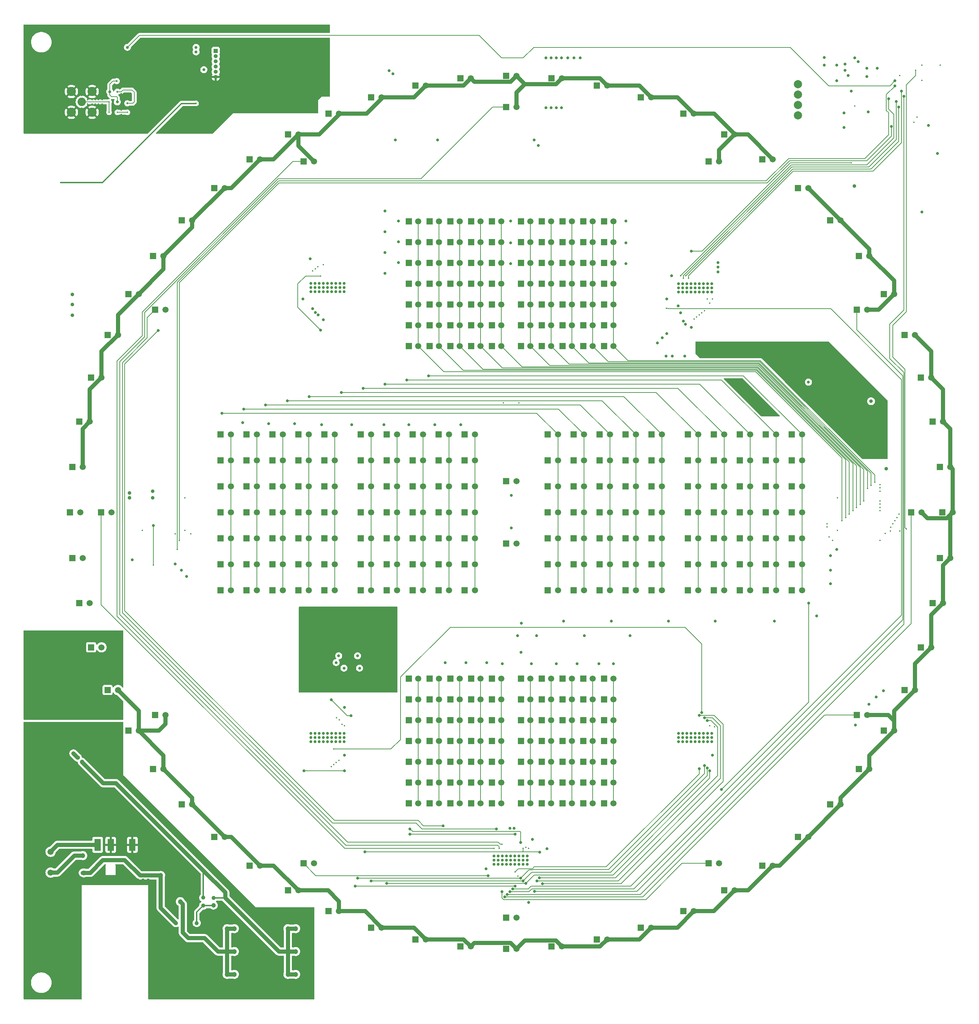
<source format=gbr>
%TF.GenerationSoftware,KiCad,Pcbnew,8.0.2-1*%
%TF.CreationDate,2024-06-04T17:42:53+02:00*%
%TF.ProjectId,broadcast_clock,62726f61-6463-4617-9374-5f636c6f636b,rev?*%
%TF.SameCoordinates,Original*%
%TF.FileFunction,Copper,L3,Inr*%
%TF.FilePolarity,Positive*%
%FSLAX46Y46*%
G04 Gerber Fmt 4.6, Leading zero omitted, Abs format (unit mm)*
G04 Created by KiCad (PCBNEW 8.0.2-1) date 2024-06-04 17:42:53*
%MOMM*%
%LPD*%
G01*
G04 APERTURE LIST*
%TA.AperFunction,ComponentPad*%
%ADD10R,1.500000X1.500000*%
%TD*%
%TA.AperFunction,ComponentPad*%
%ADD11C,1.500000*%
%TD*%
%TA.AperFunction,ComponentPad*%
%ADD12C,2.050000*%
%TD*%
%TA.AperFunction,ComponentPad*%
%ADD13C,2.250000*%
%TD*%
%TA.AperFunction,ComponentPad*%
%ADD14R,1.600000X2.900000*%
%TD*%
%TA.AperFunction,ComponentPad*%
%ADD15R,1.000000X1.000000*%
%TD*%
%TA.AperFunction,ComponentPad*%
%ADD16O,1.000000X1.000000*%
%TD*%
%TA.AperFunction,ComponentPad*%
%ADD17C,2.000000*%
%TD*%
%TA.AperFunction,ViaPad*%
%ADD18C,0.350000*%
%TD*%
%TA.AperFunction,ViaPad*%
%ADD19C,0.700000*%
%TD*%
%TA.AperFunction,ViaPad*%
%ADD20C,0.900000*%
%TD*%
%TA.AperFunction,ViaPad*%
%ADD21C,1.000000*%
%TD*%
%TA.AperFunction,ViaPad*%
%ADD22C,1.200000*%
%TD*%
%TA.AperFunction,ViaPad*%
%ADD23C,0.500000*%
%TD*%
%TA.AperFunction,Conductor*%
%ADD24C,0.150000*%
%TD*%
%TA.AperFunction,Conductor*%
%ADD25C,0.300000*%
%TD*%
%TA.AperFunction,Conductor*%
%ADD26C,1.000000*%
%TD*%
G04 APERTURE END LIST*
D10*
%TO.N,/Clock face/LED display/LED matrices/U2D0D1R6*%
%TO.C,D225*%
X125476000Y-211455000D03*
D11*
%TO.N,/Clock face/LED display/LED matrices/U2D0D2C2*%
X127762000Y-211455000D03*
%TD*%
D10*
%TO.N,/Clock face/LED display/LED matrices/U2D0D1R7*%
%TO.C,D254*%
X147828000Y-216535000D03*
D11*
%TO.N,/Clock face/LED display/LED matrices/U2D1D3C1*%
X150114000Y-216535000D03*
%TD*%
D10*
%TO.N,/Clock face/LED display/LED matrices/U1D0D1R3*%
%TO.C,D103*%
X99695000Y-139065000D03*
D11*
%TO.N,/Clock face/LED display/LED matrices/U1D0D2C5*%
X102235000Y-139065000D03*
%TD*%
D10*
%TO.N,Net-(D54-K)*%
%TO.C,D54*%
X81440069Y-59109067D03*
D11*
%TO.N,+3.3V_LED*%
X83980069Y-59109067D03*
%TD*%
D10*
%TO.N,/Clock face/LED display/LED matrices/U1D2D3R6*%
%TO.C,D169*%
X173355000Y-158115000D03*
D11*
%TO.N,/Clock face/LED display/LED matrices/U1D0D2C4*%
X175895000Y-158115000D03*
%TD*%
D10*
%TO.N,Net-(D45-K)*%
%TO.C,D45*%
X37465000Y-145415000D03*
D11*
%TO.N,+3.3V_LED*%
X40005000Y-145415000D03*
%TD*%
D10*
%TO.N,Net-(D65-K)*%
%TO.C,D65*%
X193675000Y-231203476D03*
D11*
%TO.N,+3.3V_LED*%
X196215000Y-231203476D03*
%TD*%
D10*
%TO.N,Net-(D30-K)*%
%TO.C,D30*%
X144145000Y-252095000D03*
D11*
%TO.N,+3.3V_LED*%
X146685000Y-252095000D03*
%TD*%
D10*
%TO.N,/Clock face/LED display/LED matrices/U1D0D1R7*%
%TO.C,D128*%
X121285000Y-164465000D03*
D11*
%TO.N,/Clock face/LED display/LED matrices/U1D1D3C3*%
X123825000Y-164465000D03*
%TD*%
D10*
%TO.N,/Clock face/LED display/LED matrices/U1D0D1R2*%
%TO.C,D109*%
X108585000Y-132715000D03*
D11*
%TO.N,/Clock face/LED display/LED matrices/U1D1D3C1*%
X111125000Y-132715000D03*
%TD*%
D10*
%TO.N,Net-(D353-K)*%
%TO.C,D353*%
X144145000Y-137795000D03*
D11*
%TO.N,+3.3V_LED*%
X146685000Y-137795000D03*
%TD*%
D10*
%TO.N,/Clock face/LED display/LED matrices/U1D0D1R6*%
%TO.C,D85*%
X80645000Y-158115000D03*
D11*
%TO.N,/Clock face/LED display/LED matrices/U1D0D2C2*%
X83185000Y-158115000D03*
%TD*%
D10*
%TO.N,/Clock face/LED display/LED matrices/U2D0D1R5*%
%TO.C,D238*%
X135636000Y-206375000D03*
D11*
%TO.N,/Clock face/LED display/LED matrices/U2D0D2C4*%
X137922000Y-206375000D03*
%TD*%
D10*
%TO.N,Net-(D26-K)*%
%TO.C,D26*%
X187535665Y-242872029D03*
D11*
%TO.N,+3.3V_LED*%
X190075665Y-242872029D03*
%TD*%
D10*
%TO.N,/Clock face/LED display/LED matrices/U1D0D1R5*%
%TO.C,D112*%
X108585000Y-151765000D03*
D11*
%TO.N,/Clock face/LED display/LED matrices/U1D1D3C1*%
X111125000Y-151765000D03*
%TD*%
D10*
%TO.N,/Clock face/LED display/LED matrices/U2D2D3R2*%
%TO.C,D340*%
X163068000Y-79375000D03*
D11*
%TO.N,/Clock face/LED display/LED matrices/U2D1D3C4*%
X165354000Y-79375000D03*
%TD*%
D10*
%TO.N,/Clock face/LED display/LED matrices/U2D2D3R4*%
%TO.C,D293*%
X125476000Y-89535000D03*
D11*
%TO.N,/Clock face/LED display/LED matrices/U2D0D2C2*%
X127762000Y-89535000D03*
%TD*%
D10*
%TO.N,/Clock face/LED display/LED matrices/U1D0D1R3*%
%TO.C,D110*%
X108585000Y-139065000D03*
D11*
%TO.N,/Clock face/LED display/LED matrices/U1D1D3C1*%
X111125000Y-139065000D03*
%TD*%
D10*
%TO.N,/Clock face/LED display/LED matrices/U1D0D1R6*%
%TO.C,D99*%
X93345000Y-158115000D03*
D11*
%TO.N,/Clock face/LED display/LED matrices/U1D0D2C4*%
X95885000Y-158115000D03*
%TD*%
D10*
%TO.N,/Clock face/LED display/LED matrices/U1D2D3R1*%
%TO.C,D199*%
X207645000Y-126365000D03*
D11*
%TO.N,/Clock face/LED display/LED matrices/U1D1D3C4*%
X210185000Y-126365000D03*
%TD*%
D10*
%TO.N,/Clock face/LED display/LED matrices/U1D2D3R7*%
%TO.C,D177*%
X179705000Y-164465000D03*
D11*
%TO.N,/Clock face/LED display/LED matrices/U1D0D2C5*%
X182245000Y-164465000D03*
%TD*%
D10*
%TO.N,/Clock face/LED display/LED matrices/U1D0D1R4*%
%TO.C,D111*%
X108585000Y-145415000D03*
D11*
%TO.N,/Clock face/LED display/LED matrices/U1D1D3C1*%
X111125000Y-145415000D03*
%TD*%
D10*
%TO.N,Net-(D1-K)*%
%TO.C,D1*%
X155296096Y-39319404D03*
D11*
%TO.N,+3.3V_LED*%
X157836096Y-39319404D03*
%TD*%
D10*
%TO.N,/Clock face/LED display/LED matrices/U1D0D1R3*%
%TO.C,D138*%
X133985000Y-139065000D03*
D11*
%TO.N,/Clock face/LED display/LED matrices/U1D1D3C5*%
X136525000Y-139065000D03*
%TD*%
D10*
%TO.N,/Clock face/LED display/LED matrices/U1D0D1R4*%
%TO.C,D139*%
X133985000Y-145415000D03*
D11*
%TO.N,/Clock face/LED display/LED matrices/U1D1D3C5*%
X136525000Y-145415000D03*
%TD*%
D10*
%TO.N,/Clock face/LED display/LED matrices/U1D0D1R3*%
%TO.C,D82*%
X80645000Y-139065000D03*
D11*
%TO.N,/Clock face/LED display/LED matrices/U1D0D2C2*%
X83185000Y-139065000D03*
%TD*%
D10*
%TO.N,/Clock face/LED display/LED matrices/U2D2D3R3*%
%TO.C,D327*%
X152908000Y-84455000D03*
D11*
%TO.N,/Clock face/LED display/LED matrices/U2D1D3C2*%
X155194000Y-84455000D03*
%TD*%
D10*
%TO.N,Net-(D41-K)*%
%TO.C,D41*%
X46687971Y-188805665D03*
D11*
%TO.N,+3.3V_LED*%
X49227971Y-188805665D03*
%TD*%
D10*
%TO.N,/Clock face/LED display/LED matrices/U2D2D3R6*%
%TO.C,D309*%
X135636000Y-99695000D03*
D11*
%TO.N,/Clock face/LED display/LED matrices/U2D0D2C4*%
X137922000Y-99695000D03*
%TD*%
D10*
%TO.N,/Clock face/LED display/LED matrices/U1D0D1R6*%
%TO.C,D141*%
X133985000Y-158115000D03*
D11*
%TO.N,/Clock face/LED display/LED matrices/U1D1D3C5*%
X136525000Y-158115000D03*
%TD*%
D10*
%TO.N,/Clock face/LED display/LED matrices/U2D2D3R7*%
%TO.C,D303*%
X130556000Y-104775000D03*
D11*
%TO.N,/Clock face/LED display/LED matrices/U2D0D2C3*%
X132842000Y-104775000D03*
%TD*%
D10*
%TO.N,/Clock face/LED display/LED matrices/U2D2D3R1*%
%TO.C,D283*%
X120396000Y-74295000D03*
D11*
%TO.N,/Clock face/LED display/LED matrices/U2D0D2C1*%
X122682000Y-74295000D03*
%TD*%
D10*
%TO.N,/Clock face/LED display/LED matrices/U2D0D1R7*%
%TO.C,D219*%
X120396000Y-216535000D03*
D11*
%TO.N,/Clock face/LED display/LED matrices/U2D0D2C1*%
X122682000Y-216535000D03*
%TD*%
D10*
%TO.N,Net-(D58-K)*%
%TO.C,D58*%
X121964981Y-41066214D03*
D11*
%TO.N,+3.3V_LED*%
X124504981Y-41066214D03*
%TD*%
D10*
%TO.N,Net-(D39-K)*%
%TO.C,D39*%
X57839067Y-208119931D03*
D11*
%TO.N,+3.3V_LED*%
X60379067Y-208119931D03*
%TD*%
D10*
%TO.N,/Clock face/LED display/LED matrices/U1D2D3R1*%
%TO.C,D143*%
X154305000Y-126365000D03*
D11*
%TO.N,/Clock face/LED display/LED matrices/U1D0D2C1*%
X156845000Y-126365000D03*
%TD*%
D10*
%TO.N,Net-(D28-K)*%
%TO.C,D28*%
X166325019Y-249763786D03*
D11*
%TO.N,+3.3V_LED*%
X168865019Y-249763786D03*
%TD*%
D10*
%TO.N,/Clock face/LED display/LED matrices/U2D2D3R2*%
%TO.C,D291*%
X125476000Y-79375000D03*
D11*
%TO.N,/Clock face/LED display/LED matrices/U2D0D2C2*%
X127762000Y-79375000D03*
%TD*%
D10*
%TO.N,/Clock face/LED display/LED matrices/U2D0D1R4*%
%TO.C,D265*%
X157988000Y-201295000D03*
D11*
%TO.N,/Clock face/LED display/LED matrices/U2D1D3C3*%
X160274000Y-201295000D03*
%TD*%
D10*
%TO.N,/Clock face/LED display/LED matrices/U1D0D1R6*%
%TO.C,D120*%
X114935000Y-158115000D03*
D11*
%TO.N,/Clock face/LED display/LED matrices/U1D1D3C2*%
X117475000Y-158115000D03*
%TD*%
D10*
%TO.N,Net-(D36-K)*%
%TO.C,D36*%
X81440069Y-231720933D03*
D11*
%TO.N,+3.3V_LED*%
X83980069Y-231720933D03*
%TD*%
D10*
%TO.N,/Clock face/LED display/LED matrices/U2D2D3R7*%
%TO.C,D324*%
X147828000Y-104775000D03*
D11*
%TO.N,/Clock face/LED display/LED matrices/U2D1D3C1*%
X150114000Y-104775000D03*
%TD*%
D10*
%TO.N,/Clock face/LED display/LED matrices/U1D0D1R1*%
%TO.C,D94*%
X93345000Y-126365000D03*
D11*
%TO.N,/Clock face/LED display/LED matrices/U1D0D2C4*%
X95885000Y-126365000D03*
%TD*%
D10*
%TO.N,/Clock face/LED display/LED matrices/U1D0D1R1*%
%TO.C,D80*%
X80645000Y-126365000D03*
D11*
%TO.N,/Clock face/LED display/LED matrices/U1D0D2C2*%
X83185000Y-126365000D03*
%TD*%
D10*
%TO.N,/Clock face/LED display/LED matrices/U1D0D1R3*%
%TO.C,D117*%
X114935000Y-139065000D03*
D11*
%TO.N,/Clock face/LED display/LED matrices/U1D1D3C2*%
X117475000Y-139065000D03*
%TD*%
D10*
%TO.N,/Clock face/LED display/LED matrices/U2D0D1R1*%
%TO.C,D276*%
X168148000Y-186055000D03*
D11*
%TO.N,/Clock face/LED display/LED matrices/U2D1D3C5*%
X170434000Y-186055000D03*
%TD*%
D10*
%TO.N,/Clock face/LED display/LED matrices/U1D0D1R5*%
%TO.C,D126*%
X121285000Y-151765000D03*
D11*
%TO.N,/Clock face/LED display/LED matrices/U1D1D3C3*%
X123825000Y-151765000D03*
%TD*%
D10*
%TO.N,/Clock face/LED display/LED matrices/U2D0D1R3*%
%TO.C,D278*%
X168148000Y-196215000D03*
D11*
%TO.N,/Clock face/LED display/LED matrices/U2D1D3C5*%
X170434000Y-196215000D03*
%TD*%
D10*
%TO.N,/Clock face/LED display/LED matrices/U2D2D3R2*%
%TO.C,D284*%
X120396000Y-79375000D03*
D11*
%TO.N,/Clock face/LED display/LED matrices/U2D0D2C1*%
X122682000Y-79375000D03*
%TD*%
D10*
%TO.N,Net-(D46-K)*%
%TO.C,D46*%
X38049404Y-134263904D03*
D11*
%TO.N,+3.3V_LED*%
X40589404Y-134263904D03*
%TD*%
D10*
%TO.N,/Clock face/LED display/LED matrices/U1D0D1R4*%
%TO.C,D83*%
X80645000Y-145415000D03*
D11*
%TO.N,/Clock face/LED display/LED matrices/U1D0D2C2*%
X83185000Y-145415000D03*
%TD*%
D10*
%TO.N,/Clock face/LED display/LED matrices/U1D2D3R2*%
%TO.C,D172*%
X179705000Y-132715000D03*
D11*
%TO.N,/Clock face/LED display/LED matrices/U1D0D2C5*%
X182245000Y-132715000D03*
%TD*%
D10*
%TO.N,/Clock face/LED display/LED matrices/U2D2D3R4*%
%TO.C,D286*%
X120396000Y-89535000D03*
D11*
%TO.N,/Clock face/LED display/LED matrices/U2D0D2C1*%
X122682000Y-89535000D03*
%TD*%
D10*
%TO.N,/Clock face/LED display/LED matrices/U2D2D3R1*%
%TO.C,D318*%
X147828000Y-74295000D03*
D11*
%TO.N,/Clock face/LED display/LED matrices/U2D1D3C1*%
X150114000Y-74295000D03*
%TD*%
D10*
%TO.N,Net-(D4-K)*%
%TO.C,D4*%
X187535665Y-47957971D03*
D11*
%TO.N,+3.3V_LED*%
X190075665Y-47957971D03*
%TD*%
D10*
%TO.N,/Clock face/LED display/LED matrices/U2D2D3R2*%
%TO.C,D333*%
X157988000Y-79375000D03*
D11*
%TO.N,/Clock face/LED display/LED matrices/U2D1D3C3*%
X160274000Y-79375000D03*
%TD*%
D10*
%TO.N,/Clock face/LED display/LED matrices/U2D2D3R3*%
%TO.C,D313*%
X140716000Y-84455000D03*
D11*
%TO.N,/Clock face/LED display/LED matrices/U2D0D2C5*%
X143002000Y-84455000D03*
%TD*%
D10*
%TO.N,Net-(D40-K)*%
%TO.C,D40*%
X51757410Y-198755000D03*
D11*
%TO.N,+3.3V_LED*%
X54297410Y-198755000D03*
%TD*%
D10*
%TO.N,/Clock face/LED display/LED matrices/U2D0D1R3*%
%TO.C,D215*%
X120396000Y-196215000D03*
D11*
%TO.N,/Clock face/LED display/LED matrices/U2D0D2C1*%
X122682000Y-196215000D03*
%TD*%
D10*
%TO.N,/Clock face/LED display/LED matrices/U2D2D3R3*%
%TO.C,D348*%
X168148000Y-84455000D03*
D11*
%TO.N,/Clock face/LED display/LED matrices/U2D1D3C5*%
X170434000Y-84455000D03*
%TD*%
D10*
%TO.N,/Clock face/LED display/LED matrices/U1D2D3R1*%
%TO.C,D192*%
X201295000Y-126365000D03*
D11*
%TO.N,/Clock face/LED display/LED matrices/U1D1D3C3*%
X203835000Y-126365000D03*
%TD*%
D10*
%TO.N,/Clock face/LED display/LED matrices/U1D0D1R7*%
%TO.C,D79*%
X74295000Y-164465000D03*
D11*
%TO.N,/Clock face/LED display/LED matrices/U1D0D2C1*%
X76835000Y-164465000D03*
%TD*%
D10*
%TO.N,Net-(D29-K)*%
%TO.C,D29*%
X155296096Y-251510596D03*
D11*
%TO.N,+3.3V_LED*%
X157836096Y-251510596D03*
%TD*%
D10*
%TO.N,/Clock face/LED display/LED matrices/U1D0D1R7*%
%TO.C,D114*%
X108585000Y-164465000D03*
D11*
%TO.N,/Clock face/LED display/LED matrices/U1D1D3C1*%
X111125000Y-164465000D03*
%TD*%
D10*
%TO.N,/Clock face/LED display/LED matrices/U2D2D3R7*%
%TO.C,D345*%
X163068000Y-104775000D03*
D11*
%TO.N,/Clock face/LED display/LED matrices/U2D1D3C4*%
X165354000Y-104775000D03*
%TD*%
D10*
%TO.N,/Clock face/LED display/LED matrices/U1D2D3R7*%
%TO.C,D205*%
X207645000Y-164465000D03*
D11*
%TO.N,/Clock face/LED display/LED matrices/U1D1D3C4*%
X210185000Y-164465000D03*
%TD*%
D10*
%TO.N,Net-(D20-K)*%
%TO.C,D20*%
X236532590Y-198755000D03*
D11*
%TO.N,+3.3V_LED*%
X239072590Y-198755000D03*
%TD*%
D10*
%TO.N,/Clock face/LED display/LED matrices/U1D0D1R1*%
%TO.C,D136*%
X133985000Y-126365000D03*
D11*
%TO.N,/Clock face/LED display/LED matrices/U1D1D3C5*%
X136525000Y-126365000D03*
%TD*%
D10*
%TO.N,/Clock face/LED display/LED matrices/U2D0D1R6*%
%TO.C,D239*%
X135636000Y-211455000D03*
D11*
%TO.N,/Clock face/LED display/LED matrices/U2D0D2C4*%
X137922000Y-211455000D03*
%TD*%
D10*
%TO.N,/Clock face/LED display/LED matrices/U2D2D3R2*%
%TO.C,D305*%
X135636000Y-79375000D03*
D11*
%TO.N,/Clock face/LED display/LED matrices/U2D0D2C4*%
X137922000Y-79375000D03*
%TD*%
D10*
%TO.N,/Clock face/LED display/LED matrices/U1D0D1R5*%
%TO.C,D91*%
X86995000Y-151765000D03*
D11*
%TO.N,/Clock face/LED display/LED matrices/U1D0D2C3*%
X89535000Y-151765000D03*
%TD*%
D10*
%TO.N,/Clock face/LED display/LED matrices/U1D2D3R7*%
%TO.C,D163*%
X167005000Y-164465000D03*
D11*
%TO.N,/Clock face/LED display/LED matrices/U1D0D2C3*%
X169545000Y-164465000D03*
%TD*%
D10*
%TO.N,/Clock face/LED display/LED matrices/U2D0D1R1*%
%TO.C,D227*%
X130556000Y-186055000D03*
D11*
%TO.N,/Clock face/LED display/LED matrices/U2D0D2C3*%
X132842000Y-186055000D03*
%TD*%
D10*
%TO.N,/Clock face/LED display/LED matrices/U2D0D1R2*%
%TO.C,D263*%
X157988000Y-191135000D03*
D11*
%TO.N,/Clock face/LED display/LED matrices/U2D1D3C3*%
X160274000Y-191135000D03*
%TD*%
D10*
%TO.N,/Clock face/LED display/LED matrices/U2D2D3R7*%
%TO.C,D338*%
X157988000Y-104775000D03*
D11*
%TO.N,/Clock face/LED display/LED matrices/U2D1D3C3*%
X160274000Y-104775000D03*
%TD*%
D10*
%TO.N,Net-(D9-K)*%
%TO.C,D9*%
X230450933Y-82710069D03*
D11*
%TO.N,+3.3V_LED*%
X232990933Y-82710069D03*
%TD*%
D10*
%TO.N,Net-(D69-K)*%
%TO.C,D69*%
X45085000Y-145415000D03*
D11*
%TO.N,+3.3V_LED*%
X47625000Y-145415000D03*
%TD*%
D10*
%TO.N,/Clock face/LED display/LED matrices/U2D0D1R2*%
%TO.C,D214*%
X120396000Y-191135000D03*
D11*
%TO.N,/Clock face/LED display/LED matrices/U2D0D2C1*%
X122682000Y-191135000D03*
%TD*%
D10*
%TO.N,Net-(D10-K)*%
%TO.C,D10*%
X236532590Y-92075000D03*
D11*
%TO.N,+3.3V_LED*%
X239072590Y-92075000D03*
%TD*%
D10*
%TO.N,/Clock face/LED display/LED matrices/U1D2D3R7*%
%TO.C,D191*%
X194945000Y-164465000D03*
D11*
%TO.N,/Clock face/LED display/LED matrices/U1D1D3C2*%
X197485000Y-164465000D03*
%TD*%
D10*
%TO.N,Net-(D22-K)*%
%TO.C,D22*%
X223423690Y-216797853D03*
D11*
%TO.N,+3.3V_LED*%
X225963690Y-216797853D03*
%TD*%
D10*
%TO.N,/Clock face/LED display/LED matrices/U2D2D3R5*%
%TO.C,D343*%
X163068000Y-94615000D03*
D11*
%TO.N,/Clock face/LED display/LED matrices/U2D1D3C4*%
X165354000Y-94615000D03*
%TD*%
D10*
%TO.N,Net-(D66-K)*%
%TO.C,D66*%
X144145000Y-244475000D03*
D11*
%TO.N,+3.3V_LED*%
X146685000Y-244475000D03*
%TD*%
D10*
%TO.N,/Clock face/LED display/LED matrices/U2D0D1R5*%
%TO.C,D231*%
X130556000Y-206375000D03*
D11*
%TO.N,/Clock face/LED display/LED matrices/U2D0D2C3*%
X132842000Y-206375000D03*
%TD*%
D10*
%TO.N,/Clock face/LED display/LED matrices/U1D0D1R2*%
%TO.C,D116*%
X114935000Y-132715000D03*
D11*
%TO.N,/Clock face/LED display/LED matrices/U1D1D3C2*%
X117475000Y-132715000D03*
%TD*%
D10*
%TO.N,/Clock face/LED display/LED matrices/U2D0D1R7*%
%TO.C,D268*%
X157988000Y-216535000D03*
D11*
%TO.N,/Clock face/LED display/LED matrices/U2D1D3C3*%
X160274000Y-216535000D03*
%TD*%
D10*
%TO.N,/Clock face/LED display/LED matrices/U2D0D1R1*%
%TO.C,D255*%
X152908000Y-186055000D03*
D11*
%TO.N,/Clock face/LED display/LED matrices/U2D1D3C2*%
X155194000Y-186055000D03*
%TD*%
D10*
%TO.N,/Clock face/LED display/LED matrices/U2D0D1R2*%
%TO.C,D256*%
X152908000Y-191135000D03*
D11*
%TO.N,/Clock face/LED display/LED matrices/U2D1D3C2*%
X155194000Y-191135000D03*
%TD*%
D10*
%TO.N,Net-(D27-K)*%
%TO.C,D27*%
X177110933Y-246873709D03*
D11*
%TO.N,+3.3V_LED*%
X179650933Y-246873709D03*
%TD*%
D10*
%TO.N,/Clock face/LED display/LED matrices/U1D2D3R5*%
%TO.C,D182*%
X188595000Y-151765000D03*
D11*
%TO.N,/Clock face/LED display/LED matrices/U1D1D3C1*%
X191135000Y-151765000D03*
%TD*%
D10*
%TO.N,Net-(D38-K)*%
%TO.C,D38*%
X64866310Y-216797853D03*
D11*
%TO.N,+3.3V_LED*%
X67406310Y-216797853D03*
%TD*%
D10*
%TO.N,/Clock face/LED display/LED matrices/U1D2D3R1*%
%TO.C,D171*%
X179705000Y-126365000D03*
D11*
%TO.N,/Clock face/LED display/LED matrices/U1D0D2C5*%
X182245000Y-126365000D03*
%TD*%
D10*
%TO.N,/Clock face/LED display/LED matrices/U1D2D3R2*%
%TO.C,D151*%
X160655000Y-132715000D03*
D11*
%TO.N,/Clock face/LED display/LED matrices/U1D0D2C2*%
X163195000Y-132715000D03*
%TD*%
D10*
%TO.N,Net-(D52-K)*%
%TO.C,D52*%
X64866310Y-74032147D03*
D11*
%TO.N,+3.3V_LED*%
X67406310Y-74032147D03*
%TD*%
D10*
%TO.N,/Clock face/LED display/LED matrices/U1D2D3R3*%
%TO.C,D145*%
X154305000Y-139065000D03*
D11*
%TO.N,/Clock face/LED display/LED matrices/U1D0D2C1*%
X156845000Y-139065000D03*
%TD*%
D10*
%TO.N,Net-(D47-K)*%
%TO.C,D47*%
X39796214Y-123234981D03*
D11*
%TO.N,+3.3V_LED*%
X42336214Y-123234981D03*
%TD*%
D10*
%TO.N,/Clock face/LED display/LED matrices/U2D0D1R6*%
%TO.C,D281*%
X168148000Y-211455000D03*
D11*
%TO.N,/Clock face/LED display/LED matrices/U2D1D3C5*%
X170434000Y-211455000D03*
%TD*%
D10*
%TO.N,/Clock face/LED display/LED matrices/U1D2D3R3*%
%TO.C,D208*%
X213995000Y-139065000D03*
D11*
%TO.N,/Clock face/LED display/LED matrices/U1D1D3C5*%
X216535000Y-139065000D03*
%TD*%
D10*
%TO.N,/Clock face/LED display/LED matrices/U2D0D1R6*%
%TO.C,D274*%
X163068000Y-211455000D03*
D11*
%TO.N,/Clock face/LED display/LED matrices/U2D1D3C4*%
X165354000Y-211455000D03*
%TD*%
D10*
%TO.N,/Clock face/LED display/LED matrices/U2D2D3R2*%
%TO.C,D326*%
X152908000Y-79375000D03*
D11*
%TO.N,/Clock face/LED display/LED matrices/U2D1D3C2*%
X155194000Y-79375000D03*
%TD*%
D10*
%TO.N,/Clock face/LED display/LED matrices/U2D0D1R1*%
%TO.C,D213*%
X120396000Y-186055000D03*
D11*
%TO.N,/Clock face/LED display/LED matrices/U2D0D2C1*%
X122682000Y-186055000D03*
%TD*%
D10*
%TO.N,/Clock face/LED display/LED matrices/U2D2D3R6*%
%TO.C,D351*%
X168148000Y-99695000D03*
D11*
%TO.N,/Clock face/LED display/LED matrices/U2D1D3C5*%
X170434000Y-99695000D03*
%TD*%
D10*
%TO.N,/Clock face/LED display/LED matrices/U2D2D3R5*%
%TO.C,D308*%
X135636000Y-94615000D03*
D11*
%TO.N,/Clock face/LED display/LED matrices/U2D0D2C4*%
X137922000Y-94615000D03*
%TD*%
D10*
%TO.N,/Clock face/LED display/LED matrices/U1D2D3R7*%
%TO.C,D198*%
X201295000Y-164465000D03*
D11*
%TO.N,/Clock face/LED display/LED matrices/U1D1D3C3*%
X203835000Y-164465000D03*
%TD*%
D10*
%TO.N,/Clock face/LED display/LED matrices/U2D0D1R4*%
%TO.C,D258*%
X152908000Y-201295000D03*
D11*
%TO.N,/Clock face/LED display/LED matrices/U2D1D3C2*%
X155194000Y-201295000D03*
%TD*%
D10*
%TO.N,/Clock face/LED display/LED matrices/U1D2D3R4*%
%TO.C,D174*%
X179705000Y-145415000D03*
D11*
%TO.N,/Clock face/LED display/LED matrices/U1D0D2C5*%
X182245000Y-145415000D03*
%TD*%
D10*
%TO.N,/Clock face/LED display/LED matrices/U1D0D1R2*%
%TO.C,D137*%
X133985000Y-132715000D03*
D11*
%TO.N,/Clock face/LED display/LED matrices/U1D1D3C5*%
X136525000Y-132715000D03*
%TD*%
D10*
%TO.N,/Clock face/LED display/LED matrices/U2D2D3R1*%
%TO.C,D311*%
X140716000Y-74295000D03*
D11*
%TO.N,/Clock face/LED display/LED matrices/U2D0D2C5*%
X143002000Y-74295000D03*
%TD*%
D10*
%TO.N,/Clock face/LED display/LED matrices/U1D0D1R2*%
%TO.C,D130*%
X127635000Y-132715000D03*
D11*
%TO.N,/Clock face/LED display/LED matrices/U1D1D3C4*%
X130175000Y-132715000D03*
%TD*%
D10*
%TO.N,/Clock face/LED display/LED matrices/U2D2D3R1*%
%TO.C,D297*%
X130556000Y-74295000D03*
D11*
%TO.N,/Clock face/LED display/LED matrices/U2D0D2C3*%
X132842000Y-74295000D03*
%TD*%
D10*
%TO.N,/Clock face/LED display/LED matrices/U1D2D3R6*%
%TO.C,D176*%
X179705000Y-158115000D03*
D11*
%TO.N,/Clock face/LED display/LED matrices/U1D0D2C5*%
X182245000Y-158115000D03*
%TD*%
D10*
%TO.N,/Clock face/LED display/LED matrices/U1D0D1R6*%
%TO.C,D92*%
X86995000Y-158115000D03*
D11*
%TO.N,/Clock face/LED display/LED matrices/U1D0D2C3*%
X89535000Y-158115000D03*
%TD*%
D10*
%TO.N,/Clock face/LED display/LED matrices/U1D0D1R3*%
%TO.C,D75*%
X74295000Y-139065000D03*
D11*
%TO.N,/Clock face/LED display/LED matrices/U1D0D2C1*%
X76835000Y-139065000D03*
%TD*%
D10*
%TO.N,/Clock face/LED display/LED matrices/U2D2D3R7*%
%TO.C,D317*%
X140716000Y-104775000D03*
D11*
%TO.N,/Clock face/LED display/LED matrices/U2D0D2C5*%
X143002000Y-104775000D03*
%TD*%
D10*
%TO.N,/Clock face/LED display/LED matrices/U1D0D1R5*%
%TO.C,D140*%
X133985000Y-151765000D03*
D11*
%TO.N,/Clock face/LED display/LED matrices/U1D1D3C5*%
X136525000Y-151765000D03*
%TD*%
D10*
%TO.N,Net-(D21-K)*%
%TO.C,D21*%
X230450933Y-208119931D03*
D11*
%TO.N,+3.3V_LED*%
X232990933Y-208119931D03*
%TD*%
D10*
%TO.N,/Clock face/LED display/LED matrices/U1D0D1R4*%
%TO.C,D118*%
X114935000Y-145415000D03*
D11*
%TO.N,/Clock face/LED display/LED matrices/U1D1D3C2*%
X117475000Y-145415000D03*
%TD*%
D10*
%TO.N,/Clock face/LED display/LED matrices/U1D0D1R6*%
%TO.C,D127*%
X121285000Y-158115000D03*
D11*
%TO.N,/Clock face/LED display/LED matrices/U1D1D3C3*%
X123825000Y-158115000D03*
%TD*%
D10*
%TO.N,/Clock face/LED display/LED matrices/U2D2D3R7*%
%TO.C,D289*%
X120396000Y-104775000D03*
D11*
%TO.N,/Clock face/LED display/LED matrices/U2D0D2C1*%
X122682000Y-104775000D03*
%TD*%
D10*
%TO.N,/Clock face/LED display/LED matrices/U1D2D3R6*%
%TO.C,D155*%
X160655000Y-158115000D03*
D11*
%TO.N,/Clock face/LED display/LED matrices/U1D0D2C2*%
X163195000Y-158115000D03*
%TD*%
D10*
%TO.N,/Clock face/LED display/LED matrices/U2D2D3R2*%
%TO.C,D298*%
X130556000Y-79375000D03*
D11*
%TO.N,/Clock face/LED display/LED matrices/U2D0D2C3*%
X132842000Y-79375000D03*
%TD*%
D10*
%TO.N,/Clock face/LED display/LED matrices/U2D0D1R3*%
%TO.C,D229*%
X130556000Y-196215000D03*
D11*
%TO.N,/Clock face/LED display/LED matrices/U2D0D2C3*%
X132842000Y-196215000D03*
%TD*%
D10*
%TO.N,/Clock face/LED display/LED matrices/U1D2D3R4*%
%TO.C,D195*%
X201295000Y-145415000D03*
D11*
%TO.N,/Clock face/LED display/LED matrices/U1D1D3C3*%
X203835000Y-145415000D03*
%TD*%
D10*
%TO.N,/Clock face/LED display/LED matrices/U1D2D3R4*%
%TO.C,D153*%
X160655000Y-145415000D03*
D11*
%TO.N,/Clock face/LED display/LED matrices/U1D0D2C2*%
X163195000Y-145415000D03*
%TD*%
D10*
%TO.N,/Clock face/LED display/LED matrices/U2D2D3R5*%
%TO.C,D287*%
X120396000Y-94615000D03*
D11*
%TO.N,/Clock face/LED display/LED matrices/U2D0D2C1*%
X122682000Y-94615000D03*
%TD*%
D10*
%TO.N,/Clock face/LED display/LED matrices/U2D0D1R6*%
%TO.C,D218*%
X120396000Y-211455000D03*
D11*
%TO.N,/Clock face/LED display/LED matrices/U2D0D2C1*%
X122682000Y-211455000D03*
%TD*%
D10*
%TO.N,Net-(D55-K)*%
%TO.C,D55*%
X90805000Y-53027410D03*
D11*
%TO.N,+3.3V_LED*%
X93345000Y-53027410D03*
%TD*%
D10*
%TO.N,Net-(D32-K)*%
%TO.C,D32*%
X121964981Y-249763786D03*
D11*
%TO.N,+3.3V_LED*%
X124504981Y-249763786D03*
%TD*%
D10*
%TO.N,/Clock face/LED display/LED matrices/U2D2D3R4*%
%TO.C,D349*%
X168148000Y-89535000D03*
D11*
%TO.N,/Clock face/LED display/LED matrices/U2D1D3C5*%
X170434000Y-89535000D03*
%TD*%
D10*
%TO.N,/Clock face/LED display/LED matrices/U2D2D3R3*%
%TO.C,D285*%
X120396000Y-84455000D03*
D11*
%TO.N,/Clock face/LED display/LED matrices/U2D0D2C1*%
X122682000Y-84455000D03*
%TD*%
D10*
%TO.N,/Clock face/LED display/LED matrices/U2D2D3R5*%
%TO.C,D315*%
X140716000Y-94615000D03*
D11*
%TO.N,/Clock face/LED display/LED matrices/U2D0D2C5*%
X143002000Y-94615000D03*
%TD*%
D10*
%TO.N,/Clock face/LED display/LED matrices/U1D0D1R1*%
%TO.C,D101*%
X99695000Y-126365000D03*
D11*
%TO.N,/Clock face/LED display/LED matrices/U1D0D2C5*%
X102235000Y-126365000D03*
%TD*%
D10*
%TO.N,/Clock face/LED display/LED matrices/U2D2D3R3*%
%TO.C,D299*%
X130556000Y-84455000D03*
D11*
%TO.N,/Clock face/LED display/LED matrices/U2D0D2C3*%
X132842000Y-84455000D03*
%TD*%
D10*
%TO.N,Net-(D354-K)*%
%TO.C,D354*%
X144145000Y-153035000D03*
D11*
%TO.N,+3.3V_LED*%
X146685000Y-153035000D03*
%TD*%
D10*
%TO.N,Net-(D51-K)*%
%TO.C,D51*%
X57839067Y-82710069D03*
D11*
%TO.N,+3.3V_LED*%
X60379067Y-82710069D03*
%TD*%
D10*
%TO.N,/Clock face/LED display/LED matrices/U1D2D3R2*%
%TO.C,D193*%
X201295000Y-132715000D03*
D11*
%TO.N,/Clock face/LED display/LED matrices/U1D1D3C3*%
X203835000Y-132715000D03*
%TD*%
D10*
%TO.N,/Clock face/LED display/LED matrices/U2D0D1R3*%
%TO.C,D250*%
X147828000Y-196215000D03*
D11*
%TO.N,/Clock face/LED display/LED matrices/U2D1D3C1*%
X150114000Y-196215000D03*
%TD*%
D10*
%TO.N,/Clock face/LED display/LED matrices/U1D0D1R2*%
%TO.C,D95*%
X93345000Y-132715000D03*
D11*
%TO.N,/Clock face/LED display/LED matrices/U1D0D2C4*%
X95885000Y-132715000D03*
%TD*%
D10*
%TO.N,Net-(D48-K)*%
%TO.C,D48*%
X42686291Y-112449067D03*
D11*
%TO.N,+3.3V_LED*%
X45226291Y-112449067D03*
%TD*%
D10*
%TO.N,/Clock face/LED display/LED matrices/U1D0D1R4*%
%TO.C,D76*%
X74295000Y-145415000D03*
D11*
%TO.N,/Clock face/LED display/LED matrices/U1D0D2C1*%
X76835000Y-145415000D03*
%TD*%
D10*
%TO.N,/Clock face/LED display/LED matrices/U2D2D3R1*%
%TO.C,D339*%
X163068000Y-74295000D03*
D11*
%TO.N,/Clock face/LED display/LED matrices/U2D1D3C4*%
X165354000Y-74295000D03*
%TD*%
D10*
%TO.N,/Clock face/LED display/LED matrices/U1D2D3R2*%
%TO.C,D165*%
X173355000Y-132715000D03*
D11*
%TO.N,/Clock face/LED display/LED matrices/U1D0D2C4*%
X175895000Y-132715000D03*
%TD*%
D10*
%TO.N,/Clock face/LED display/LED matrices/U2D2D3R7*%
%TO.C,D331*%
X152908000Y-104775000D03*
D11*
%TO.N,/Clock face/LED display/LED matrices/U2D1D3C2*%
X155194000Y-104775000D03*
%TD*%
D10*
%TO.N,Net-(D23-K)*%
%TO.C,D23*%
X215527853Y-224693690D03*
D11*
%TO.N,+3.3V_LED*%
X218067853Y-224693690D03*
%TD*%
D10*
%TO.N,/Clock face/LED display/LED matrices/U2D0D1R3*%
%TO.C,D236*%
X135636000Y-196215000D03*
D11*
%TO.N,/Clock face/LED display/LED matrices/U2D0D2C4*%
X137922000Y-196215000D03*
%TD*%
D10*
%TO.N,Net-(D68-K)*%
%TO.C,D68*%
X58356524Y-194945000D03*
D11*
%TO.N,+3.3V_LED*%
X60896524Y-194945000D03*
%TD*%
D10*
%TO.N,/Clock face/LED display/LED matrices/U2D0D1R5*%
%TO.C,D245*%
X140716000Y-206375000D03*
D11*
%TO.N,/Clock face/LED display/LED matrices/U2D0D2C5*%
X143002000Y-206375000D03*
%TD*%
D10*
%TO.N,/Clock face/LED display/LED matrices/U1D0D1R1*%
%TO.C,D129*%
X127635000Y-126365000D03*
D11*
%TO.N,/Clock face/LED display/LED matrices/U1D1D3C4*%
X130175000Y-126365000D03*
%TD*%
D10*
%TO.N,/Clock face/LED display/LED matrices/U2D0D1R7*%
%TO.C,D282*%
X168148000Y-216535000D03*
D11*
%TO.N,/Clock face/LED display/LED matrices/U2D1D3C5*%
X170434000Y-216535000D03*
%TD*%
D10*
%TO.N,/Clock face/LED display/LED matrices/U1D2D3R7*%
%TO.C,D212*%
X213995000Y-164465000D03*
D11*
%TO.N,/Clock face/LED display/LED matrices/U1D1D3C5*%
X216535000Y-164465000D03*
%TD*%
D10*
%TO.N,/Clock face/LED display/LED matrices/U1D0D1R5*%
%TO.C,D98*%
X93345000Y-151765000D03*
D11*
%TO.N,/Clock face/LED display/LED matrices/U1D0D2C4*%
X95885000Y-151765000D03*
%TD*%
D10*
%TO.N,Net-(D11-K)*%
%TO.C,D11*%
X241602029Y-102024335D03*
D11*
%TO.N,+3.3V_LED*%
X244142029Y-102024335D03*
%TD*%
D10*
%TO.N,Net-(D72-K)*%
%TO.C,D72*%
X144145000Y-46355000D03*
D11*
%TO.N,+3.3V_LED*%
X146685000Y-46355000D03*
%TD*%
D10*
%TO.N,Net-(D5-K)*%
%TO.C,D5*%
X197485000Y-53027410D03*
D11*
%TO.N,+3.3V_LED*%
X200025000Y-53027410D03*
%TD*%
D10*
%TO.N,/Clock face/LED display/LED matrices/U1D2D3R1*%
%TO.C,D164*%
X173355000Y-126365000D03*
D11*
%TO.N,/Clock face/LED display/LED matrices/U1D0D2C4*%
X175895000Y-126365000D03*
%TD*%
D10*
%TO.N,/Clock face/LED display/LED matrices/U1D2D3R5*%
%TO.C,D161*%
X167005000Y-151765000D03*
D11*
%TO.N,/Clock face/LED display/LED matrices/U1D0D2C3*%
X169545000Y-151765000D03*
%TD*%
D10*
%TO.N,/Clock face/LED display/LED matrices/U1D2D3R6*%
%TO.C,D190*%
X194945000Y-158115000D03*
D11*
%TO.N,/Clock face/LED display/LED matrices/U1D1D3C2*%
X197485000Y-158115000D03*
%TD*%
D10*
%TO.N,/Clock face/LED display/LED matrices/U2D0D1R7*%
%TO.C,D240*%
X135636000Y-216535000D03*
D11*
%TO.N,/Clock face/LED display/LED matrices/U2D0D2C4*%
X137922000Y-216535000D03*
%TD*%
D10*
%TO.N,/Clock face/LED display/LED matrices/U2D0D1R1*%
%TO.C,D248*%
X147828000Y-186055000D03*
D11*
%TO.N,/Clock face/LED display/LED matrices/U2D1D3C1*%
X150114000Y-186055000D03*
%TD*%
D10*
%TO.N,/Clock face/LED display/LED matrices/U1D0D1R2*%
%TO.C,D102*%
X99695000Y-132715000D03*
D11*
%TO.N,/Clock face/LED display/LED matrices/U1D0D2C5*%
X102235000Y-132715000D03*
%TD*%
D10*
%TO.N,Net-(D31-K)*%
%TO.C,D31*%
X132993904Y-251510596D03*
D11*
%TO.N,+3.3V_LED*%
X135533904Y-251510596D03*
%TD*%
D10*
%TO.N,/Clock face/LED display/LED matrices/U2D0D1R7*%
%TO.C,D226*%
X125476000Y-216535000D03*
D11*
%TO.N,/Clock face/LED display/LED matrices/U2D0D2C2*%
X127762000Y-216535000D03*
%TD*%
D10*
%TO.N,/Clock face/LED display/LED matrices/U1D2D3R5*%
%TO.C,D168*%
X173355000Y-151765000D03*
D11*
%TO.N,/Clock face/LED display/LED matrices/U1D0D2C4*%
X175895000Y-151765000D03*
%TD*%
D10*
%TO.N,/Clock face/LED display/LED matrices/U2D0D1R3*%
%TO.C,D271*%
X163068000Y-196215000D03*
D11*
%TO.N,/Clock face/LED display/LED matrices/U2D1D3C4*%
X165354000Y-196215000D03*
%TD*%
D10*
%TO.N,Net-(D67-K)*%
%TO.C,D67*%
X94615000Y-231203476D03*
D11*
%TO.N,+3.3V_LED*%
X97155000Y-231203476D03*
%TD*%
D10*
%TO.N,/Clock face/LED display/LED matrices/U1D2D3R4*%
%TO.C,D202*%
X207645000Y-145415000D03*
D11*
%TO.N,/Clock face/LED display/LED matrices/U1D1D3C4*%
X210185000Y-145415000D03*
%TD*%
D10*
%TO.N,/Clock face/LED display/LED matrices/U1D2D3R5*%
%TO.C,D189*%
X194945000Y-151765000D03*
D11*
%TO.N,/Clock face/LED display/LED matrices/U1D1D3C2*%
X197485000Y-151765000D03*
%TD*%
D10*
%TO.N,/Clock face/LED display/LED matrices/U1D2D3R4*%
%TO.C,D160*%
X167005000Y-145415000D03*
D11*
%TO.N,/Clock face/LED display/LED matrices/U1D0D2C3*%
X169545000Y-145415000D03*
%TD*%
D10*
%TO.N,/Clock face/LED display/LED matrices/U2D2D3R6*%
%TO.C,D337*%
X157988000Y-99695000D03*
D11*
%TO.N,/Clock face/LED display/LED matrices/U2D1D3C3*%
X160274000Y-99695000D03*
%TD*%
D10*
%TO.N,/Clock face/LED display/LED matrices/U1D0D1R5*%
%TO.C,D133*%
X127635000Y-151765000D03*
D11*
%TO.N,/Clock face/LED display/LED matrices/U1D1D3C4*%
X130175000Y-151765000D03*
%TD*%
D10*
%TO.N,/Clock face/LED display/LED matrices/U2D2D3R5*%
%TO.C,D322*%
X147828000Y-94615000D03*
D11*
%TO.N,/Clock face/LED display/LED matrices/U2D1D3C1*%
X150114000Y-94615000D03*
%TD*%
D10*
%TO.N,/Clock face/LED display/LED matrices/U1D0D1R3*%
%TO.C,D131*%
X127635000Y-139065000D03*
D11*
%TO.N,/Clock face/LED display/LED matrices/U1D1D3C4*%
X130175000Y-139065000D03*
%TD*%
D10*
%TO.N,/Clock face/LED display/LED matrices/U1D0D1R4*%
%TO.C,D104*%
X99695000Y-145415000D03*
D11*
%TO.N,/Clock face/LED display/LED matrices/U1D0D2C5*%
X102235000Y-145415000D03*
%TD*%
D10*
%TO.N,/Clock face/LED display/LED matrices/U2D2D3R4*%
%TO.C,D335*%
X157988000Y-89535000D03*
D11*
%TO.N,/Clock face/LED display/LED matrices/U2D1D3C3*%
X160274000Y-89535000D03*
%TD*%
D10*
%TO.N,/Clock face/LED display/LED matrices/U1D0D1R7*%
%TO.C,D86*%
X80645000Y-164465000D03*
D11*
%TO.N,/Clock face/LED display/LED matrices/U1D0D2C2*%
X83185000Y-164465000D03*
%TD*%
D10*
%TO.N,/Clock face/LED display/LED matrices/U2D0D1R4*%
%TO.C,D230*%
X130556000Y-201295000D03*
D11*
%TO.N,/Clock face/LED display/LED matrices/U2D0D2C3*%
X132842000Y-201295000D03*
%TD*%
D10*
%TO.N,/Clock face/LED display/LED matrices/U1D2D3R3*%
%TO.C,D159*%
X167005000Y-139065000D03*
D11*
%TO.N,/Clock face/LED display/LED matrices/U1D0D2C3*%
X169545000Y-139065000D03*
%TD*%
D10*
%TO.N,/Clock face/LED display/LED matrices/U2D2D3R1*%
%TO.C,D290*%
X125476000Y-74295000D03*
D11*
%TO.N,/Clock face/LED display/LED matrices/U2D0D2C2*%
X127762000Y-74295000D03*
%TD*%
D10*
%TO.N,/Clock face/LED display/LED matrices/U1D0D1R6*%
%TO.C,D106*%
X99695000Y-158115000D03*
D11*
%TO.N,/Clock face/LED display/LED matrices/U1D0D2C5*%
X102235000Y-158115000D03*
%TD*%
D10*
%TO.N,/Clock face/LED display/LED matrices/U1D2D3R5*%
%TO.C,D196*%
X201295000Y-151765000D03*
D11*
%TO.N,/Clock face/LED display/LED matrices/U1D1D3C3*%
X203835000Y-151765000D03*
%TD*%
D10*
%TO.N,/Clock face/LED display/LED matrices/U1D2D3R1*%
%TO.C,D157*%
X167005000Y-126365000D03*
D11*
%TO.N,/Clock face/LED display/LED matrices/U1D0D2C3*%
X169545000Y-126365000D03*
%TD*%
D10*
%TO.N,Net-(D49-K)*%
%TO.C,D49*%
X46687971Y-102024335D03*
D11*
%TO.N,+3.3V_LED*%
X49227971Y-102024335D03*
%TD*%
D10*
%TO.N,Net-(D44-K)*%
%TO.C,D44*%
X38049404Y-156566096D03*
D11*
%TO.N,+3.3V_LED*%
X40589404Y-156566096D03*
%TD*%
D10*
%TO.N,Net-(D6-K)*%
%TO.C,D6*%
X206849931Y-59109067D03*
D11*
%TO.N,+3.3V_LED*%
X209389931Y-59109067D03*
%TD*%
D10*
%TO.N,Net-(D7-K)*%
%TO.C,D7*%
X215527853Y-66136310D03*
D11*
%TO.N,+3.3V_LED*%
X218067853Y-66136310D03*
%TD*%
D10*
%TO.N,/Clock face/LED display/LED matrices/U1D2D3R4*%
%TO.C,D181*%
X188595000Y-145415000D03*
D11*
%TO.N,/Clock face/LED display/LED matrices/U1D1D3C1*%
X191135000Y-145415000D03*
%TD*%
D10*
%TO.N,/Clock face/LED display/LED matrices/U2D0D1R5*%
%TO.C,D217*%
X120396000Y-206375000D03*
D11*
%TO.N,/Clock face/LED display/LED matrices/U2D0D2C1*%
X122682000Y-206375000D03*
%TD*%
D10*
%TO.N,/Clock face/LED display/LED matrices/U2D0D1R6*%
%TO.C,D232*%
X130556000Y-211455000D03*
D11*
%TO.N,/Clock face/LED display/LED matrices/U2D0D2C3*%
X132842000Y-211455000D03*
%TD*%
D10*
%TO.N,Net-(D43-K)*%
%TO.C,D43*%
X39796214Y-167595019D03*
D11*
%TO.N,+3.3V_LED*%
X42336214Y-167595019D03*
%TD*%
D10*
%TO.N,/Clock face/LED display/LED matrices/U1D2D3R1*%
%TO.C,D206*%
X213995000Y-126365000D03*
D11*
%TO.N,/Clock face/LED display/LED matrices/U1D1D3C5*%
X216535000Y-126365000D03*
%TD*%
D10*
%TO.N,/Clock face/LED display/LED matrices/U2D0D1R7*%
%TO.C,D275*%
X163068000Y-216535000D03*
D11*
%TO.N,/Clock face/LED display/LED matrices/U2D1D3C4*%
X165354000Y-216535000D03*
%TD*%
D10*
%TO.N,Net-(D14-K)*%
%TO.C,D14*%
X250240596Y-134263904D03*
D11*
%TO.N,+3.3V_LED*%
X252780596Y-134263904D03*
%TD*%
D10*
%TO.N,/Clock face/LED display/LED matrices/U2D0D1R2*%
%TO.C,D249*%
X147828000Y-191135000D03*
D11*
%TO.N,/Clock face/LED display/LED matrices/U2D1D3C1*%
X150114000Y-191135000D03*
%TD*%
D10*
%TO.N,/Clock face/LED display/LED matrices/U1D2D3R6*%
%TO.C,D148*%
X154305000Y-158115000D03*
D11*
%TO.N,/Clock face/LED display/LED matrices/U1D0D2C1*%
X156845000Y-158115000D03*
%TD*%
D10*
%TO.N,Net-(D2-K)*%
%TO.C,D2*%
X166325019Y-41066214D03*
D11*
%TO.N,+3.3V_LED*%
X168865019Y-41066214D03*
%TD*%
D10*
%TO.N,/Clock face/LED display/LED matrices/U1D2D3R3*%
%TO.C,D180*%
X188595000Y-139065000D03*
D11*
%TO.N,/Clock face/LED display/LED matrices/U1D1D3C1*%
X191135000Y-139065000D03*
%TD*%
D10*
%TO.N,/Clock face/LED display/LED matrices/U1D2D3R5*%
%TO.C,D210*%
X213995000Y-151765000D03*
D11*
%TO.N,/Clock face/LED display/LED matrices/U1D1D3C5*%
X216535000Y-151765000D03*
%TD*%
D10*
%TO.N,/Clock face/LED display/LED matrices/U2D0D1R3*%
%TO.C,D222*%
X125476000Y-196215000D03*
D11*
%TO.N,/Clock face/LED display/LED matrices/U2D0D2C2*%
X127762000Y-196215000D03*
%TD*%
D10*
%TO.N,/Clock face/LED display/LED matrices/U1D2D3R5*%
%TO.C,D175*%
X179705000Y-151765000D03*
D11*
%TO.N,/Clock face/LED display/LED matrices/U1D0D2C5*%
X182245000Y-151765000D03*
%TD*%
D10*
%TO.N,Net-(D17-K)*%
%TO.C,D17*%
X248493786Y-167595019D03*
D11*
%TO.N,+3.3V_LED*%
X251033786Y-167595019D03*
%TD*%
D10*
%TO.N,/Clock face/LED display/LED matrices/U2D0D1R3*%
%TO.C,D264*%
X157988000Y-196215000D03*
D11*
%TO.N,/Clock face/LED display/LED matrices/U2D1D3C3*%
X160274000Y-196215000D03*
%TD*%
D10*
%TO.N,/Clock face/LED display/LED matrices/U2D0D1R1*%
%TO.C,D269*%
X163068000Y-186055000D03*
D11*
%TO.N,/Clock face/LED display/LED matrices/U2D1D3C4*%
X165354000Y-186055000D03*
%TD*%
D10*
%TO.N,/Clock face/LED display/LED matrices/U1D2D3R3*%
%TO.C,D201*%
X207645000Y-139065000D03*
D11*
%TO.N,/Clock face/LED display/LED matrices/U1D1D3C4*%
X210185000Y-139065000D03*
%TD*%
D10*
%TO.N,/Clock face/LED display/LED matrices/U2D2D3R4*%
%TO.C,D300*%
X130556000Y-89535000D03*
D11*
%TO.N,/Clock face/LED display/LED matrices/U2D0D2C3*%
X132842000Y-89535000D03*
%TD*%
D10*
%TO.N,/Clock face/LED display/LED matrices/U2D0D1R5*%
%TO.C,D252*%
X147828000Y-206375000D03*
D11*
%TO.N,/Clock face/LED display/LED matrices/U2D1D3C1*%
X150114000Y-206375000D03*
%TD*%
D10*
%TO.N,/Clock face/LED display/LED matrices/U1D2D3R5*%
%TO.C,D154*%
X160655000Y-151765000D03*
D11*
%TO.N,/Clock face/LED display/LED matrices/U1D0D2C2*%
X163195000Y-151765000D03*
%TD*%
D10*
%TO.N,/Clock face/LED display/LED matrices/U1D2D3R2*%
%TO.C,D207*%
X213995000Y-132715000D03*
D11*
%TO.N,/Clock face/LED display/LED matrices/U1D1D3C5*%
X216535000Y-132715000D03*
%TD*%
D10*
%TO.N,/Clock face/LED display/LED matrices/U2D0D1R6*%
%TO.C,D253*%
X147828000Y-211455000D03*
D11*
%TO.N,/Clock face/LED display/LED matrices/U2D1D3C1*%
X150114000Y-211455000D03*
%TD*%
D10*
%TO.N,Net-(D33-K)*%
%TO.C,D33*%
X111179067Y-246873709D03*
D11*
%TO.N,+3.3V_LED*%
X113719067Y-246873709D03*
%TD*%
D10*
%TO.N,/Clock face/LED display/LED matrices/U2D0D1R5*%
%TO.C,D224*%
X125476000Y-206375000D03*
D11*
%TO.N,/Clock face/LED display/LED matrices/U2D0D2C2*%
X127762000Y-206375000D03*
%TD*%
D10*
%TO.N,Net-(D15-K)*%
%TO.C,D15*%
X250825000Y-145415000D03*
D11*
%TO.N,+3.3V_LED*%
X253365000Y-145415000D03*
%TD*%
D10*
%TO.N,/Clock face/LED display/LED matrices/U1D2D3R1*%
%TO.C,D150*%
X160655000Y-126365000D03*
D11*
%TO.N,/Clock face/LED display/LED matrices/U1D0D2C2*%
X163195000Y-126365000D03*
%TD*%
D10*
%TO.N,/Clock face/LED display/LED matrices/U1D0D1R2*%
%TO.C,D123*%
X121285000Y-132715000D03*
D11*
%TO.N,/Clock face/LED display/LED matrices/U1D1D3C3*%
X123825000Y-132715000D03*
%TD*%
D10*
%TO.N,Net-(D70-K)*%
%TO.C,D70*%
X58356524Y-95885000D03*
D11*
%TO.N,+3.3V_LED*%
X60896524Y-95885000D03*
%TD*%
D10*
%TO.N,/Clock face/LED display/LED matrices/U1D2D3R7*%
%TO.C,D170*%
X173355000Y-164465000D03*
D11*
%TO.N,/Clock face/LED display/LED matrices/U1D0D2C4*%
X175895000Y-164465000D03*
%TD*%
D10*
%TO.N,Net-(D34-K)*%
%TO.C,D34*%
X100754335Y-242872029D03*
D11*
%TO.N,+3.3V_LED*%
X103294335Y-242872029D03*
%TD*%
D10*
%TO.N,/Clock face/LED display/LED matrices/U2D0D1R1*%
%TO.C,D234*%
X135636000Y-186055000D03*
D11*
%TO.N,/Clock face/LED display/LED matrices/U2D0D2C4*%
X137922000Y-186055000D03*
%TD*%
D10*
%TO.N,/Clock face/LED display/LED matrices/U2D0D1R7*%
%TO.C,D247*%
X140716000Y-216535000D03*
D11*
%TO.N,/Clock face/LED display/LED matrices/U2D0D2C5*%
X143002000Y-216535000D03*
%TD*%
D10*
%TO.N,/Clock face/LED display/LED matrices/U2D2D3R1*%
%TO.C,D325*%
X152908000Y-74295000D03*
D11*
%TO.N,/Clock face/LED display/LED matrices/U2D1D3C2*%
X155194000Y-74295000D03*
%TD*%
D10*
%TO.N,/Clock face/LED display/LED matrices/U2D2D3R6*%
%TO.C,D288*%
X120396000Y-99695000D03*
D11*
%TO.N,/Clock face/LED display/LED matrices/U2D0D2C1*%
X122682000Y-99695000D03*
%TD*%
D10*
%TO.N,/Clock face/LED display/LED matrices/U1D2D3R6*%
%TO.C,D162*%
X167005000Y-158115000D03*
D11*
%TO.N,/Clock face/LED display/LED matrices/U1D0D2C3*%
X169545000Y-158115000D03*
%TD*%
D10*
%TO.N,/Clock face/LED display/LED matrices/U1D0D1R3*%
%TO.C,D124*%
X121285000Y-139065000D03*
D11*
%TO.N,/Clock face/LED display/LED matrices/U1D1D3C3*%
X123825000Y-139065000D03*
%TD*%
D10*
%TO.N,/Clock face/LED display/LED matrices/U1D0D1R7*%
%TO.C,D135*%
X127635000Y-164465000D03*
D11*
%TO.N,/Clock face/LED display/LED matrices/U1D1D3C4*%
X130175000Y-164465000D03*
%TD*%
D10*
%TO.N,/Clock face/LED display/LED matrices/U2D0D1R2*%
%TO.C,D228*%
X130556000Y-191135000D03*
D11*
%TO.N,/Clock face/LED display/LED matrices/U2D0D2C3*%
X132842000Y-191135000D03*
%TD*%
D10*
%TO.N,/Clock face/LED display/LED matrices/U1D0D1R3*%
%TO.C,D96*%
X93345000Y-139065000D03*
D11*
%TO.N,/Clock face/LED display/LED matrices/U1D0D2C4*%
X95885000Y-139065000D03*
%TD*%
D10*
%TO.N,/Clock face/LED display/LED matrices/U1D2D3R3*%
%TO.C,D187*%
X194945000Y-139065000D03*
D11*
%TO.N,/Clock face/LED display/LED matrices/U1D1D3C2*%
X197485000Y-139065000D03*
%TD*%
D10*
%TO.N,/Clock face/LED display/LED matrices/U2D2D3R5*%
%TO.C,D350*%
X168148000Y-94615000D03*
D11*
%TO.N,/Clock face/LED display/LED matrices/U2D1D3C5*%
X170434000Y-94615000D03*
%TD*%
D10*
%TO.N,/Clock face/LED display/LED matrices/U2D2D3R3*%
%TO.C,D334*%
X157988000Y-84455000D03*
D11*
%TO.N,/Clock face/LED display/LED matrices/U2D1D3C3*%
X160274000Y-84455000D03*
%TD*%
D10*
%TO.N,/Clock face/LED display/LED matrices/U2D2D3R3*%
%TO.C,D320*%
X147828000Y-84455000D03*
D11*
%TO.N,/Clock face/LED display/LED matrices/U2D1D3C1*%
X150114000Y-84455000D03*
%TD*%
D10*
%TO.N,Net-(D64-K)*%
%TO.C,D64*%
X229933476Y-194945000D03*
D11*
%TO.N,+3.3V_LED*%
X232473476Y-194945000D03*
%TD*%
D10*
%TO.N,/Clock face/LED display/LED matrices/U2D0D1R5*%
%TO.C,D259*%
X152908000Y-206375000D03*
D11*
%TO.N,/Clock face/LED display/LED matrices/U2D1D3C2*%
X155194000Y-206375000D03*
%TD*%
D10*
%TO.N,Net-(D37-K)*%
%TO.C,D37*%
X72762147Y-224693690D03*
D11*
%TO.N,+3.3V_LED*%
X75302147Y-224693690D03*
%TD*%
D10*
%TO.N,/Clock face/LED display/LED matrices/U1D0D1R7*%
%TO.C,D93*%
X86995000Y-164465000D03*
D11*
%TO.N,/Clock face/LED display/LED matrices/U1D0D2C3*%
X89535000Y-164465000D03*
%TD*%
D10*
%TO.N,Net-(D18-K)*%
%TO.C,D18*%
X245603709Y-178380933D03*
D11*
%TO.N,+3.3V_LED*%
X248143709Y-178380933D03*
%TD*%
D10*
%TO.N,/Clock face/LED display/LED matrices/U2D2D3R3*%
%TO.C,D292*%
X125476000Y-84455000D03*
D11*
%TO.N,/Clock face/LED display/LED matrices/U2D0D2C2*%
X127762000Y-84455000D03*
%TD*%
D10*
%TO.N,/Clock face/LED display/LED matrices/U1D2D3R3*%
%TO.C,D152*%
X160655000Y-139065000D03*
D11*
%TO.N,/Clock face/LED display/LED matrices/U1D0D2C2*%
X163195000Y-139065000D03*
%TD*%
D10*
%TO.N,/Clock face/LED display/LED matrices/U1D2D3R4*%
%TO.C,D167*%
X173355000Y-145415000D03*
D11*
%TO.N,/Clock face/LED display/LED matrices/U1D0D2C4*%
X175895000Y-145415000D03*
%TD*%
D10*
%TO.N,/Clock face/LED display/LED matrices/U2D0D1R4*%
%TO.C,D216*%
X120396000Y-201295000D03*
D11*
%TO.N,/Clock face/LED display/LED matrices/U2D0D2C1*%
X122682000Y-201295000D03*
%TD*%
D10*
%TO.N,/Clock face/LED display/LED matrices/U2D0D1R6*%
%TO.C,D267*%
X157988000Y-211455000D03*
D11*
%TO.N,/Clock face/LED display/LED matrices/U2D1D3C3*%
X160274000Y-211455000D03*
%TD*%
D10*
%TO.N,/Clock face/LED display/LED matrices/U1D2D3R6*%
%TO.C,D211*%
X213995000Y-158115000D03*
D11*
%TO.N,/Clock face/LED display/LED matrices/U1D1D3C5*%
X216535000Y-158115000D03*
%TD*%
D10*
%TO.N,Net-(D3-K)*%
%TO.C,D3*%
X177110933Y-43956291D03*
D11*
%TO.N,+3.3V_LED*%
X179650933Y-43956291D03*
%TD*%
D10*
%TO.N,/Clock face/LED display/LED matrices/U2D0D1R1*%
%TO.C,D220*%
X125476000Y-186055000D03*
D11*
%TO.N,/Clock face/LED display/LED matrices/U2D0D2C2*%
X127762000Y-186055000D03*
%TD*%
D10*
%TO.N,/Clock face/LED display/LED matrices/U1D0D1R6*%
%TO.C,D78*%
X74295000Y-158115000D03*
D11*
%TO.N,/Clock face/LED display/LED matrices/U1D0D2C1*%
X76835000Y-158115000D03*
%TD*%
D10*
%TO.N,/Clock face/LED display/LED matrices/U2D2D3R5*%
%TO.C,D301*%
X130556000Y-94615000D03*
D11*
%TO.N,/Clock face/LED display/LED matrices/U2D0D2C3*%
X132842000Y-94615000D03*
%TD*%
D10*
%TO.N,/Clock face/LED display/LED matrices/U2D2D3R1*%
%TO.C,D304*%
X135636000Y-74295000D03*
D11*
%TO.N,/Clock face/LED display/LED matrices/U2D0D2C4*%
X137922000Y-74295000D03*
%TD*%
D10*
%TO.N,/Clock face/LED display/LED matrices/U2D2D3R2*%
%TO.C,D347*%
X168148000Y-79375000D03*
D11*
%TO.N,/Clock face/LED display/LED matrices/U2D1D3C5*%
X170434000Y-79375000D03*
%TD*%
D10*
%TO.N,/Clock face/LED display/LED matrices/U2D0D1R7*%
%TO.C,D233*%
X130556000Y-216535000D03*
D11*
%TO.N,/Clock face/LED display/LED matrices/U2D0D2C3*%
X132842000Y-216535000D03*
%TD*%
D10*
%TO.N,/Clock face/LED display/LED matrices/U2D0D1R4*%
%TO.C,D223*%
X125476000Y-201295000D03*
D11*
%TO.N,/Clock face/LED display/LED matrices/U2D0D2C2*%
X127762000Y-201295000D03*
%TD*%
D10*
%TO.N,/Clock face/LED display/LED matrices/U2D2D3R7*%
%TO.C,D296*%
X125476000Y-104775000D03*
D11*
%TO.N,/Clock face/LED display/LED matrices/U2D0D2C2*%
X127762000Y-104775000D03*
%TD*%
D10*
%TO.N,/Clock face/LED display/LED matrices/U2D0D1R5*%
%TO.C,D280*%
X168148000Y-206375000D03*
D11*
%TO.N,/Clock face/LED display/LED matrices/U2D1D3C5*%
X170434000Y-206375000D03*
%TD*%
D10*
%TO.N,/Clock face/LED display/LED matrices/U2D2D3R1*%
%TO.C,D346*%
X168148000Y-74295000D03*
D11*
%TO.N,/Clock face/LED display/LED matrices/U2D1D3C5*%
X170434000Y-74295000D03*
%TD*%
D10*
%TO.N,/Clock face/LED display/LED matrices/U2D2D3R3*%
%TO.C,D306*%
X135636000Y-84455000D03*
D11*
%TO.N,/Clock face/LED display/LED matrices/U2D0D2C4*%
X137922000Y-84455000D03*
%TD*%
D10*
%TO.N,Net-(D35-K)*%
%TO.C,D35*%
X90805000Y-237802590D03*
D11*
%TO.N,+3.3V_LED*%
X93345000Y-237802590D03*
%TD*%
D10*
%TO.N,/Clock face/LED display/LED matrices/U1D0D1R5*%
%TO.C,D119*%
X114935000Y-151765000D03*
D11*
%TO.N,/Clock face/LED display/LED matrices/U1D1D3C2*%
X117475000Y-151765000D03*
%TD*%
D10*
%TO.N,/Clock face/LED display/LED matrices/U1D2D3R5*%
%TO.C,D203*%
X207645000Y-151765000D03*
D11*
%TO.N,/Clock face/LED display/LED matrices/U1D1D3C4*%
X210185000Y-151765000D03*
%TD*%
D10*
%TO.N,/Clock face/LED display/LED matrices/U1D2D3R1*%
%TO.C,D178*%
X188595000Y-126365000D03*
D11*
%TO.N,/Clock face/LED display/LED matrices/U1D1D3C1*%
X191135000Y-126365000D03*
%TD*%
D10*
%TO.N,/Clock face/LED display/LED matrices/U1D2D3R1*%
%TO.C,D185*%
X194945000Y-126365000D03*
D11*
%TO.N,/Clock face/LED display/LED matrices/U1D1D3C2*%
X197485000Y-126365000D03*
%TD*%
D10*
%TO.N,/Clock face/LED display/LED matrices/U2D0D1R7*%
%TO.C,D261*%
X152908000Y-216535000D03*
D11*
%TO.N,/Clock face/LED display/LED matrices/U2D1D3C2*%
X155194000Y-216535000D03*
%TD*%
D10*
%TO.N,/Clock face/LED display/LED matrices/U1D2D3R2*%
%TO.C,D179*%
X188595000Y-132715000D03*
D11*
%TO.N,/Clock face/LED display/LED matrices/U1D1D3C1*%
X191135000Y-132715000D03*
%TD*%
D10*
%TO.N,/Clock face/LED display/LED matrices/U2D2D3R2*%
%TO.C,D312*%
X140716000Y-79375000D03*
D11*
%TO.N,/Clock face/LED display/LED matrices/U2D0D2C5*%
X143002000Y-79375000D03*
%TD*%
D10*
%TO.N,/Clock face/LED display/LED matrices/U2D0D1R4*%
%TO.C,D272*%
X163068000Y-201295000D03*
D11*
%TO.N,/Clock face/LED display/LED matrices/U2D1D3C4*%
X165354000Y-201295000D03*
%TD*%
D10*
%TO.N,/Clock face/LED display/LED matrices/U1D0D1R7*%
%TO.C,D100*%
X93345000Y-164465000D03*
D11*
%TO.N,/Clock face/LED display/LED matrices/U1D0D2C4*%
X95885000Y-164465000D03*
%TD*%
D10*
%TO.N,/Clock face/LED display/LED matrices/U1D0D1R1*%
%TO.C,D73*%
X74295000Y-126365000D03*
D11*
%TO.N,/Clock face/LED display/LED matrices/U1D0D2C1*%
X76835000Y-126365000D03*
%TD*%
D10*
%TO.N,/Clock face/LED display/LED matrices/U2D0D1R5*%
%TO.C,D273*%
X163068000Y-206375000D03*
D11*
%TO.N,/Clock face/LED display/LED matrices/U2D1D3C4*%
X165354000Y-206375000D03*
%TD*%
D10*
%TO.N,Net-(D62-K)*%
%TO.C,D62*%
X229933476Y-95885000D03*
D11*
%TO.N,+3.3V_LED*%
X232473476Y-95885000D03*
%TD*%
D10*
%TO.N,/Clock face/LED display/LED matrices/U2D2D3R6*%
%TO.C,D295*%
X125476000Y-99695000D03*
D11*
%TO.N,/Clock face/LED display/LED matrices/U2D0D2C2*%
X127762000Y-99695000D03*
%TD*%
D10*
%TO.N,Net-(D19-K)*%
%TO.C,D19*%
X241602029Y-188805665D03*
D11*
%TO.N,+3.3V_LED*%
X244142029Y-188805665D03*
%TD*%
D10*
%TO.N,/Clock face/LED display/LED matrices/U1D0D1R1*%
%TO.C,D87*%
X86995000Y-126365000D03*
D11*
%TO.N,/Clock face/LED display/LED matrices/U1D0D2C3*%
X89535000Y-126365000D03*
%TD*%
D10*
%TO.N,Net-(D57-K)*%
%TO.C,D57*%
X111179067Y-43956291D03*
D11*
%TO.N,+3.3V_LED*%
X113719067Y-43956291D03*
%TD*%
D10*
%TO.N,Net-(D56-K)*%
%TO.C,D56*%
X100754335Y-47957971D03*
D11*
%TO.N,+3.3V_LED*%
X103294335Y-47957971D03*
%TD*%
D10*
%TO.N,/Clock face/LED display/LED matrices/U1D0D1R5*%
%TO.C,D77*%
X74295000Y-151765000D03*
D11*
%TO.N,/Clock face/LED display/LED matrices/U1D0D2C1*%
X76835000Y-151765000D03*
%TD*%
D10*
%TO.N,/Clock face/LED display/LED matrices/U2D2D3R5*%
%TO.C,D294*%
X125476000Y-94615000D03*
D11*
%TO.N,/Clock face/LED display/LED matrices/U2D0D2C2*%
X127762000Y-94615000D03*
%TD*%
D10*
%TO.N,/Clock face/LED display/LED matrices/U1D0D1R1*%
%TO.C,D108*%
X108585000Y-126365000D03*
D11*
%TO.N,/Clock face/LED display/LED matrices/U1D1D3C1*%
X111125000Y-126365000D03*
%TD*%
D10*
%TO.N,/Clock face/LED display/LED matrices/U1D0D1R5*%
%TO.C,D105*%
X99695000Y-151765000D03*
D11*
%TO.N,/Clock face/LED display/LED matrices/U1D0D2C5*%
X102235000Y-151765000D03*
%TD*%
D10*
%TO.N,Net-(D13-K)*%
%TO.C,D13*%
X248493786Y-123234981D03*
D11*
%TO.N,+3.3V_LED*%
X251033786Y-123234981D03*
%TD*%
D10*
%TO.N,/Clock face/LED display/LED matrices/U1D2D3R2*%
%TO.C,D200*%
X207645000Y-132715000D03*
D11*
%TO.N,/Clock face/LED display/LED matrices/U1D1D3C4*%
X210185000Y-132715000D03*
%TD*%
D10*
%TO.N,/Clock face/LED display/LED matrices/U1D0D1R6*%
%TO.C,D113*%
X108585000Y-158115000D03*
D11*
%TO.N,/Clock face/LED display/LED matrices/U1D1D3C1*%
X111125000Y-158115000D03*
%TD*%
D10*
%TO.N,/Clock face/LED display/LED matrices/U1D2D3R7*%
%TO.C,D184*%
X188595000Y-164465000D03*
D11*
%TO.N,/Clock face/LED display/LED matrices/U1D1D3C1*%
X191135000Y-164465000D03*
%TD*%
D10*
%TO.N,/Clock face/LED display/LED matrices/U2D2D3R5*%
%TO.C,D329*%
X152908000Y-94615000D03*
D11*
%TO.N,/Clock face/LED display/LED matrices/U2D1D3C2*%
X155194000Y-94615000D03*
%TD*%
D10*
%TO.N,/Clock face/LED display/LED matrices/U2D0D1R5*%
%TO.C,D266*%
X157988000Y-206375000D03*
D11*
%TO.N,/Clock face/LED display/LED matrices/U2D1D3C3*%
X160274000Y-206375000D03*
%TD*%
D10*
%TO.N,/Clock face/LED display/LED matrices/U2D2D3R6*%
%TO.C,D302*%
X130556000Y-99695000D03*
D11*
%TO.N,/Clock face/LED display/LED matrices/U2D0D2C3*%
X132842000Y-99695000D03*
%TD*%
D10*
%TO.N,/Clock face/LED display/LED matrices/U1D0D1R2*%
%TO.C,D88*%
X86995000Y-132715000D03*
D11*
%TO.N,/Clock face/LED display/LED matrices/U1D0D2C3*%
X89535000Y-132715000D03*
%TD*%
D10*
%TO.N,/Clock face/LED display/LED matrices/U1D2D3R2*%
%TO.C,D158*%
X167005000Y-132715000D03*
D11*
%TO.N,/Clock face/LED display/LED matrices/U1D0D2C3*%
X169545000Y-132715000D03*
%TD*%
D10*
%TO.N,/Clock face/LED display/LED matrices/U1D2D3R4*%
%TO.C,D146*%
X154305000Y-145415000D03*
D11*
%TO.N,/Clock face/LED display/LED matrices/U1D0D2C1*%
X156845000Y-145415000D03*
%TD*%
D10*
%TO.N,/Clock face/LED display/LED matrices/U2D2D3R2*%
%TO.C,D319*%
X147828000Y-79375000D03*
D11*
%TO.N,/Clock face/LED display/LED matrices/U2D1D3C1*%
X150114000Y-79375000D03*
%TD*%
D10*
%TO.N,/Clock face/LED display/LED matrices/U1D2D3R6*%
%TO.C,D197*%
X201295000Y-158115000D03*
D11*
%TO.N,/Clock face/LED display/LED matrices/U1D1D3C3*%
X203835000Y-158115000D03*
%TD*%
D10*
%TO.N,/Clock face/LED display/LED matrices/U1D0D1R1*%
%TO.C,D122*%
X121285000Y-126365000D03*
D11*
%TO.N,/Clock face/LED display/LED matrices/U1D1D3C3*%
X123825000Y-126365000D03*
%TD*%
D10*
%TO.N,/Clock face/LED display/LED matrices/U1D2D3R7*%
%TO.C,D156*%
X160655000Y-164465000D03*
D11*
%TO.N,/Clock face/LED display/LED matrices/U1D0D2C2*%
X163195000Y-164465000D03*
%TD*%
D10*
%TO.N,/Clock face/LED display/LED matrices/U1D0D1R4*%
%TO.C,D97*%
X93345000Y-145415000D03*
D11*
%TO.N,/Clock face/LED display/LED matrices/U1D0D2C4*%
X95885000Y-145415000D03*
%TD*%
D10*
%TO.N,/Clock face/LED display/LED matrices/U2D2D3R7*%
%TO.C,D310*%
X135636000Y-104775000D03*
D11*
%TO.N,/Clock face/LED display/LED matrices/U2D0D2C4*%
X137922000Y-104775000D03*
%TD*%
D10*
%TO.N,Net-(D8-K)*%
%TO.C,D8*%
X223423690Y-74032147D03*
D11*
%TO.N,+3.3V_LED*%
X225963690Y-74032147D03*
%TD*%
D10*
%TO.N,/Clock face/LED display/LED matrices/U1D0D1R4*%
%TO.C,D125*%
X121285000Y-145415000D03*
D11*
%TO.N,/Clock face/LED display/LED matrices/U1D1D3C3*%
X123825000Y-145415000D03*
%TD*%
D10*
%TO.N,Net-(D53-K)*%
%TO.C,D53*%
X72762147Y-66136310D03*
D11*
%TO.N,+3.3V_LED*%
X75302147Y-66136310D03*
%TD*%
D10*
%TO.N,Net-(D63-K)*%
%TO.C,D63*%
X243205000Y-145415000D03*
D11*
%TO.N,+3.3V_LED*%
X245745000Y-145415000D03*
%TD*%
D10*
%TO.N,/Clock face/LED display/LED matrices/U1D2D3R4*%
%TO.C,D188*%
X194945000Y-145415000D03*
D11*
%TO.N,/Clock face/LED display/LED matrices/U1D1D3C2*%
X197485000Y-145415000D03*
%TD*%
D10*
%TO.N,/Clock face/LED display/LED matrices/U2D2D3R4*%
%TO.C,D321*%
X147828000Y-89535000D03*
D11*
%TO.N,/Clock face/LED display/LED matrices/U2D1D3C1*%
X150114000Y-89535000D03*
%TD*%
D10*
%TO.N,/Clock face/LED display/LED matrices/U2D2D3R1*%
%TO.C,D332*%
X157988000Y-74295000D03*
D11*
%TO.N,/Clock face/LED display/LED matrices/U2D1D3C3*%
X160274000Y-74295000D03*
%TD*%
D10*
%TO.N,/Clock face/LED display/LED matrices/U1D2D3R7*%
%TO.C,D149*%
X154305000Y-164465000D03*
D11*
%TO.N,/Clock face/LED display/LED matrices/U1D0D2C1*%
X156845000Y-164465000D03*
%TD*%
D10*
%TO.N,/Clock face/LED display/LED matrices/U2D0D1R3*%
%TO.C,D257*%
X152908000Y-196215000D03*
D11*
%TO.N,/Clock face/LED display/LED matrices/U2D1D3C2*%
X155194000Y-196215000D03*
%TD*%
D10*
%TO.N,Net-(D24-K)*%
%TO.C,D24*%
X206849931Y-231720933D03*
D11*
%TO.N,+3.3V_LED*%
X209389931Y-231720933D03*
%TD*%
D10*
%TO.N,/Clock face/LED display/LED matrices/U1D2D3R4*%
%TO.C,D209*%
X213995000Y-145415000D03*
D11*
%TO.N,/Clock face/LED display/LED matrices/U1D1D3C5*%
X216535000Y-145415000D03*
%TD*%
D10*
%TO.N,/Clock face/LED display/LED matrices/U1D0D1R2*%
%TO.C,D81*%
X80645000Y-132715000D03*
D11*
%TO.N,/Clock face/LED display/LED matrices/U1D0D2C2*%
X83185000Y-132715000D03*
%TD*%
D10*
%TO.N,/Clock face/LED display/LED matrices/U2D2D3R3*%
%TO.C,D341*%
X163068000Y-84455000D03*
D11*
%TO.N,/Clock face/LED display/LED matrices/U2D1D3C4*%
X165354000Y-84455000D03*
%TD*%
D10*
%TO.N,/Clock face/LED display/LED matrices/U2D0D1R2*%
%TO.C,D270*%
X163068000Y-191135000D03*
D11*
%TO.N,/Clock face/LED display/LED matrices/U2D1D3C4*%
X165354000Y-191135000D03*
%TD*%
D10*
%TO.N,/Clock face/LED display/LED matrices/U1D0D1R3*%
%TO.C,D89*%
X86995000Y-139065000D03*
D11*
%TO.N,/Clock face/LED display/LED matrices/U1D0D2C3*%
X89535000Y-139065000D03*
%TD*%
D10*
%TO.N,Net-(D42-K)*%
%TO.C,D42*%
X42686291Y-178380933D03*
D11*
%TO.N,+3.3V_LED*%
X45226291Y-178380933D03*
%TD*%
D10*
%TO.N,/Clock face/LED display/LED matrices/U2D2D3R6*%
%TO.C,D323*%
X147828000Y-99695000D03*
D11*
%TO.N,/Clock face/LED display/LED matrices/U2D1D3C1*%
X150114000Y-99695000D03*
%TD*%
D10*
%TO.N,Net-(D59-K)*%
%TO.C,D59*%
X132993904Y-39319404D03*
D11*
%TO.N,+3.3V_LED*%
X135533904Y-39319404D03*
%TD*%
D10*
%TO.N,/Clock face/LED display/LED matrices/U2D2D3R4*%
%TO.C,D307*%
X135636000Y-89535000D03*
D11*
%TO.N,/Clock face/LED display/LED matrices/U2D0D2C4*%
X137922000Y-89535000D03*
%TD*%
D10*
%TO.N,/Clock face/LED display/LED matrices/U1D2D3R2*%
%TO.C,D186*%
X194945000Y-132715000D03*
D11*
%TO.N,/Clock face/LED display/LED matrices/U1D1D3C2*%
X197485000Y-132715000D03*
%TD*%
D10*
%TO.N,/Clock face/LED display/LED matrices/U2D0D1R2*%
%TO.C,D221*%
X125476000Y-191135000D03*
D11*
%TO.N,/Clock face/LED display/LED matrices/U2D0D2C2*%
X127762000Y-191135000D03*
%TD*%
D10*
%TO.N,/Clock face/LED display/LED matrices/U1D2D3R3*%
%TO.C,D194*%
X201295000Y-139065000D03*
D11*
%TO.N,/Clock face/LED display/LED matrices/U1D1D3C3*%
X203835000Y-139065000D03*
%TD*%
D10*
%TO.N,/Clock face/LED display/LED matrices/U2D0D1R3*%
%TO.C,D243*%
X140716000Y-196215000D03*
D11*
%TO.N,/Clock face/LED display/LED matrices/U2D0D2C5*%
X143002000Y-196215000D03*
%TD*%
D10*
%TO.N,/Clock face/LED display/LED matrices/U1D0D1R7*%
%TO.C,D142*%
X133985000Y-164465000D03*
D11*
%TO.N,/Clock face/LED display/LED matrices/U1D1D3C5*%
X136525000Y-164465000D03*
%TD*%
D10*
%TO.N,/Clock face/LED display/LED matrices/U2D0D1R1*%
%TO.C,D241*%
X140716000Y-186055000D03*
D11*
%TO.N,/Clock face/LED display/LED matrices/U2D0D2C5*%
X143002000Y-186055000D03*
%TD*%
D10*
%TO.N,Net-(D50-K)*%
%TO.C,D50*%
X51757410Y-92075000D03*
D11*
%TO.N,+3.3V_LED*%
X54297410Y-92075000D03*
%TD*%
D10*
%TO.N,/Clock face/LED display/LED matrices/U1D0D1R4*%
%TO.C,D90*%
X86995000Y-145415000D03*
D11*
%TO.N,/Clock face/LED display/LED matrices/U1D0D2C3*%
X89535000Y-145415000D03*
%TD*%
D10*
%TO.N,Net-(D12-K)*%
%TO.C,D12*%
X245603709Y-112449067D03*
D11*
%TO.N,+3.3V_LED*%
X248143709Y-112449067D03*
%TD*%
D10*
%TO.N,/Clock face/LED display/LED matrices/U1D2D3R2*%
%TO.C,D144*%
X154305000Y-132715000D03*
D11*
%TO.N,/Clock face/LED display/LED matrices/U1D0D2C1*%
X156845000Y-132715000D03*
%TD*%
D10*
%TO.N,/Clock face/LED display/LED matrices/U2D0D1R2*%
%TO.C,D277*%
X168148000Y-191135000D03*
D11*
%TO.N,/Clock face/LED display/LED matrices/U2D1D3C5*%
X170434000Y-191135000D03*
%TD*%
D10*
%TO.N,/Clock face/LED display/LED matrices/U2D0D1R4*%
%TO.C,D279*%
X168148000Y-201295000D03*
D11*
%TO.N,/Clock face/LED display/LED matrices/U2D1D3C5*%
X170434000Y-201295000D03*
%TD*%
D10*
%TO.N,/Clock face/LED display/LED matrices/U2D2D3R6*%
%TO.C,D316*%
X140716000Y-99695000D03*
D11*
%TO.N,/Clock face/LED display/LED matrices/U2D0D2C5*%
X143002000Y-99695000D03*
%TD*%
D10*
%TO.N,Net-(D61-K)*%
%TO.C,D61*%
X193675000Y-59626524D03*
D11*
%TO.N,+3.3V_LED*%
X196215000Y-59626524D03*
%TD*%
D10*
%TO.N,/Clock face/LED display/LED matrices/U1D2D3R3*%
%TO.C,D166*%
X173355000Y-139065000D03*
D11*
%TO.N,/Clock face/LED display/LED matrices/U1D0D2C4*%
X175895000Y-139065000D03*
%TD*%
D10*
%TO.N,/Clock face/LED display/LED matrices/U1D0D1R7*%
%TO.C,D107*%
X99695000Y-164465000D03*
D11*
%TO.N,/Clock face/LED display/LED matrices/U1D0D2C5*%
X102235000Y-164465000D03*
%TD*%
D10*
%TO.N,Net-(D16-K)*%
%TO.C,D16*%
X250240596Y-156566096D03*
D11*
%TO.N,+3.3V_LED*%
X252780596Y-156566096D03*
%TD*%
D10*
%TO.N,/Clock face/LED display/LED matrices/U1D2D3R5*%
%TO.C,D147*%
X154305000Y-151765000D03*
D11*
%TO.N,/Clock face/LED display/LED matrices/U1D0D2C1*%
X156845000Y-151765000D03*
%TD*%
D10*
%TO.N,/Clock face/LED display/LED matrices/U2D2D3R4*%
%TO.C,D328*%
X152908000Y-89535000D03*
D11*
%TO.N,/Clock face/LED display/LED matrices/U2D1D3C2*%
X155194000Y-89535000D03*
%TD*%
D10*
%TO.N,/Clock face/LED display/LED matrices/U1D0D1R1*%
%TO.C,D115*%
X114935000Y-126365000D03*
D11*
%TO.N,/Clock face/LED display/LED matrices/U1D1D3C2*%
X117475000Y-126365000D03*
%TD*%
D10*
%TO.N,/Clock face/LED display/LED matrices/U1D0D1R5*%
%TO.C,D84*%
X80645000Y-151765000D03*
D11*
%TO.N,/Clock face/LED display/LED matrices/U1D0D2C2*%
X83185000Y-151765000D03*
%TD*%
D10*
%TO.N,/Clock face/LED display/LED matrices/U2D0D1R4*%
%TO.C,D237*%
X135636000Y-201295000D03*
D11*
%TO.N,/Clock face/LED display/LED matrices/U2D0D2C4*%
X137922000Y-201295000D03*
%TD*%
D10*
%TO.N,Net-(D25-K)*%
%TO.C,D25*%
X197485000Y-237802590D03*
D11*
%TO.N,+3.3V_LED*%
X200025000Y-237802590D03*
%TD*%
D10*
%TO.N,/Clock face/LED display/LED matrices/U2D0D1R6*%
%TO.C,D260*%
X152908000Y-211455000D03*
D11*
%TO.N,/Clock face/LED display/LED matrices/U2D1D3C2*%
X155194000Y-211455000D03*
%TD*%
D10*
%TO.N,/Clock face/LED display/LED matrices/U2D0D1R1*%
%TO.C,D262*%
X157988000Y-186055000D03*
D11*
%TO.N,/Clock face/LED display/LED matrices/U2D1D3C3*%
X160274000Y-186055000D03*
%TD*%
D10*
%TO.N,Net-(D71-K)*%
%TO.C,D71*%
X94615000Y-59626524D03*
D11*
%TO.N,+3.3V_LED*%
X97155000Y-59626524D03*
%TD*%
D10*
%TO.N,/Clock face/LED display/LED matrices/U2D0D1R6*%
%TO.C,D246*%
X140716000Y-211455000D03*
D11*
%TO.N,/Clock face/LED display/LED matrices/U2D0D2C5*%
X143002000Y-211455000D03*
%TD*%
D10*
%TO.N,/Clock face/LED display/LED matrices/U2D2D3R6*%
%TO.C,D344*%
X163068000Y-99695000D03*
D11*
%TO.N,/Clock face/LED display/LED matrices/U2D1D3C4*%
X165354000Y-99695000D03*
%TD*%
D10*
%TO.N,/Clock face/LED display/LED matrices/U2D0D1R2*%
%TO.C,D235*%
X135636000Y-191135000D03*
D11*
%TO.N,/Clock face/LED display/LED matrices/U2D0D2C4*%
X137922000Y-191135000D03*
%TD*%
D10*
%TO.N,Net-(D60-K)*%
%TO.C,D60*%
X144145000Y-38735000D03*
D11*
%TO.N,+3.3V_LED*%
X146685000Y-38735000D03*
%TD*%
D10*
%TO.N,/Clock face/LED display/LED matrices/U2D2D3R6*%
%TO.C,D330*%
X152908000Y-99695000D03*
D11*
%TO.N,/Clock face/LED display/LED matrices/U2D1D3C2*%
X155194000Y-99695000D03*
%TD*%
D10*
%TO.N,/Clock face/LED display/LED matrices/U2D0D1R4*%
%TO.C,D244*%
X140716000Y-201295000D03*
D11*
%TO.N,/Clock face/LED display/LED matrices/U2D0D2C5*%
X143002000Y-201295000D03*
%TD*%
D10*
%TO.N,/Clock face/LED display/LED matrices/U2D0D1R4*%
%TO.C,D251*%
X147828000Y-201295000D03*
D11*
%TO.N,/Clock face/LED display/LED matrices/U2D1D3C1*%
X150114000Y-201295000D03*
%TD*%
D10*
%TO.N,/Clock face/LED display/LED matrices/U1D2D3R6*%
%TO.C,D183*%
X188595000Y-158115000D03*
D11*
%TO.N,/Clock face/LED display/LED matrices/U1D1D3C1*%
X191135000Y-158115000D03*
%TD*%
D10*
%TO.N,/Clock face/LED display/LED matrices/U1D2D3R6*%
%TO.C,D204*%
X207645000Y-158115000D03*
D11*
%TO.N,/Clock face/LED display/LED matrices/U1D1D3C4*%
X210185000Y-158115000D03*
%TD*%
D10*
%TO.N,/Clock face/LED display/LED matrices/U2D2D3R4*%
%TO.C,D314*%
X140716000Y-89535000D03*
D11*
%TO.N,/Clock face/LED display/LED matrices/U2D0D2C5*%
X143002000Y-89535000D03*
%TD*%
D10*
%TO.N,/Clock face/LED display/LED matrices/U2D2D3R4*%
%TO.C,D342*%
X163068000Y-89535000D03*
D11*
%TO.N,/Clock face/LED display/LED matrices/U2D1D3C4*%
X165354000Y-89535000D03*
%TD*%
D10*
%TO.N,/Clock face/LED display/LED matrices/U1D0D1R2*%
%TO.C,D74*%
X74295000Y-132715000D03*
D11*
%TO.N,/Clock face/LED display/LED matrices/U1D0D2C1*%
X76835000Y-132715000D03*
%TD*%
D10*
%TO.N,/Clock face/LED display/LED matrices/U1D0D1R4*%
%TO.C,D132*%
X127635000Y-145415000D03*
D11*
%TO.N,/Clock face/LED display/LED matrices/U1D1D3C4*%
X130175000Y-145415000D03*
%TD*%
D10*
%TO.N,/Clock face/LED display/LED matrices/U2D2D3R5*%
%TO.C,D336*%
X157988000Y-94615000D03*
D11*
%TO.N,/Clock face/LED display/LED matrices/U2D1D3C3*%
X160274000Y-94615000D03*
%TD*%
D10*
%TO.N,/Clock face/LED display/LED matrices/U1D0D1R6*%
%TO.C,D134*%
X127635000Y-158115000D03*
D11*
%TO.N,/Clock face/LED display/LED matrices/U1D1D3C4*%
X130175000Y-158115000D03*
%TD*%
D10*
%TO.N,/Clock face/LED display/LED matrices/U2D2D3R7*%
%TO.C,D352*%
X168148000Y-104775000D03*
D11*
%TO.N,/Clock face/LED display/LED matrices/U2D1D3C5*%
X170434000Y-104775000D03*
%TD*%
D10*
%TO.N,/Clock face/LED display/LED matrices/U1D0D1R7*%
%TO.C,D121*%
X114935000Y-164465000D03*
D11*
%TO.N,/Clock face/LED display/LED matrices/U1D1D3C2*%
X117475000Y-164465000D03*
%TD*%
D10*
%TO.N,/Clock face/LED display/LED matrices/U1D2D3R3*%
%TO.C,D173*%
X179705000Y-139065000D03*
D11*
%TO.N,/Clock face/LED display/LED matrices/U1D0D2C5*%
X182245000Y-139065000D03*
%TD*%
D10*
%TO.N,/Clock face/LED display/LED matrices/U2D0D1R2*%
%TO.C,D242*%
X140716000Y-191135000D03*
D11*
%TO.N,/Clock face/LED display/LED matrices/U2D0D2C5*%
X143002000Y-191135000D03*
%TD*%
D12*
%TO.N,/GPS timing module/GPS_ANTENNA*%
%TO.C,AE1*%
X40386000Y-45085000D03*
D13*
%TO.N,GND*%
X42926000Y-47625000D03*
X42926000Y-42545000D03*
X37846000Y-47625000D03*
X37846000Y-42545000D03*
%TD*%
D14*
%TO.N,GND*%
%TO.C,J2*%
X52764000Y-226646500D03*
X47464000Y-226646500D03*
%TO.N,Net-(F1-Pad1)*%
X44264000Y-226646500D03*
%TD*%
D15*
%TO.N,+3.3V_GPS*%
%TO.C,J3*%
X73152000Y-32639000D03*
D16*
%TO.N,Net-(J3-Pin_2)*%
X73152000Y-33909000D03*
%TO.N,Net-(J3-Pin_3)*%
X73152000Y-35179000D03*
%TO.N,Net-(J3-Pin_4)*%
X73152000Y-36449000D03*
%TO.N,Net-(J3-Pin_5)*%
X73152000Y-37719000D03*
%TO.N,GND*%
X73152000Y-38989000D03*
%TD*%
D11*
%TO.N,Net-(F1-Pad1)*%
%TO.C,F1*%
X32766000Y-228346000D03*
%TO.N,Net-(D356-A)*%
X32766000Y-233426000D03*
%TD*%
D17*
%TO.N,+3.3V_MCU*%
%TO.C,J1*%
X215519000Y-40767000D03*
%TO.N,Net-(J1-Pin_2)*%
X215519000Y-43307000D03*
%TO.N,Net-(J1-Pin_3)*%
X215519000Y-45847000D03*
%TO.N,GND*%
X215519000Y-48387000D03*
%TD*%
D18*
%TO.N,/GPS timing module/GPS_ANTENNA*%
X47056000Y-47625000D03*
X47076000Y-45083000D03*
%TO.N,Net-(BT1-+)*%
X68344000Y-45436000D03*
X35179000Y-64770000D03*
D19*
%TO.N,GND*%
X104521000Y-89408000D03*
X38862000Y-255778000D03*
X36322000Y-214884000D03*
X153924000Y-34290000D03*
X96266000Y-263398000D03*
X145288000Y-229362000D03*
X232410000Y-38862000D03*
D18*
X63246000Y-248666000D03*
D19*
X66040000Y-161036000D03*
X57912000Y-249428000D03*
X156464000Y-46482000D03*
X190373000Y-89535000D03*
X57912000Y-263398000D03*
D18*
X46228000Y-47625000D03*
D19*
X194640200Y-204724000D03*
X49022000Y-201930000D03*
X191389000Y-91567000D03*
X155194000Y-46482000D03*
X83312000Y-263398000D03*
X96266000Y-262128000D03*
X45212000Y-235204000D03*
X57912000Y-254508000D03*
X27432000Y-204470000D03*
D18*
X60452000Y-245110000D03*
D19*
X27432000Y-257048000D03*
X97409000Y-200406000D03*
X102489000Y-90424000D03*
X31242000Y-263398000D03*
X103505000Y-91440000D03*
X27432000Y-223774000D03*
X193421000Y-90551000D03*
X40132000Y-197612000D03*
X27432000Y-243078000D03*
X76962000Y-263398000D03*
X49022000Y-235204000D03*
X188341000Y-201422000D03*
X27432000Y-254508000D03*
X117856000Y-84328000D03*
X192405000Y-201422000D03*
X145288000Y-231394000D03*
D18*
X62992000Y-232918000D03*
D19*
X33451800Y-197612000D03*
X190373000Y-200406000D03*
X27432000Y-227584000D03*
X103505000Y-90424000D03*
X226822000Y-51308000D03*
X27432000Y-237744000D03*
X193421000Y-91567000D03*
D18*
X41783000Y-45593000D03*
D19*
X182384700Y-102755700D03*
X226822000Y-47752000D03*
X155194000Y-34290000D03*
X143256000Y-229362000D03*
X117856000Y-74168000D03*
X195961000Y-85471000D03*
X57912000Y-244348000D03*
X79502000Y-263398000D03*
D18*
X40386000Y-46609000D03*
D19*
X104648000Y-204724000D03*
X99441000Y-91440000D03*
X27432000Y-239014000D03*
X96266000Y-83439000D03*
D18*
X51562000Y-41402000D03*
D19*
X189357000Y-201422000D03*
X41402000Y-197612000D03*
X38862000Y-235204000D03*
X99441000Y-201422000D03*
X96266000Y-243078000D03*
X64770000Y-159512000D03*
D20*
X38100000Y-92100400D03*
D19*
X163322000Y-175514000D03*
X100457000Y-90424000D03*
X189357000Y-91567000D03*
X38862000Y-197612000D03*
X144272000Y-229362000D03*
X27432000Y-246888000D03*
X102489000Y-89408000D03*
X104521000Y-90424000D03*
X104521000Y-199390000D03*
X38862000Y-262128000D03*
X147828000Y-179578000D03*
X27432000Y-207010000D03*
X28702000Y-197612000D03*
X80772000Y-263398000D03*
X150368000Y-182372000D03*
X149352000Y-231394000D03*
X96393000Y-201422000D03*
X57912000Y-260858000D03*
X186309000Y-200406000D03*
D18*
X48641000Y-38735000D03*
X50038000Y-46228000D03*
D20*
X237134000Y-134744000D03*
D19*
X188341000Y-89535000D03*
D18*
X53975000Y-47117000D03*
X62992000Y-231648000D03*
D19*
X190373000Y-201422000D03*
X81833135Y-242742128D03*
X27432000Y-233934000D03*
X85852000Y-263398000D03*
D18*
X39370000Y-43815000D03*
D19*
X57912000Y-236474000D03*
X191389000Y-201422000D03*
X232918000Y-192278000D03*
X209804000Y-171958000D03*
D20*
X73152000Y-47625000D03*
D19*
X58293000Y-219202000D03*
D18*
X44450000Y-44577000D03*
D19*
X134366000Y-182118000D03*
D20*
X233426000Y-118237000D03*
D19*
X27432000Y-236474000D03*
X27432000Y-241808000D03*
X147320000Y-230378000D03*
D18*
X41402000Y-43815000D03*
D19*
X86106000Y-243078000D03*
D21*
X67584000Y-241454000D03*
D19*
X102489000Y-199390000D03*
X27432000Y-226314000D03*
X63681159Y-224590150D03*
D18*
X41783000Y-44577000D03*
D19*
X117856000Y-79248000D03*
X193421000Y-200406000D03*
X77331149Y-238240142D03*
X38862000Y-245618000D03*
X27432000Y-221234000D03*
X40563800Y-220624400D03*
X99060000Y-123952000D03*
D18*
X46228000Y-46863000D03*
D19*
X187325000Y-199390000D03*
D18*
X33782000Y-244348000D03*
D19*
X186309000Y-89535000D03*
X57912000Y-258318000D03*
X27432000Y-228854000D03*
X133096000Y-123952000D03*
D18*
X47879000Y-38735000D03*
D19*
X37592000Y-263398000D03*
X192405000Y-89535000D03*
X145288000Y-230378000D03*
X57912000Y-245618000D03*
X173482000Y-74168000D03*
D18*
X46863000Y-48895000D03*
X39370000Y-46355000D03*
D19*
X27432000Y-214884000D03*
X234696000Y-190500000D03*
D18*
X53975000Y-46228000D03*
D19*
X38862000Y-251968000D03*
X27432000Y-235204000D03*
X100457000Y-91440000D03*
X156464000Y-34290000D03*
X97409000Y-89408000D03*
X57912000Y-248158000D03*
X100457000Y-201422000D03*
X73152000Y-263398000D03*
X62783133Y-223692129D03*
X38862000Y-239014000D03*
X27432000Y-259588000D03*
X29972000Y-263398000D03*
X57912000Y-239014000D03*
X54102000Y-235204000D03*
X108321000Y-183465000D03*
X96266000Y-260858000D03*
X40563800Y-217830400D03*
X84836000Y-243078000D03*
X49022000Y-209550000D03*
X50210773Y-211119772D03*
X156464000Y-182372000D03*
X99441000Y-200406000D03*
X97409000Y-91440000D03*
X94996000Y-243078000D03*
X49022000Y-204470000D03*
D18*
X53467000Y-48641000D03*
D19*
X76433121Y-237342120D03*
X49022000Y-200406000D03*
X100457000Y-89408000D03*
X52006826Y-212915821D03*
X38862000Y-257048000D03*
X96266000Y-257048000D03*
X38862000Y-248158000D03*
X194437000Y-89535000D03*
X36322000Y-220726000D03*
D18*
X236905800Y-150569300D03*
D19*
X90932000Y-263398000D03*
X91186000Y-243078000D03*
X27432000Y-263398000D03*
X64262000Y-263398000D03*
X173482000Y-79502000D03*
X162306000Y-34290000D03*
X195961000Y-86614000D03*
X82042000Y-263398000D03*
X72841016Y-233750014D03*
X145415000Y-141224000D03*
X142240000Y-229362000D03*
X27432000Y-208280000D03*
X69069311Y-229978308D03*
X38862000Y-241808000D03*
X97409000Y-90424000D03*
X126746000Y-123952000D03*
X27432000Y-205740000D03*
X103505000Y-199390000D03*
X149352000Y-230378000D03*
X59182000Y-263398000D03*
X104521000Y-91440000D03*
X186309000Y-91567000D03*
X27432000Y-198882000D03*
X47752000Y-197612000D03*
X87376000Y-243078000D03*
X151638000Y-175514000D03*
D18*
X63246000Y-150622000D03*
D19*
X236474000Y-188976000D03*
X97409000Y-199390000D03*
X68171283Y-229080283D03*
X27432000Y-197612000D03*
X75692000Y-263398000D03*
X27432000Y-251968000D03*
X62992000Y-263398000D03*
D18*
X44450000Y-45593000D03*
D19*
X27432000Y-255778000D03*
X42672000Y-197612000D03*
X33782000Y-263398000D03*
X189357000Y-199390000D03*
X56642000Y-235204000D03*
X148336000Y-230378000D03*
X57394978Y-218303973D03*
X227076000Y-35814000D03*
X193421000Y-201422000D03*
X145415000Y-149225000D03*
X68072000Y-263398000D03*
D18*
X33782000Y-243586000D03*
D19*
X145288000Y-74168000D03*
X57912000Y-250698000D03*
X104511000Y-183465000D03*
X96266000Y-251968000D03*
D18*
X53975000Y-43434000D03*
D19*
X103505000Y-89408000D03*
X232410000Y-36830000D03*
X191389000Y-200406000D03*
D18*
X61468000Y-247904000D03*
D19*
X97409000Y-201422000D03*
X38862000Y-249428000D03*
X129286000Y-182118000D03*
D18*
X50165000Y-48895000D03*
D19*
X52832000Y-235204000D03*
X31242000Y-197612000D03*
X38862000Y-253238000D03*
X43942000Y-235204000D03*
D18*
X46228000Y-40259000D03*
X53340000Y-41402000D03*
D19*
X27432000Y-244348000D03*
X173482000Y-84582000D03*
X191389000Y-89535000D03*
X46482000Y-197612000D03*
X49022000Y-205740000D03*
D18*
X46101000Y-44196000D03*
D19*
X54700906Y-215609900D03*
X194437000Y-90551000D03*
X53802873Y-214711874D03*
X157734000Y-46482000D03*
X84582000Y-263398000D03*
X63246000Y-157988000D03*
X153924000Y-46482000D03*
X27432000Y-212344000D03*
X38862000Y-260858000D03*
X96266000Y-249428000D03*
X146304000Y-230378000D03*
X99441000Y-89408000D03*
X93472000Y-263398000D03*
X65477211Y-226386204D03*
X145288000Y-84582000D03*
D18*
X50038000Y-43942000D03*
D19*
X59191030Y-220100029D03*
D18*
X43688000Y-44577000D03*
D19*
X27432000Y-202946000D03*
X27432000Y-222504000D03*
X159258000Y-34290000D03*
D18*
X53975000Y-44323000D03*
X46228000Y-48387000D03*
D19*
X161544000Y-182372000D03*
X143256000Y-182372000D03*
X57912000Y-237744000D03*
X36322000Y-217932000D03*
X51108801Y-212017794D03*
X61722000Y-263398000D03*
X195961000Y-84348027D03*
X96393000Y-89408000D03*
X38862000Y-244348000D03*
D18*
X62992000Y-230378000D03*
D19*
X189357000Y-89535000D03*
X192405000Y-199390000D03*
X43942000Y-197612000D03*
X96266000Y-248158000D03*
X38862000Y-254508000D03*
X78232000Y-263398000D03*
X148336000Y-229362000D03*
X99441000Y-90424000D03*
X191389000Y-90551000D03*
X27432000Y-231394000D03*
X187325000Y-89535000D03*
X57912000Y-253238000D03*
X83439000Y-243078000D03*
X181178200Y-103962200D03*
X141224000Y-229362000D03*
X75535096Y-236444093D03*
X64579185Y-225488180D03*
X96266000Y-246888000D03*
X195326000Y-171958000D03*
X145288000Y-79502000D03*
X194437000Y-201422000D03*
X183413400Y-101727000D03*
X166878000Y-182372000D03*
D18*
X46228000Y-42799000D03*
D19*
X101473000Y-89408000D03*
X142240000Y-231394000D03*
D18*
X42926000Y-45593000D03*
D19*
X189357000Y-90551000D03*
X103505000Y-200406000D03*
X57912000Y-251968000D03*
X74637074Y-235546065D03*
X27432000Y-218694000D03*
X92456000Y-123698000D03*
X57912000Y-259588000D03*
X66802000Y-263398000D03*
X57912000Y-241808000D03*
X36322000Y-263398000D03*
X87122000Y-263398000D03*
X28702000Y-263398000D03*
D18*
X45339000Y-44577000D03*
D19*
X29972000Y-197612000D03*
X92456000Y-243078000D03*
X147320000Y-229362000D03*
X88392000Y-263398000D03*
X160782000Y-34290000D03*
X27432000Y-253238000D03*
X192405000Y-90551000D03*
X102489000Y-201422000D03*
D18*
X43688142Y-45602578D03*
X49403000Y-48895000D03*
D19*
X49022000Y-198882000D03*
X114300000Y-123952000D03*
X27432000Y-245618000D03*
X71882000Y-263398000D03*
X38862000Y-237744000D03*
X96393000Y-200406000D03*
D18*
X33782000Y-247904000D03*
D19*
X55598926Y-216507925D03*
X60452000Y-263398000D03*
X101473000Y-91440000D03*
D20*
X38100000Y-94634000D03*
D18*
X50038000Y-48133000D03*
D19*
X101473000Y-199390000D03*
X89662000Y-263398000D03*
X42672000Y-235204000D03*
D18*
X33782000Y-254762000D03*
D19*
X74422000Y-263398000D03*
X223520000Y-155956000D03*
X101473000Y-201422000D03*
X194437000Y-91567000D03*
X169926000Y-171958000D03*
X38862000Y-263398000D03*
X57912000Y-243078000D03*
X37592000Y-197612000D03*
X27432000Y-258318000D03*
D18*
X33782000Y-242062000D03*
D19*
X186309000Y-199390000D03*
X94742000Y-263398000D03*
D18*
X33782000Y-248666000D03*
D19*
X96266000Y-255778000D03*
X27432000Y-209550000D03*
X102489000Y-200406000D03*
X96266000Y-245618000D03*
D18*
X53975000Y-48006000D03*
D19*
X55372000Y-235204000D03*
X99441000Y-199390000D03*
X56496955Y-217405952D03*
X186309000Y-201422000D03*
X149352000Y-229362000D03*
D18*
X50038000Y-39243000D03*
D19*
X143256000Y-230378000D03*
X229616000Y-197358000D03*
X27432000Y-230124000D03*
X40563800Y-214782400D03*
X96266000Y-250698000D03*
X70146944Y-231055941D03*
D18*
X47752000Y-48895000D03*
D19*
X141224000Y-230378000D03*
X71044967Y-231953962D03*
D18*
X42926000Y-44577000D03*
D19*
X98425000Y-89408000D03*
D18*
X38862000Y-45466000D03*
D19*
X144272000Y-231394000D03*
X27432000Y-211074000D03*
X142240000Y-230378000D03*
D18*
X53975000Y-45212000D03*
D19*
X60987084Y-221896077D03*
D18*
X48133000Y-46355000D03*
D19*
X98425000Y-201422000D03*
X146304000Y-231394000D03*
X188341000Y-199390000D03*
X27432000Y-260858000D03*
X186309000Y-90551000D03*
D18*
X48641000Y-48895000D03*
X49403000Y-38735000D03*
X46228000Y-41021000D03*
D19*
X190373000Y-91567000D03*
X51562000Y-235204000D03*
X36677600Y-197612000D03*
D18*
X46101000Y-45974000D03*
D19*
X96393000Y-91440000D03*
X98425000Y-199390000D03*
D18*
X33782000Y-254000000D03*
D19*
X80037082Y-240946077D03*
X188341000Y-200406000D03*
X65532000Y-263398000D03*
X194437000Y-199390000D03*
X249704000Y-57694000D03*
X38862000Y-240284000D03*
X32512000Y-197612000D03*
D18*
X33782000Y-249428000D03*
D19*
X79756000Y-123444000D03*
D18*
X33782000Y-256286000D03*
D19*
X223520000Y-162814000D03*
X174498000Y-175514000D03*
X57912000Y-240284000D03*
X106426000Y-123952000D03*
D18*
X50038000Y-40894000D03*
D19*
X27432000Y-216154000D03*
D18*
X47117000Y-38735000D03*
X46228000Y-39497000D03*
D19*
X66375240Y-227284235D03*
D18*
X51544000Y-48736000D03*
X46228000Y-41910000D03*
D19*
X52904848Y-213813849D03*
X194437000Y-200406000D03*
D18*
X50038000Y-47117000D03*
D19*
X96266000Y-253238000D03*
X27432000Y-248158000D03*
X191389000Y-199390000D03*
X60089055Y-220998054D03*
X223520000Y-159512000D03*
X69342000Y-263398000D03*
D18*
X65615000Y-141815000D03*
D19*
X147320000Y-231394000D03*
X184658000Y-87579200D03*
X193421000Y-89535000D03*
X96266000Y-254508000D03*
X27432000Y-213614000D03*
X49022000Y-197612000D03*
X96393000Y-199390000D03*
X38862000Y-243078000D03*
D18*
X52451000Y-41402000D03*
D19*
X148336000Y-231394000D03*
X190373000Y-90551000D03*
X38862000Y-246888000D03*
D20*
X38100000Y-97180400D03*
D19*
X98425000Y-200406000D03*
X98425000Y-90424000D03*
X50292000Y-235204000D03*
X71942996Y-232851989D03*
X188341000Y-90551000D03*
D18*
X47498000Y-221996000D03*
D19*
X187325000Y-90551000D03*
X188341000Y-91567000D03*
X192405000Y-91567000D03*
X247421400Y-50823500D03*
X41402000Y-235204000D03*
X73739049Y-234648040D03*
X57912000Y-257048000D03*
X104521000Y-201422000D03*
X102489000Y-91440000D03*
D18*
X33782000Y-242824000D03*
D19*
X70612000Y-263398000D03*
X57912000Y-262128000D03*
X144272000Y-230378000D03*
D18*
X52705000Y-48641000D03*
D19*
X96266000Y-244348000D03*
X27432000Y-232664000D03*
X96266000Y-258318000D03*
D18*
X50038000Y-40005000D03*
D19*
X32512000Y-263398000D03*
X57912000Y-246888000D03*
X27432000Y-225044000D03*
X27432000Y-219964000D03*
X96393000Y-90424000D03*
X27432000Y-217424000D03*
X80935102Y-241844102D03*
X104521000Y-200406000D03*
X38862000Y-259588000D03*
X45212000Y-197612000D03*
X79139053Y-240048050D03*
X27432000Y-240538000D03*
X189357000Y-200406000D03*
X139446000Y-182118000D03*
X27432000Y-201422000D03*
D18*
X47498000Y-220726000D03*
D19*
X183896000Y-171958000D03*
X103505000Y-201422000D03*
X38862000Y-236474000D03*
X27432000Y-200152000D03*
X49022000Y-203200000D03*
X49403000Y-210464400D03*
X192405000Y-200406000D03*
X190373000Y-199390000D03*
X98425000Y-91440000D03*
D18*
X41402000Y-46355000D03*
X40386000Y-43561000D03*
D19*
X78241030Y-239150029D03*
X27432000Y-249428000D03*
X49022000Y-208280000D03*
X27432000Y-262128000D03*
X149656800Y-240690400D03*
X38862000Y-258318000D03*
X120396000Y-123952000D03*
X27432000Y-250698000D03*
D18*
X53975000Y-41910000D03*
D19*
X35052000Y-263398000D03*
X187325000Y-201422000D03*
X107823000Y-180467000D03*
X101473000Y-200406000D03*
X187325000Y-91567000D03*
X187325000Y-200406000D03*
X46482000Y-235204000D03*
X40132000Y-235204000D03*
D18*
X53975000Y-42672000D03*
D19*
X170434000Y-182372000D03*
X47752000Y-235204000D03*
X158242000Y-171958000D03*
X92202000Y-263398000D03*
X193421000Y-199390000D03*
X89916000Y-243078000D03*
X100457000Y-200406000D03*
X101473000Y-90424000D03*
D18*
X33782000Y-250190000D03*
D19*
X86106000Y-123698000D03*
X57912000Y-255778000D03*
D18*
X46355000Y-38735000D03*
D19*
X146304000Y-229362000D03*
D18*
X47498000Y-223266000D03*
D19*
X157734000Y-34290000D03*
D18*
X38862000Y-44704000D03*
D19*
X61885107Y-222794102D03*
D18*
X67056000Y-150622000D03*
X45339000Y-45593000D03*
D19*
X141224000Y-231394000D03*
X143256000Y-231394000D03*
X93726000Y-243078000D03*
X100457000Y-199390000D03*
D18*
X33782000Y-255524000D03*
D19*
X67273265Y-228182258D03*
D18*
X50673000Y-41402000D03*
D19*
X96266000Y-259588000D03*
X88646000Y-243078000D03*
X38862000Y-250698000D03*
X234950000Y-36830000D03*
D18*
X50038000Y-43053000D03*
%TO.N,Net-(U1-OSC)*%
X55215000Y-149815000D03*
D19*
%TO.N,+3.3V_LED*%
X105523000Y-174167000D03*
X183426400Y-93281200D03*
X106674000Y-174164000D03*
X94444000Y-93274000D03*
X95529400Y-174167800D03*
X99314000Y-178054000D03*
X104267000Y-176784000D03*
X104648000Y-193040000D03*
X115824000Y-174167800D03*
X104267000Y-178054000D03*
X96774000Y-183134000D03*
X99314000Y-175514000D03*
X108077000Y-176784000D03*
X114554000Y-175514000D03*
X113284000Y-174167800D03*
X108077000Y-178054000D03*
X109474000Y-188214000D03*
X102997000Y-178054000D03*
X101854000Y-188214000D03*
X112014000Y-188214000D03*
X96774000Y-178054000D03*
X112014000Y-180594000D03*
D20*
X52070000Y-140690600D03*
D19*
X104374000Y-174164000D03*
X96774000Y-175514000D03*
X112014000Y-178054000D03*
X100609400Y-174167800D03*
X110744000Y-174167800D03*
D18*
X195122800Y-197789800D03*
X225215000Y-141815000D03*
D19*
X99314000Y-185674000D03*
X105523000Y-178054000D03*
X104394000Y-188214000D03*
D18*
X149640000Y-227565000D03*
D19*
X112014000Y-183134000D03*
X114554000Y-185674000D03*
X105523000Y-176784000D03*
D20*
X57683400Y-141808200D03*
D19*
X106807000Y-178054000D03*
X99314000Y-183134000D03*
X105523000Y-180467000D03*
X186243000Y-94929800D03*
X112014000Y-175514000D03*
D20*
X52058400Y-141808200D03*
D19*
X154178000Y-227584000D03*
X98069400Y-174167800D03*
D20*
X57683400Y-140233400D03*
D19*
X147853400Y-172494000D03*
X114554000Y-188214000D03*
X114554000Y-180594000D03*
X102997000Y-176784000D03*
X106807000Y-176784000D03*
X114554000Y-178054000D03*
D18*
X104648000Y-197561200D03*
D19*
X52730400Y-156970100D03*
%TO.N,+3.3V_MCU*%
X233934000Y-124714000D03*
X231394000Y-117094000D03*
X228854000Y-122174000D03*
X213614000Y-106934000D03*
X219165200Y-110998000D03*
X216154000Y-114554000D03*
X200914000Y-106934000D03*
X228854000Y-119634000D03*
X228854000Y-112014000D03*
X203454000Y-117094000D03*
D18*
X245872000Y-39801800D03*
D19*
X200914000Y-114554000D03*
X208534000Y-106934000D03*
X228854000Y-127254000D03*
D18*
X245872000Y-36129000D03*
D19*
X226314000Y-119634000D03*
X231394000Y-124714000D03*
X228854000Y-114554000D03*
X231394000Y-122174000D03*
D18*
X229427000Y-46101000D03*
D19*
X233934000Y-129794000D03*
X233934000Y-122174000D03*
X203454000Y-106934000D03*
X221705200Y-109728000D03*
X213614000Y-112014000D03*
D20*
X220415000Y-107265000D03*
D19*
X216154000Y-112014000D03*
X228854000Y-124714000D03*
X211074000Y-106934000D03*
X228854000Y-117094000D03*
X229427000Y-34290000D03*
X220421200Y-110998000D03*
D20*
X229362000Y-65659000D03*
D19*
X195834000Y-106934000D03*
X231394000Y-114554000D03*
X222975200Y-109728000D03*
X221996000Y-34266500D03*
X221705200Y-110998000D03*
X217895200Y-109728000D03*
X193294000Y-106934000D03*
X226314000Y-114554000D03*
X208534000Y-119634000D03*
X217895200Y-110998000D03*
X226314000Y-109474000D03*
X213614000Y-109474000D03*
X205994000Y-117094000D03*
X226314000Y-117094000D03*
X222975200Y-110998000D03*
X226314000Y-124714000D03*
X203454000Y-114554000D03*
X226314000Y-122174000D03*
X205994000Y-119634000D03*
X219165200Y-109728000D03*
X220421200Y-109728000D03*
X226314000Y-112014000D03*
X205994000Y-106934000D03*
X211074000Y-109474000D03*
X231394000Y-127254000D03*
X231394000Y-119634000D03*
D18*
%TO.N,Net-(U2-OSC)*%
X225215000Y-149815000D03*
D19*
%TO.N,+3.3V_GPS*%
X70231000Y-37211000D03*
D21*
%TO.N,+8.1V*%
X72644000Y-239625500D03*
D22*
X92710000Y-252730000D03*
D21*
X70104000Y-239588000D03*
D22*
X90798000Y-247142000D03*
D19*
X38354000Y-204317600D03*
X103223000Y-180467000D03*
X39395400Y-205333600D03*
X218115000Y-113565000D03*
X102616000Y-182118000D03*
X40436800Y-206375000D03*
D22*
X90798000Y-252730000D03*
X90798000Y-258318000D03*
D19*
X220114000Y-170684000D03*
X146924000Y-175514000D03*
D22*
X92710000Y-247142000D03*
X92710000Y-258318000D03*
D19*
%TO.N,+5V*%
X35941000Y-189357000D03*
X37197000Y-188087000D03*
X39751000Y-188087000D03*
X34671000Y-189357000D03*
X34671000Y-188087000D03*
X35941000Y-188087000D03*
X38481000Y-188087000D03*
X39751000Y-189357000D03*
X37197000Y-189357000D03*
X38481000Y-189357000D03*
%TO.N,Net-(U3-EN)*%
X245872000Y-72009000D03*
D18*
X250317000Y-36129000D03*
D21*
%TO.N,Net-(D356-K)*%
X63398000Y-245770500D03*
D22*
X59690000Y-234136000D03*
X40894000Y-233494000D03*
D21*
%TO.N,Net-(U11-FB)*%
X68504000Y-245770500D03*
X72644000Y-241450500D03*
X70104000Y-241488000D03*
D19*
%TO.N,Net-(C17-Pad1)*%
X47226982Y-42569511D03*
D23*
X48956000Y-40005000D03*
D19*
X49063000Y-45083000D03*
D18*
%TO.N,Net-(U9-RF_IN)*%
X49083000Y-47625000D03*
X51544000Y-47636000D03*
%TO.N,Net-(D9-K)*%
X194644000Y-93264000D03*
%TO.N,Net-(D10-K)*%
X193991684Y-94296684D03*
%TO.N,Net-(D11-K)*%
X193344000Y-93264000D03*
%TO.N,Net-(D12-K)*%
X192659000Y-96139000D03*
%TO.N,Net-(D13-K)*%
X192024000Y-96647000D03*
%TO.N,Net-(D14-K)*%
X191389000Y-97155000D03*
%TO.N,Net-(D15-K)*%
X190754000Y-97663000D03*
%TO.N,Net-(D16-K)*%
X190119000Y-98171000D03*
%TO.N,Net-(D61-K)*%
X183362600Y-95554800D03*
D19*
X145740000Y-237413800D03*
%TO.N,Net-(D62-K)*%
X145084800Y-238099600D03*
%TO.N,Net-(D63-K)*%
X144449800Y-238760000D03*
%TO.N,Net-(D64-K)*%
X143790000Y-239395000D03*
%TO.N,Net-(D65-K)*%
X143144000Y-238094000D03*
%TO.N,Net-(D67-K)*%
X139794000Y-234174000D03*
%TO.N,Net-(D68-K)*%
X94742000Y-208534000D03*
X104648000Y-208534000D03*
D18*
%TO.N,Net-(D69-K)*%
X141198600Y-227558600D03*
D19*
%TO.N,Net-(D70-K)*%
X141833600Y-222758000D03*
D18*
%TO.N,Net-(D71-K)*%
X142494000Y-227558600D03*
%TO.N,Net-(D72-K)*%
X143144000Y-226544000D03*
D19*
%TO.N,/Clock face/LED display/LED matrices/U1D0D2C1*%
X74676000Y-121158000D03*
%TO.N,/Clock face/LED display/LED matrices/U1D0D2C2*%
X80010000Y-120142000D03*
%TO.N,/Clock face/LED display/LED matrices/U1D0D2C3*%
X85344000Y-119126000D03*
%TO.N,/Clock face/LED display/LED matrices/U1D0D2C4*%
X90678000Y-118110000D03*
%TO.N,/Clock face/LED display/LED matrices/U1D0D2C5*%
X96012000Y-117094000D03*
%TO.N,/Clock face/LED display/LED matrices/U1D1D3C1*%
X103835200Y-116078000D03*
%TO.N,/Clock face/LED display/LED matrices/U1D1D3C2*%
X109169200Y-115062000D03*
%TO.N,/Clock face/LED display/LED matrices/U1D1D3C3*%
X114554000Y-114046000D03*
%TO.N,/Clock face/LED display/LED matrices/U1D1D3C4*%
X119888000Y-113030000D03*
%TO.N,/Clock face/LED display/LED matrices/U1D1D3C5*%
X125222000Y-112014000D03*
%TO.N,/Clock face/LED display/LED matrices/U1D2D3R7*%
X57912000Y-148590000D03*
D18*
X57912000Y-158283868D03*
%TO.N,/Clock face/LED display/LED matrices/U2D0D1R1*%
X235585000Y-138607800D03*
%TO.N,/Clock face/LED display/LED matrices/U2D0D2C1*%
X226314000Y-147414000D03*
%TO.N,/Clock face/LED display/LED matrices/U2D0D1R2*%
X235585000Y-139395200D03*
%TO.N,/Clock face/LED display/LED matrices/U2D0D1R3*%
X235585000Y-140208000D03*
%TO.N,/Clock face/LED display/LED matrices/U2D0D1R4*%
X235585000Y-142621000D03*
%TO.N,/Clock face/LED display/LED matrices/U2D0D1R5*%
X235585000Y-143383000D03*
%TO.N,/Clock face/LED display/LED matrices/U2D0D1R6*%
X235585000Y-144221200D03*
%TO.N,/Clock face/LED display/LED matrices/U2D0D1R7*%
X235585000Y-145008600D03*
%TO.N,/Clock face/LED display/LED matrices/U2D0D2C2*%
X227194000Y-146634000D03*
%TO.N,/Clock face/LED display/LED matrices/U2D0D2C3*%
X228092000Y-145796000D03*
%TO.N,/Clock face/LED display/LED matrices/U2D0D2C4*%
X228981000Y-145008600D03*
%TO.N,/Clock face/LED display/LED matrices/U2D0D2C5*%
X229870000Y-144221200D03*
%TO.N,/Clock face/LED display/LED matrices/U2D1D3C1*%
X230759000Y-143433800D03*
%TO.N,/Clock face/LED display/LED matrices/U2D1D3C2*%
X231648000Y-142621000D03*
%TO.N,/Clock face/LED display/LED matrices/U2D1D3C3*%
X232537000Y-139573000D03*
%TO.N,/Clock face/LED display/LED matrices/U2D1D3C4*%
X233426000Y-138811000D03*
%TO.N,/Clock face/LED display/LED matrices/U2D1D3C5*%
X234315000Y-138049000D03*
%TO.N,/Clock face/LED display/LED matrices/U2D2D3R1*%
X240284000Y-145796000D03*
%TO.N,/Clock face/LED display/LED matrices/U2D2D3R2*%
X239776000Y-146634200D03*
%TO.N,/Clock face/LED display/LED matrices/U2D2D3R3*%
X239274000Y-147414000D03*
%TO.N,/Clock face/LED display/LED matrices/U2D2D3R4*%
X238760000Y-148209000D03*
%TO.N,/Clock face/LED display/LED matrices/U2D2D3R5*%
X238252000Y-149021800D03*
%TO.N,/Clock face/LED display/LED matrices/U2D2D3R6*%
X222631000Y-148971000D03*
%TO.N,/Clock face/LED display/LED matrices/U2D2D3R7*%
X222631000Y-148209000D03*
D19*
%TO.N,Net-(D353-K)*%
X146100800Y-222605600D03*
%TO.N,Net-(D354-K)*%
X145110200Y-222605600D03*
D22*
%TO.N,Net-(D355-K)*%
X77724000Y-252730000D03*
D21*
X65100000Y-245770500D03*
D22*
X75946000Y-258318000D03*
X75946000Y-252730000D03*
X77724000Y-258318000D03*
X77724000Y-247142000D03*
X64484000Y-240538000D03*
X75946000Y-247142000D03*
%TO.N,Net-(D356-A)*%
X40640000Y-229294000D03*
D19*
%TO.N,Net-(D357-K)*%
X117094000Y-54356000D03*
%TO.N,Net-(D358-K)*%
X127381000Y-54356000D03*
%TO.N,Net-(D359-K)*%
X151003000Y-54356000D03*
%TO.N,Net-(D360-K)*%
X152019000Y-55718000D03*
%TO.N,Net-(J1-Pin_2)*%
X227050600Y-37363400D03*
%TO.N,Net-(J1-Pin_3)*%
X227812600Y-38633400D03*
D18*
%TO.N,Net-(U1-ISET)*%
X65615000Y-149815000D03*
%TO.N,/Clock face/DISP_U2BLINK*%
X240411000Y-149963500D03*
X242062000Y-149479000D03*
X244348000Y-37388800D03*
%TO.N,/Clock face/DISP_U1BLINK*%
X63754000Y-154432000D03*
D19*
X239268000Y-41178516D03*
D18*
%TO.N,Net-(U2-ISET)*%
X238125000Y-149963500D03*
D19*
%TO.N,Net-(U4-IREF)*%
X186842400Y-96621600D03*
D18*
%TO.N,Net-(U5-IREF)*%
X193990000Y-197565000D03*
%TO.N,Net-(U6-IREF)*%
X103994000Y-197234000D03*
D19*
%TO.N,Net-(U7-IREF)*%
X96844000Y-95654000D03*
D18*
%TO.N,Net-(U8-IREF)*%
X148994000Y-227256820D03*
D19*
%TO.N,/Clock face/LED dial/XERR*%
X101390000Y-191179000D03*
X189433200Y-100177600D03*
X191389000Y-194995800D03*
X153060400Y-236169200D03*
X120650000Y-224028000D03*
X106273413Y-195097587D03*
X146390000Y-224028000D03*
X187833000Y-107188000D03*
X99441000Y-98298000D03*
D18*
X240411000Y-38631500D03*
%TO.N,/Clock face/LED display/U2DOUT*%
X243936000Y-50069000D03*
X223174000Y-151424000D03*
D19*
%TO.N,/MCU/SCL*%
X68344000Y-32836000D03*
X115570000Y-37465000D03*
X225044000Y-36099000D03*
D18*
X143510000Y-118618000D03*
D19*
X221996000Y-36093400D03*
%TO.N,/MCU/SDA*%
X68344000Y-31736000D03*
X116459000Y-38227000D03*
X225044000Y-39909000D03*
D18*
X147320000Y-118618000D03*
D19*
%TO.N,/GPS timing module/GPS_TIMEPULSE*%
X51562000Y-31750000D03*
X239268000Y-39909000D03*
D23*
%TO.N,Net-(U9-VCC_RF)*%
X49045500Y-42571000D03*
X51544000Y-45436000D03*
D19*
%TO.N,/Clock face/LED dial/BLANK*%
X237744000Y-44299500D03*
X149004000Y-236104000D03*
D18*
X96834000Y-86360000D03*
X186817000Y-87553800D03*
D19*
X114554000Y-86995000D03*
D18*
X103251000Y-205994000D03*
D19*
X193990000Y-208534000D03*
X114944000Y-236104000D03*
%TO.N,/Clock face/LED display/U1DIN*%
X238439000Y-51054000D03*
D18*
X64262000Y-152215000D03*
%TO.N,/Clock face/LED display/CLK*%
X244652800Y-48793400D03*
X224002600Y-152222200D03*
%TO.N,/Clock face/LED display/DCON*%
X235615000Y-152215000D03*
D19*
X225044000Y-154432000D03*
D18*
%TO.N,/Clock face/LED dial/SIN*%
X188790000Y-88164000D03*
D19*
X240817400Y-42468800D03*
%TO.N,/Clock face/LED dial/SOUT*%
X150622000Y-225298000D03*
X151079200Y-238048800D03*
X241427000Y-43713400D03*
%TO.N,/Clock face/LED dial/XLAT*%
X111150400Y-235483400D03*
X239623600Y-44983400D03*
X114554000Y-81915000D03*
D18*
X97494000Y-85852000D03*
X187490000Y-88154000D03*
D19*
X148336374Y-235483400D03*
D18*
X102616000Y-206502000D03*
D19*
X193344800Y-207899000D03*
%TO.N,/Clock face/LED dial/SCLK*%
X240207800Y-46304200D03*
X147701000Y-234823000D03*
X107823000Y-234823000D03*
X114554000Y-76835000D03*
X192690000Y-207264000D03*
D18*
X101981000Y-207010000D03*
X188137800Y-87553800D03*
X98144000Y-85344000D03*
D19*
%TO.N,/Clock face/LED dial/GSCLK*%
X192684400Y-195580000D03*
X151688800Y-235458000D03*
X188064000Y-99394000D03*
D18*
X102692200Y-195580000D03*
D19*
X120650000Y-222758000D03*
X147690000Y-226060000D03*
X232764000Y-47534000D03*
X98171000Y-97155000D03*
X184785000Y-107188000D03*
%TO.N,/Clock face/LED dial/VPRG*%
X228600000Y-42418000D03*
D18*
X101395752Y-207518000D03*
X99441000Y-84836000D03*
D19*
X191390000Y-208051400D03*
X107238800Y-236778800D03*
X146399200Y-236778800D03*
X189440000Y-81534000D03*
D18*
X146394000Y-233264000D03*
D19*
X114554000Y-71755000D03*
D18*
X228600000Y-59944000D03*
D19*
%TO.N,/Clock face/LED dial/DCPRG*%
X230251000Y-35210000D03*
X187494000Y-98694000D03*
X152349200Y-228422200D03*
X183261000Y-107188000D03*
D18*
X103327200Y-196088000D03*
D19*
X152323800Y-234746800D03*
X97510600Y-96520000D03*
D18*
X148336000Y-227558600D03*
D19*
X109651800Y-228396800D03*
X193344800Y-196240400D03*
%TO.N,Net-(U4-SOUT)*%
X196850000Y-213106000D03*
X218186000Y-167563800D03*
%TO.N,Net-(U5-SOUT)*%
X192040000Y-194310000D03*
D18*
X102040000Y-203265000D03*
%TO.N,Net-(U6-SOUT)*%
X98806000Y-87630000D03*
D19*
X98806000Y-100838000D03*
%TO.N,Net-(U7-SOUT)*%
X59055000Y-100965000D03*
X139293600Y-232486200D03*
D18*
X147040600Y-234264200D03*
D19*
X128778000Y-221996000D03*
%TD*%
D24*
%TO.N,/GPS timing module/GPS_ANTENNA*%
X40386000Y-45085000D02*
X47074000Y-45085000D01*
X47076000Y-45083000D02*
X47076000Y-47605000D01*
X47074000Y-45085000D02*
X47076000Y-45083000D01*
X47076000Y-47605000D02*
X47056000Y-47625000D01*
D25*
%TO.N,Net-(BT1-+)*%
X45466000Y-64770000D02*
X64770000Y-45466000D01*
X35179000Y-64770000D02*
X45466000Y-64770000D01*
X64770000Y-45466000D02*
X68314000Y-45466000D01*
D26*
%TO.N,+3.3V_LED*%
X42336214Y-123234981D02*
X42336214Y-115339144D01*
X100642590Y-237802590D02*
X93345000Y-237802590D01*
X45226291Y-106026015D02*
X49227971Y-102024335D01*
X186073985Y-246873709D02*
X190075665Y-242872029D01*
X103294335Y-48186000D02*
X98452925Y-53027410D01*
X244142029Y-182382613D02*
X248143709Y-178380933D01*
X145235000Y-40185000D02*
X136399500Y-40185000D01*
X103294335Y-242872029D02*
X109717387Y-242872029D01*
X93345000Y-237802590D02*
X87263343Y-231720933D01*
X54297410Y-198755000D02*
X59253000Y-198755000D01*
X54297410Y-198755000D02*
X54297410Y-193875104D01*
X60379067Y-82710069D02*
X60379067Y-85993343D01*
X253365000Y-145415000D02*
X253365000Y-134848308D01*
X225963690Y-215147174D02*
X232990933Y-208119931D01*
X190075665Y-242872029D02*
X194955561Y-242872029D01*
X135533904Y-39319404D02*
X133787094Y-41066214D01*
X232473476Y-194945000D02*
X237675590Y-194945000D01*
X67406310Y-75682826D02*
X67406310Y-74032147D01*
X49227971Y-102024335D02*
X49227971Y-97144439D01*
X146685000Y-42803808D02*
X148719404Y-40769404D01*
X179650933Y-43956291D02*
X176760856Y-41066214D01*
X225963690Y-216797853D02*
X225963690Y-215147174D01*
X59253000Y-198755000D02*
X60896524Y-197111476D01*
X176760856Y-249763786D02*
X179650933Y-246873709D01*
X40589404Y-134263904D02*
X40589404Y-124981791D01*
X87263343Y-59109067D02*
X83980069Y-59109067D01*
X145235000Y-250645000D02*
X146685000Y-252095000D01*
X203308274Y-237802590D02*
X209389931Y-231720933D01*
X146685000Y-252095000D02*
X148719404Y-250060596D01*
X239072590Y-198755000D02*
X239072590Y-196342000D01*
X167118209Y-39319404D02*
X157836096Y-39319404D01*
X76952826Y-66136310D02*
X83980069Y-59109067D01*
X121614904Y-246873709D02*
X124504981Y-249763786D01*
X239072590Y-196342000D02*
X239072590Y-193875104D01*
X146685000Y-38735000D02*
X145235000Y-40185000D01*
X76952826Y-224693690D02*
X75302147Y-224693690D01*
X67406310Y-74032147D02*
X75302147Y-66136310D01*
X124504981Y-249763786D02*
X133787094Y-249763786D01*
X121614904Y-43956291D02*
X113719067Y-43956291D01*
X42336214Y-115339144D02*
X45226291Y-112449067D01*
X87263343Y-231720933D02*
X83980069Y-231720933D01*
X252780596Y-145999404D02*
X253365000Y-145415000D01*
X133787094Y-249763786D02*
X135533904Y-251510596D01*
X209389931Y-231720933D02*
X211040610Y-231720933D01*
X136399500Y-40185000D02*
X135533904Y-39319404D01*
X60379067Y-204836657D02*
X54297410Y-198755000D01*
X93345000Y-53027410D02*
X93345000Y-55816524D01*
X232990933Y-204836657D02*
X239072590Y-198755000D01*
X225963690Y-74032147D02*
X218067853Y-66136310D01*
X211040610Y-231720933D02*
X218067853Y-224693690D01*
X45226291Y-112449067D02*
X45226291Y-106026015D01*
X148719404Y-250060596D02*
X156386096Y-250060596D01*
X239072590Y-193875104D02*
X244142029Y-188805665D01*
X186073985Y-43956291D02*
X179650933Y-43956291D01*
X251033786Y-123234981D02*
X251033786Y-115339144D01*
X196215000Y-56837410D02*
X200025000Y-53027410D01*
X239072590Y-92075000D02*
X239072590Y-88791726D01*
X251033786Y-167595019D02*
X251033786Y-158312906D01*
X232473476Y-95885000D02*
X235262590Y-95885000D01*
X194955561Y-242872029D02*
X200025000Y-237802590D01*
X248143709Y-178380933D02*
X248143709Y-170485096D01*
X40589404Y-124981791D02*
X42336214Y-123234981D01*
X252780596Y-156566096D02*
X252780596Y-145999404D01*
X235262590Y-95885000D02*
X239072590Y-92075000D01*
X60379067Y-85993343D02*
X54297410Y-92075000D01*
X135533904Y-251510596D02*
X136399500Y-250645000D01*
X179650933Y-246873709D02*
X186073985Y-246873709D01*
X49227971Y-97144439D02*
X54297410Y-92075000D01*
X251915000Y-146865000D02*
X253365000Y-145415000D01*
X251033786Y-115339144D02*
X248143709Y-112449067D01*
X168865019Y-249763786D02*
X176760856Y-249763786D01*
X60379067Y-82710069D02*
X67406310Y-75682826D01*
X113719067Y-44316291D02*
X110077387Y-47957971D01*
X244142029Y-188805665D02*
X244142029Y-182382613D01*
X176760856Y-41066214D02*
X168865019Y-41066214D01*
X60896524Y-197111476D02*
X60896524Y-194945000D01*
X156386096Y-250060596D02*
X157836096Y-251510596D01*
X247195000Y-146865000D02*
X251915000Y-146865000D01*
X196215000Y-59626524D02*
X196215000Y-56837410D01*
X113719067Y-43956291D02*
X113719067Y-44316291D01*
X133787094Y-41066214D02*
X124504981Y-41066214D01*
X218067853Y-224693690D02*
X225963690Y-216797853D01*
X195023971Y-47957971D02*
X190075665Y-47957971D01*
X67406310Y-215147174D02*
X60379067Y-208119931D01*
X60379067Y-208119931D02*
X60379067Y-204836657D01*
X248143709Y-170485096D02*
X251033786Y-167595019D01*
X148719404Y-40769404D02*
X146685000Y-38735000D01*
X98452925Y-53027410D02*
X93345000Y-53027410D01*
X239072590Y-88791726D02*
X232990933Y-82710069D01*
X253365000Y-134848308D02*
X252780596Y-134263904D01*
X109717387Y-242872029D02*
X113719067Y-246873709D01*
X232990933Y-82710069D02*
X232990933Y-81059390D01*
X245745000Y-145415000D02*
X247195000Y-146865000D01*
X200025000Y-237802590D02*
X203308274Y-237802590D01*
X203308274Y-53027410D02*
X200025000Y-53027410D01*
X209389931Y-59109067D02*
X203308274Y-53027410D01*
X93345000Y-53027410D02*
X87263343Y-59109067D01*
X252780596Y-124981791D02*
X251033786Y-123234981D01*
X103294335Y-240454335D02*
X100642590Y-237802590D01*
X167118209Y-251510596D02*
X168865019Y-249763786D01*
X168865019Y-41066214D02*
X167118209Y-39319404D01*
X237675590Y-194945000D02*
X239072590Y-196342000D01*
X110077387Y-47957971D02*
X103294335Y-47957971D01*
X156386096Y-40769404D02*
X148719404Y-40769404D01*
X248143709Y-106026015D02*
X244142029Y-102024335D01*
X75302147Y-224693690D02*
X67406310Y-216797853D01*
X252780596Y-134263904D02*
X252780596Y-124981791D01*
X232990933Y-81059390D02*
X225963690Y-74032147D01*
X157836096Y-251510596D02*
X167118209Y-251510596D01*
X93345000Y-55816524D02*
X97155000Y-59626524D01*
X200025000Y-52959000D02*
X195023971Y-47957971D01*
X232990933Y-208119931D02*
X232990933Y-204836657D01*
X251033786Y-158312906D02*
X252780596Y-156566096D01*
X248143709Y-112449067D02*
X248143709Y-106026015D01*
X113719067Y-246873709D02*
X121614904Y-246873709D01*
X124504981Y-41066214D02*
X121614904Y-43956291D01*
X136399500Y-250645000D02*
X145235000Y-250645000D01*
X146685000Y-46355000D02*
X146685000Y-42803808D01*
X83980069Y-231720933D02*
X76952826Y-224693690D01*
X103294335Y-242872029D02*
X103294335Y-240454335D01*
X157836096Y-39319404D02*
X156386096Y-40769404D01*
X75302147Y-66136310D02*
X76952826Y-66136310D01*
X190075665Y-47957971D02*
X186073985Y-43956291D01*
X54297410Y-193875104D02*
X49227971Y-188805665D01*
X67406310Y-216797853D02*
X67406310Y-215147174D01*
%TO.N,+8.1V*%
X48768000Y-211582000D02*
X45612000Y-211582000D01*
D25*
X70104000Y-239588000D02*
X70104000Y-232918000D01*
D26*
X70104000Y-232918000D02*
X48768000Y-211582000D01*
X88595200Y-252730000D02*
X75490700Y-239625500D01*
X45612000Y-211582000D02*
X40436800Y-206406800D01*
X90798000Y-258318000D02*
X92710000Y-258318000D01*
X90798000Y-252730000D02*
X90798000Y-258318000D01*
X39395400Y-205333600D02*
X39363600Y-205333600D01*
X75490700Y-238304700D02*
X70104000Y-232918000D01*
D25*
X75490700Y-239625500D02*
X72644000Y-239625500D01*
D26*
X90798000Y-247142000D02*
X92710000Y-247142000D01*
X39363600Y-205333600D02*
X38354000Y-204324000D01*
X90798000Y-252730000D02*
X88595200Y-252730000D01*
X90798000Y-252730000D02*
X92710000Y-252730000D01*
X90798000Y-252730000D02*
X90798000Y-247142000D01*
X75490700Y-239625500D02*
X75490700Y-238304700D01*
X40436800Y-206406800D02*
X40436800Y-206375000D01*
%TO.N,Net-(D356-K)*%
X59690000Y-242062500D02*
X63398000Y-245770500D01*
X42451600Y-233494000D02*
X45567600Y-230378000D01*
X45567600Y-230378000D02*
X50876200Y-230378000D01*
X50876200Y-230378000D02*
X54634200Y-234136000D01*
X54634200Y-234136000D02*
X59690000Y-234136000D01*
X40640000Y-233494000D02*
X42451600Y-233494000D01*
X59690000Y-234136000D02*
X59690000Y-242062500D01*
%TO.N,Net-(U11-FB)*%
X72606500Y-241488000D02*
X72644000Y-241450500D01*
D25*
X68504000Y-245770500D02*
X68504000Y-243088000D01*
X68504000Y-243088000D02*
X70104000Y-241488000D01*
X70104000Y-241488000D02*
X72606500Y-241488000D01*
D24*
%TO.N,Net-(C17-Pad1)*%
X47625000Y-43815000D02*
X47220500Y-43410500D01*
X48006000Y-40005000D02*
X48956000Y-40005000D01*
X48895000Y-43815000D02*
X47625000Y-43815000D01*
X47220500Y-42575993D02*
X47226982Y-42569511D01*
X49063000Y-43983000D02*
X49063000Y-45083000D01*
X47226982Y-40784018D02*
X48006000Y-40005000D01*
X47226982Y-42569511D02*
X47226982Y-40784018D01*
X48895000Y-43815000D02*
X49063000Y-43983000D01*
X47220500Y-43410500D02*
X47220500Y-42575993D01*
D25*
%TO.N,Net-(U9-RF_IN)*%
X51533000Y-47625000D02*
X51544000Y-47636000D01*
D24*
X49083000Y-47625000D02*
X51533000Y-47625000D01*
%TO.N,Net-(D61-K)*%
X240896000Y-170545900D02*
X174688500Y-236753400D01*
X183769000Y-95554800D02*
X183845200Y-95631000D01*
X240896000Y-112981600D02*
X240896000Y-170545900D01*
X183769000Y-95554800D02*
X183362600Y-95554800D01*
X183845200Y-95631000D02*
X223545400Y-95631000D01*
X150266400Y-236753400D02*
X149606000Y-237413800D01*
X223545400Y-95631000D02*
X240896000Y-112981600D01*
X149606000Y-237413800D02*
X145740000Y-237413800D01*
X174688500Y-236753400D02*
X150266400Y-236753400D01*
%TO.N,Net-(D62-K)*%
X175437800Y-237413800D02*
X241173000Y-171678600D01*
X145084800Y-238099600D02*
X149783800Y-238099600D01*
X229933476Y-100774476D02*
X229933476Y-95885000D01*
X241173000Y-171678600D02*
X241173000Y-112014000D01*
X149783800Y-238099600D02*
X150469600Y-237413800D01*
X241173000Y-112014000D02*
X229933476Y-100774476D01*
X150469600Y-237413800D02*
X175437800Y-237413800D01*
%TO.N,Net-(D63-K)*%
X243205000Y-172567600D02*
X243205000Y-145415000D01*
X177012600Y-238760000D02*
X243205000Y-172567600D01*
X144449800Y-238760000D02*
X177012600Y-238760000D01*
%TO.N,Net-(D64-K)*%
X177653000Y-239395000D02*
X222103000Y-194945000D01*
X222103000Y-194945000D02*
X229933476Y-194945000D01*
X143790000Y-239395000D02*
X177653000Y-239395000D01*
%TO.N,Net-(D65-K)*%
X187185324Y-231203476D02*
X193675000Y-231203476D01*
X143144000Y-239638600D02*
X143535400Y-240030000D01*
X143535400Y-240030000D02*
X178358800Y-240030000D01*
X178358800Y-240030000D02*
X187185324Y-231203476D01*
X143144000Y-238094000D02*
X143144000Y-239638600D01*
%TO.N,Net-(D67-K)*%
X97585524Y-234174000D02*
X94615000Y-231203476D01*
X139794000Y-234174000D02*
X97585524Y-234174000D01*
%TO.N,Net-(D68-K)*%
X104648000Y-208534000D02*
X94742000Y-208534000D01*
%TO.N,Net-(D69-K)*%
X141198600Y-227558600D02*
X104673400Y-227558600D01*
X45085000Y-167970200D02*
X45085000Y-145415000D01*
X104673400Y-227558600D02*
X45085000Y-167970200D01*
%TO.N,Net-(D70-K)*%
X50317400Y-169926000D02*
X50317400Y-108813600D01*
X101727000Y-221335600D02*
X50317400Y-169926000D01*
X50317400Y-108813600D02*
X56388000Y-102743000D01*
X122174000Y-221335600D02*
X101727000Y-221335600D01*
X141833600Y-222758000D02*
X123596400Y-222758000D01*
X56388000Y-97853524D02*
X58356524Y-95885000D01*
X123596400Y-222758000D02*
X122174000Y-221335600D01*
X56388000Y-102743000D02*
X56388000Y-97853524D01*
%TO.N,Net-(D71-K)*%
X55194200Y-102209600D02*
X55194200Y-96443800D01*
X92011476Y-59626524D02*
X94615000Y-59626524D01*
X142494000Y-227177600D02*
X142113000Y-226796600D01*
X49022000Y-170815000D02*
X49022000Y-108381800D01*
X142113000Y-226796600D02*
X105003600Y-226796600D01*
X55194200Y-96443800D02*
X92011476Y-59626524D01*
X49022000Y-108381800D02*
X55194200Y-102209600D01*
X142494000Y-227558600D02*
X142494000Y-227177600D01*
X105003600Y-226796600D02*
X49022000Y-170815000D01*
%TO.N,Net-(D72-K)*%
X49657000Y-170332400D02*
X49657000Y-108585000D01*
X55753000Y-96520000D02*
X88392000Y-63881000D01*
X49657000Y-108585000D02*
X55753000Y-102489000D01*
X143144000Y-226544000D02*
X142698600Y-226544000D01*
X105359200Y-226034600D02*
X49657000Y-170332400D01*
X123317000Y-63881000D02*
X140843000Y-46355000D01*
X142698600Y-226544000D02*
X142189200Y-226034600D01*
X55753000Y-102489000D02*
X55753000Y-96520000D01*
X140843000Y-46355000D02*
X144145000Y-46355000D01*
X142189200Y-226034600D02*
X105359200Y-226034600D01*
X88392000Y-63881000D02*
X123317000Y-63881000D01*
%TO.N,/Clock face/LED display/LED matrices/U1D0D2C1*%
X76835000Y-145415000D02*
X76835000Y-151765000D01*
X156845000Y-151765000D02*
X156845000Y-158115000D01*
X156845000Y-132715000D02*
X156845000Y-139065000D01*
X76835000Y-126365000D02*
X76835000Y-132715000D01*
X74676000Y-121158000D02*
X151638000Y-121158000D01*
X156845000Y-126365000D02*
X156845000Y-132715000D01*
X76835000Y-158115000D02*
X76835000Y-164465000D01*
X151638000Y-121158000D02*
X156845000Y-126365000D01*
X156845000Y-139065000D02*
X156845000Y-145415000D01*
X76835000Y-139065000D02*
X76835000Y-145415000D01*
X76835000Y-132715000D02*
X76835000Y-139065000D01*
X156845000Y-158115000D02*
X156845000Y-164465000D01*
X156845000Y-145415000D02*
X156845000Y-151765000D01*
X76835000Y-151765000D02*
X76835000Y-158115000D01*
%TO.N,/Clock face/LED display/LED matrices/U1D0D2C2*%
X163195000Y-139065000D02*
X163195000Y-145415000D01*
X163195000Y-145415000D02*
X163195000Y-151765000D01*
X83185000Y-145415000D02*
X83185000Y-151765000D01*
X83185000Y-151765000D02*
X83185000Y-158115000D01*
X163195000Y-158115000D02*
X163195000Y-164465000D01*
X163195000Y-126365000D02*
X163195000Y-132715000D01*
X83185000Y-132715000D02*
X83185000Y-139065000D01*
X83185000Y-158115000D02*
X83185000Y-164465000D01*
X163195000Y-132715000D02*
X163195000Y-139065000D01*
X83185000Y-126365000D02*
X83185000Y-132715000D01*
X156972000Y-120142000D02*
X80010000Y-120142000D01*
X163195000Y-126365000D02*
X156972000Y-120142000D01*
X83185000Y-139065000D02*
X83185000Y-145415000D01*
X163195000Y-151765000D02*
X163195000Y-158115000D01*
%TO.N,/Clock face/LED display/LED matrices/U1D0D2C3*%
X162306000Y-119126000D02*
X169545000Y-126365000D01*
X169545000Y-126365000D02*
X169545000Y-132715000D01*
X89535000Y-126365000D02*
X89535000Y-132715000D01*
X89535000Y-145415000D02*
X89535000Y-151765000D01*
X169545000Y-158115000D02*
X169545000Y-164465000D01*
X89535000Y-158115000D02*
X89535000Y-164465000D01*
X169545000Y-139065000D02*
X169545000Y-145415000D01*
X85344000Y-119126000D02*
X162306000Y-119126000D01*
X89535000Y-139065000D02*
X89535000Y-145415000D01*
X89535000Y-132715000D02*
X89535000Y-139065000D01*
X169545000Y-145415000D02*
X169545000Y-151765000D01*
X89535000Y-151765000D02*
X89535000Y-158115000D01*
X169545000Y-132715000D02*
X169545000Y-139065000D01*
X169545000Y-151765000D02*
X169545000Y-158115000D01*
%TO.N,/Clock face/LED display/LED matrices/U1D0D2C4*%
X95885000Y-132715000D02*
X95885000Y-139065000D01*
X175895000Y-158115000D02*
X175895000Y-164465000D01*
X167640000Y-118110000D02*
X175895000Y-126365000D01*
X95885000Y-151765000D02*
X95885000Y-158115000D01*
X175895000Y-139065000D02*
X175895000Y-145415000D01*
X90678000Y-118110000D02*
X167640000Y-118110000D01*
X175895000Y-126365000D02*
X175895000Y-132715000D01*
X95885000Y-127127000D02*
X95885000Y-132715000D01*
X95885000Y-145415000D02*
X95885000Y-151765000D01*
X95885000Y-139065000D02*
X95885000Y-145415000D01*
X175895000Y-151765000D02*
X175895000Y-158115000D01*
X175895000Y-132715000D02*
X175895000Y-139065000D01*
X175895000Y-145415000D02*
X175895000Y-151765000D01*
X95885000Y-158115000D02*
X95885000Y-164465000D01*
X96012000Y-127000000D02*
X95885000Y-127127000D01*
%TO.N,/Clock face/LED display/LED matrices/U1D0D2C5*%
X102235000Y-126365000D02*
X102235000Y-132715000D01*
X182245000Y-132715000D02*
X182245000Y-139065000D01*
X102235000Y-145415000D02*
X102235000Y-151765000D01*
X102235000Y-139065000D02*
X102235000Y-145415000D01*
X96012000Y-117094000D02*
X172974000Y-117094000D01*
X182245000Y-151765000D02*
X182245000Y-158115000D01*
X102235000Y-132715000D02*
X102235000Y-139065000D01*
X182245000Y-126365000D02*
X182245000Y-132715000D01*
X182245000Y-158115000D02*
X182245000Y-164465000D01*
X172974000Y-117094000D02*
X182245000Y-126365000D01*
X182245000Y-139065000D02*
X182245000Y-145415000D01*
X102235000Y-151765000D02*
X102235000Y-158115000D01*
X102235000Y-158115000D02*
X102235000Y-164465000D01*
X182245000Y-145415000D02*
X182245000Y-151765000D01*
%TO.N,/Clock face/LED display/LED matrices/U1D1D3C1*%
X191135000Y-145415000D02*
X191135000Y-151765000D01*
X191135000Y-126365000D02*
X191135000Y-132715000D01*
X191135000Y-139065000D02*
X191135000Y-145415000D01*
X111125000Y-132715000D02*
X111125000Y-139065000D01*
X180848000Y-116078000D02*
X191135000Y-126365000D01*
X111125000Y-158115000D02*
X111125000Y-164465000D01*
X103835200Y-116078000D02*
X180848000Y-116078000D01*
X111125000Y-145415000D02*
X111125000Y-151765000D01*
X111125000Y-139065000D02*
X111125000Y-145415000D01*
X191135000Y-132715000D02*
X191135000Y-139065000D01*
X111125000Y-151765000D02*
X111125000Y-158115000D01*
X111125000Y-126365000D02*
X111125000Y-132715000D01*
X191135000Y-151765000D02*
X191135000Y-158115000D01*
X191135000Y-158115000D02*
X191135000Y-164465000D01*
%TO.N,/Clock face/LED display/LED matrices/U1D1D3C2*%
X197485000Y-139065000D02*
X197485000Y-145415000D01*
X197485000Y-145415000D02*
X197485000Y-151765000D01*
X109169200Y-115062000D02*
X186182000Y-115062000D01*
X186182000Y-115062000D02*
X197485000Y-126365000D01*
X117475000Y-132715000D02*
X117475000Y-139065000D01*
X117475000Y-158115000D02*
X117475000Y-164465000D01*
X197485000Y-132715000D02*
X197485000Y-139065000D01*
X117475000Y-151765000D02*
X117475000Y-158115000D01*
X117475000Y-145415000D02*
X117475000Y-151765000D01*
X197485000Y-151765000D02*
X197485000Y-158115000D01*
X117475000Y-126365000D02*
X117475000Y-132715000D01*
X197485000Y-158115000D02*
X197485000Y-164465000D01*
X197485000Y-126365000D02*
X197485000Y-132715000D01*
X117475000Y-139065000D02*
X117475000Y-145415000D01*
%TO.N,/Clock face/LED display/LED matrices/U1D1D3C3*%
X191516000Y-114046000D02*
X203835000Y-126365000D01*
X203835000Y-126365000D02*
X203835000Y-132715000D01*
X203835000Y-139065000D02*
X203835000Y-145415000D01*
X123825000Y-158115000D02*
X123825000Y-164465000D01*
X114554000Y-114046000D02*
X191516000Y-114046000D01*
X203835000Y-151765000D02*
X203835000Y-158115000D01*
X123825000Y-126365000D02*
X123825000Y-132715000D01*
X203835000Y-158115000D02*
X203835000Y-164465000D01*
X123825000Y-145415000D02*
X123825000Y-151765000D01*
X203835000Y-145415000D02*
X203835000Y-151765000D01*
X203835000Y-132715000D02*
X203835000Y-139065000D01*
X123825000Y-132715000D02*
X123825000Y-139065000D01*
X123825000Y-139065000D02*
X123825000Y-145415000D01*
X123825000Y-151765000D02*
X123825000Y-158115000D01*
%TO.N,/Clock face/LED display/LED matrices/U1D1D3C4*%
X130175000Y-132715000D02*
X130175000Y-139065000D01*
X210185000Y-139065000D02*
X210185000Y-145415000D01*
X119888000Y-113030000D02*
X196850000Y-113030000D01*
X130175000Y-126365000D02*
X130175000Y-132715000D01*
X130175000Y-158115000D02*
X130175000Y-164465000D01*
X210185000Y-158115000D02*
X210185000Y-164465000D01*
X210185000Y-126365000D02*
X210185000Y-132715000D01*
X130175000Y-151765000D02*
X130175000Y-158115000D01*
X210185000Y-145415000D02*
X210185000Y-151765000D01*
X210185000Y-132715000D02*
X210185000Y-139065000D01*
X130175000Y-145415000D02*
X130175000Y-151765000D01*
X130175000Y-139065000D02*
X130175000Y-145415000D01*
X196850000Y-113030000D02*
X210185000Y-126365000D01*
X210185000Y-151765000D02*
X210185000Y-158115000D01*
%TO.N,/Clock face/LED display/LED matrices/U1D1D3C5*%
X136525000Y-139065000D02*
X136525000Y-145415000D01*
X216535000Y-132715000D02*
X216535000Y-139065000D01*
X216535000Y-158115000D02*
X216535000Y-164465000D01*
X216535000Y-126365000D02*
X216535000Y-132715000D01*
X136525000Y-126365000D02*
X136525000Y-132715000D01*
X216535000Y-139065000D02*
X216535000Y-145415000D01*
X125222000Y-112014000D02*
X202184000Y-112014000D01*
X216535000Y-151765000D02*
X216535000Y-158115000D01*
X216535000Y-145415000D02*
X216535000Y-151765000D01*
X202184000Y-112014000D02*
X216535000Y-126365000D01*
X136525000Y-132715000D02*
X136525000Y-139065000D01*
X136525000Y-151765000D02*
X136525000Y-158115000D01*
X136525000Y-158115000D02*
X136525000Y-164465000D01*
X136525000Y-145415000D02*
X136525000Y-151765000D01*
%TO.N,/Clock face/LED display/LED matrices/U1D2D3R7*%
X57912000Y-148590000D02*
X57912000Y-158283868D01*
%TO.N,/Clock face/LED display/LED matrices/U2D0D2C1*%
X122682000Y-94615000D02*
X122682000Y-99695000D01*
X122682000Y-191135000D02*
X122682000Y-196215000D01*
X122682000Y-74295000D02*
X122682000Y-79375000D01*
X122682000Y-201295000D02*
X122682000Y-206375000D01*
X122682000Y-206375000D02*
X122682000Y-211455000D01*
X226314000Y-147414000D02*
X226314000Y-132080000D01*
X122682000Y-84455000D02*
X122682000Y-89535000D01*
X122682000Y-99695000D02*
X122682000Y-104775000D01*
X122682000Y-79375000D02*
X122682000Y-84455000D01*
X122682000Y-89535000D02*
X122682000Y-94615000D01*
X205232000Y-110998000D02*
X128905000Y-110998000D01*
X128905000Y-110998000D02*
X122682000Y-104775000D01*
X122682000Y-196215000D02*
X122682000Y-201295000D01*
X122682000Y-186055000D02*
X122682000Y-191135000D01*
X122682000Y-211455000D02*
X122682000Y-216535000D01*
X226314000Y-132080000D02*
X205232000Y-110998000D01*
%TO.N,/Clock face/LED display/LED matrices/U2D0D2C2*%
X127762000Y-94615000D02*
X127762000Y-99695000D01*
X133685000Y-110698000D02*
X127762000Y-104775000D01*
X127762000Y-99695000D02*
X127762000Y-104775000D01*
X127762000Y-186055000D02*
X127762000Y-191135000D01*
X127762000Y-196215000D02*
X127762000Y-201295000D01*
X127762000Y-84455000D02*
X127762000Y-89535000D01*
X127762000Y-74295000D02*
X127762000Y-79375000D01*
X127762000Y-201295000D02*
X127762000Y-206375000D01*
X127762000Y-206375000D02*
X127762000Y-211455000D01*
X227203000Y-132544736D02*
X205356264Y-110698000D01*
X227203000Y-146634200D02*
X227203000Y-132544736D01*
X127762000Y-89535000D02*
X127762000Y-94615000D01*
X127762000Y-79375000D02*
X127762000Y-84455000D01*
X127762000Y-191135000D02*
X127762000Y-196215000D01*
X205356264Y-110698000D02*
X133685000Y-110698000D01*
X127762000Y-211455000D02*
X127762000Y-216535000D01*
%TO.N,/Clock face/LED display/LED matrices/U2D0D2C3*%
X132842000Y-74295000D02*
X132842000Y-79375000D01*
X132842000Y-191135000D02*
X132842000Y-196215000D01*
X228092000Y-145796000D02*
X228092000Y-133009472D01*
X138465000Y-110398000D02*
X132842000Y-104775000D01*
X132842000Y-94615000D02*
X132842000Y-99695000D01*
X132842000Y-186055000D02*
X132842000Y-191135000D01*
X132842000Y-211455000D02*
X132842000Y-216535000D01*
X132842000Y-84455000D02*
X132842000Y-89535000D01*
X132842000Y-89535000D02*
X132842000Y-94615000D01*
X132842000Y-99695000D02*
X132842000Y-104775000D01*
X132842000Y-206375000D02*
X132842000Y-211455000D01*
X228092000Y-133009472D02*
X205480528Y-110398000D01*
X132842000Y-79375000D02*
X132842000Y-84455000D01*
X205480528Y-110398000D02*
X138465000Y-110398000D01*
X132842000Y-201295000D02*
X132842000Y-206375000D01*
X132842000Y-196215000D02*
X132842000Y-201295000D01*
%TO.N,/Clock face/LED display/LED matrices/U2D0D2C4*%
X137922000Y-196215000D02*
X137922000Y-201295000D01*
X137922000Y-191135000D02*
X137922000Y-196215000D01*
X137922000Y-201295000D02*
X137922000Y-206375000D01*
X143245000Y-110098000D02*
X137922000Y-104775000D01*
X137922000Y-94615000D02*
X137922000Y-99695000D01*
X137922000Y-99695000D02*
X137922000Y-104775000D01*
X205604792Y-110098000D02*
X143245000Y-110098000D01*
X228981000Y-133474208D02*
X205604792Y-110098000D01*
X137922000Y-211455000D02*
X137922000Y-216535000D01*
X137922000Y-84455000D02*
X137922000Y-89535000D01*
X137922000Y-89535000D02*
X137922000Y-94615000D01*
X137922000Y-79375000D02*
X137922000Y-84455000D01*
X137922000Y-74295000D02*
X137922000Y-79375000D01*
X137922000Y-186055000D02*
X137922000Y-191135000D01*
X137922000Y-206375000D02*
X137922000Y-211455000D01*
X228981000Y-145007000D02*
X228981000Y-133474208D01*
%TO.N,/Clock face/LED display/LED matrices/U2D0D2C5*%
X143002000Y-94615000D02*
X143002000Y-99695000D01*
X143002000Y-196215000D02*
X143002000Y-201295000D01*
X143002000Y-201295000D02*
X143002000Y-206375000D01*
X143002000Y-206375000D02*
X143002000Y-211455000D01*
X229874000Y-144214000D02*
X229870000Y-144210000D01*
X143002000Y-186055000D02*
X143002000Y-191135000D01*
X229870000Y-144210000D02*
X229870000Y-133938944D01*
X143002000Y-89535000D02*
X143002000Y-94615000D01*
X229870000Y-133938944D02*
X205729056Y-109798000D01*
X148025000Y-109798000D02*
X143002000Y-104775000D01*
X143002000Y-191135000D02*
X143002000Y-196215000D01*
X143002000Y-84455000D02*
X143002000Y-89535000D01*
X205729056Y-109798000D02*
X148025000Y-109798000D01*
X143002000Y-99695000D02*
X143002000Y-104775000D01*
X143002000Y-79375000D02*
X143002000Y-84455000D01*
X143002000Y-211455000D02*
X143002000Y-216535000D01*
X143002000Y-74295000D02*
X143002000Y-79375000D01*
%TO.N,/Clock face/LED display/LED matrices/U2D1D3C1*%
X150114000Y-206375000D02*
X150114000Y-211455000D01*
X150114000Y-99695000D02*
X150114000Y-104775000D01*
X150114000Y-196215000D02*
X150114000Y-201295000D01*
X150114000Y-89535000D02*
X150114000Y-94615000D01*
X230759000Y-143415000D02*
X230759000Y-134403680D01*
X150114000Y-79375000D02*
X150114000Y-84455000D01*
X230759000Y-134403680D02*
X205853320Y-109498000D01*
X154837000Y-109498000D02*
X150114000Y-104775000D01*
X150114000Y-94615000D02*
X150114000Y-99695000D01*
X150114000Y-74295000D02*
X150114000Y-79375000D01*
X150114000Y-211455000D02*
X150114000Y-216535000D01*
X150114000Y-84455000D02*
X150114000Y-89535000D01*
X150114000Y-186055000D02*
X150114000Y-191135000D01*
X150114000Y-191135000D02*
X150114000Y-196215000D01*
X150114000Y-201295000D02*
X150114000Y-206375000D01*
X205853320Y-109498000D02*
X154837000Y-109498000D01*
%TO.N,/Clock face/LED display/LED matrices/U2D1D3C2*%
X155194000Y-211455000D02*
X155194000Y-216535000D01*
X231654000Y-142614000D02*
X231648000Y-134868416D01*
X155194000Y-74295000D02*
X155194000Y-79375000D01*
X155194000Y-79375000D02*
X155194000Y-84455000D01*
X159617000Y-109198000D02*
X155194000Y-104775000D01*
X155194000Y-201295000D02*
X155194000Y-206375000D01*
X155194000Y-186055000D02*
X155194000Y-191135000D01*
X155194000Y-196215000D02*
X155194000Y-201295000D01*
X155194000Y-99695000D02*
X155194000Y-104775000D01*
X155194000Y-89535000D02*
X155194000Y-94615000D01*
X205977584Y-109198000D02*
X159617000Y-109198000D01*
X155194000Y-191135000D02*
X155194000Y-196215000D01*
X231648000Y-134868416D02*
X205977584Y-109198000D01*
X155194000Y-94615000D02*
X155194000Y-99695000D01*
X155194000Y-206375000D02*
X155194000Y-211455000D01*
X155194000Y-84455000D02*
X155194000Y-89535000D01*
%TO.N,/Clock face/LED display/LED matrices/U2D1D3C3*%
X160274000Y-196215000D02*
X160274000Y-201295000D01*
X160274000Y-206375000D02*
X160274000Y-211455000D01*
X160274000Y-74295000D02*
X160274000Y-79375000D01*
X160274000Y-201295000D02*
X160274000Y-206375000D01*
X164397000Y-108898000D02*
X160274000Y-104775000D01*
X160274000Y-191135000D02*
X160274000Y-196215000D01*
X160274000Y-94615000D02*
X160274000Y-99695000D01*
X232537000Y-139573000D02*
X232537000Y-135333152D01*
X160274000Y-79375000D02*
X160274000Y-84455000D01*
X160274000Y-211455000D02*
X160274000Y-216535000D01*
X232537000Y-135333152D02*
X206101848Y-108898000D01*
X160274000Y-89535000D02*
X160274000Y-94615000D01*
X206101848Y-108898000D02*
X164397000Y-108898000D01*
X160274000Y-186055000D02*
X160274000Y-191135000D01*
X160274000Y-84455000D02*
X160274000Y-89535000D01*
X160274000Y-99695000D02*
X160274000Y-104775000D01*
%TO.N,/Clock face/LED display/LED matrices/U2D1D3C4*%
X165354000Y-206375000D02*
X165354000Y-211455000D01*
X165354000Y-196215000D02*
X165354000Y-201295000D01*
X165354000Y-94615000D02*
X165354000Y-99695000D01*
X165354000Y-89535000D02*
X165354000Y-94615000D01*
X165354000Y-191135000D02*
X165354000Y-196215000D01*
X165354000Y-201295000D02*
X165354000Y-206375000D01*
X165354000Y-74295000D02*
X165354000Y-79375000D01*
X233426000Y-135797888D02*
X206226112Y-108598000D01*
X233426000Y-138811000D02*
X233426000Y-135797888D01*
X165354000Y-79375000D02*
X165354000Y-84455000D01*
X165354000Y-99695000D02*
X165354000Y-104775000D01*
X165354000Y-186055000D02*
X165354000Y-191135000D01*
X169177000Y-108598000D02*
X165354000Y-104775000D01*
X165354000Y-84455000D02*
X165354000Y-89535000D01*
X206226112Y-108598000D02*
X169177000Y-108598000D01*
X165354000Y-211455000D02*
X165354000Y-216535000D01*
%TO.N,/Clock face/LED display/LED matrices/U2D1D3C5*%
X170434000Y-201295000D02*
X170434000Y-206375000D01*
X170434000Y-186055000D02*
X170434000Y-191135000D01*
X170434000Y-206375000D02*
X170434000Y-211455000D01*
X170434000Y-89535000D02*
X170434000Y-94615000D01*
X170434000Y-74295000D02*
X170434000Y-79375000D01*
X206350376Y-108298000D02*
X173957000Y-108298000D01*
X170434000Y-99695000D02*
X170434000Y-104775000D01*
X170434000Y-196215000D02*
X170434000Y-201295000D01*
X234315000Y-136262624D02*
X206350376Y-108298000D01*
X170434000Y-79375000D02*
X170434000Y-84455000D01*
X170434000Y-94615000D02*
X170434000Y-99695000D01*
X173957000Y-108298000D02*
X170434000Y-104775000D01*
X170434000Y-191135000D02*
X170434000Y-196215000D01*
X170434000Y-84455000D02*
X170434000Y-89535000D01*
X170434000Y-211455000D02*
X170434000Y-216535000D01*
X234315000Y-138049000D02*
X234315000Y-136262624D01*
D26*
%TO.N,Net-(D355-K)*%
X75946000Y-252730000D02*
X75946000Y-247142000D01*
X75946000Y-252730000D02*
X75946000Y-258318000D01*
X75946000Y-247142000D02*
X77724000Y-247142000D01*
X65100000Y-248132400D02*
X66446400Y-249478800D01*
X65100000Y-241154000D02*
X64484000Y-240538000D01*
X75946000Y-258318000D02*
X77724000Y-258318000D01*
X66446400Y-249478800D02*
X70448800Y-249478800D01*
X65100000Y-245770500D02*
X65100000Y-248132400D01*
X65100000Y-241154000D02*
X65100000Y-245770500D01*
X70448800Y-249478800D02*
X73700000Y-252730000D01*
X73700000Y-252730000D02*
X77724000Y-252730000D01*
%TO.N,Net-(D356-A)*%
X34417000Y-233426000D02*
X38549000Y-229294000D01*
X38549000Y-229294000D02*
X40640000Y-229294000D01*
X32766000Y-233426000D02*
X34417000Y-233426000D01*
%TO.N,Net-(F1-Pad1)*%
X34465500Y-226646500D02*
X44264000Y-226646500D01*
X32766000Y-228346000D02*
X34465500Y-226646500D01*
D24*
%TO.N,/Clock face/DISP_U2BLINK*%
X242062000Y-40894000D02*
X242062000Y-96393000D01*
X242062000Y-96393000D02*
X238760000Y-99695000D01*
X244348000Y-37388800D02*
X244348000Y-38608000D01*
X241727000Y-110409000D02*
X241727000Y-149144000D01*
X241727000Y-149144000D02*
X242062000Y-149479000D01*
X244348000Y-38608000D02*
X242062000Y-40894000D01*
X238760000Y-107442000D02*
X241727000Y-110409000D01*
X238760000Y-99695000D02*
X238760000Y-107442000D01*
%TO.N,/Clock face/DISP_U1BLINK*%
X237169000Y-43323200D02*
X237169000Y-47151600D01*
X239268000Y-41224200D02*
X237169000Y-43323200D01*
X237744000Y-53086000D02*
X231902000Y-58928000D01*
X239268000Y-41178516D02*
X239268000Y-41224200D01*
X63754000Y-89154000D02*
X63754000Y-154432000D01*
X207772000Y-64389000D02*
X88519000Y-64389000D01*
X237169000Y-47151600D02*
X237744000Y-47726600D01*
X88519000Y-64389000D02*
X63754000Y-89154000D01*
X213233000Y-58928000D02*
X207772000Y-64389000D01*
X231902000Y-58928000D02*
X213233000Y-58928000D01*
X237744000Y-47726600D02*
X237744000Y-53086000D01*
%TO.N,/Clock face/LED dial/XERR*%
X105308587Y-195097587D02*
X106273413Y-195097587D01*
X197256400Y-197180200D02*
X195072000Y-194995800D01*
X153060400Y-236169200D02*
X172262800Y-236169200D01*
X101390000Y-191179000D02*
X105308587Y-195097587D01*
X195072000Y-194995800D02*
X191389000Y-194995800D01*
X146390000Y-224028000D02*
X120650000Y-224028000D01*
X172262800Y-236169200D02*
X197256400Y-211175600D01*
X197256400Y-211175600D02*
X197256400Y-197180200D01*
%TO.N,/GPS timing module/GPS_TIMEPULSE*%
X238029000Y-41148000D02*
X223113600Y-41148000D01*
X213715600Y-31750000D02*
X150901400Y-31750000D01*
X54483000Y-28829000D02*
X51562000Y-31750000D01*
X148336000Y-34315400D02*
X143027400Y-34315400D01*
X150901400Y-31750000D02*
X148336000Y-34315400D01*
X143027400Y-34315400D02*
X137541000Y-28829000D01*
X137541000Y-28829000D02*
X54483000Y-28829000D01*
X223113600Y-41148000D02*
X213715600Y-31750000D01*
X239268000Y-39909000D02*
X238029000Y-41148000D01*
%TO.N,Net-(U9-VCC_RF)*%
X51544000Y-45436000D02*
X52862000Y-45436000D01*
X53213000Y-42735500D02*
X52641500Y-42164000D01*
X53213000Y-45085000D02*
X53213000Y-42735500D01*
X52641500Y-42164000D02*
X50419000Y-42164000D01*
X50012000Y-42571000D02*
X49045500Y-42571000D01*
X52862000Y-45436000D02*
X53213000Y-45085000D01*
X50419000Y-42164000D02*
X50012000Y-42571000D01*
%TO.N,/Clock face/LED dial/BLANK*%
X232410000Y-60452000D02*
X239014000Y-53848000D01*
X193990000Y-208534000D02*
X193990000Y-210378000D01*
X239014000Y-48082200D02*
X237744000Y-46812200D01*
X114944000Y-236104000D02*
X149004000Y-236104000D01*
X239014000Y-53848000D02*
X239014000Y-48082200D01*
X186817000Y-87528400D02*
X213893400Y-60452000D01*
X213893400Y-60452000D02*
X232410000Y-60452000D01*
X151047000Y-234061000D02*
X149004000Y-236104000D01*
X237744000Y-46812200D02*
X237744000Y-44299500D01*
X186817000Y-87553800D02*
X186817000Y-87528400D01*
X193990000Y-210378000D02*
X170307000Y-234061000D01*
X170307000Y-234061000D02*
X151047000Y-234061000D01*
%TO.N,/Clock face/LED display/U1DIN*%
X213487000Y-59436000D02*
X208026000Y-64897000D01*
X238439000Y-53407000D02*
X232410000Y-59436000D01*
X208026000Y-64897000D02*
X88646000Y-64897000D01*
X88646000Y-64897000D02*
X64262000Y-89281000D01*
X232410000Y-59436000D02*
X213487000Y-59436000D01*
X238439000Y-51054000D02*
X238439000Y-53407000D01*
X64262000Y-89281000D02*
X64262000Y-152215000D01*
%TO.N,/Clock face/LED dial/SIN*%
X214392000Y-61976000D02*
X233934000Y-61976000D01*
X188790000Y-88164000D02*
X188790000Y-87578000D01*
X188790000Y-87578000D02*
X214392000Y-61976000D01*
X240817400Y-55092600D02*
X240817400Y-42468800D01*
X233934000Y-61976000D02*
X240817400Y-55092600D01*
%TO.N,/Clock face/LED dial/SOUT*%
X237998000Y-107772200D02*
X237998000Y-99390200D01*
X151079200Y-238048800D02*
X176174400Y-238048800D01*
X176174400Y-238048800D02*
X241450000Y-172773200D01*
X241427000Y-95961200D02*
X241427000Y-43713400D01*
X241450000Y-172773200D02*
X241450000Y-111224200D01*
X241450000Y-111224200D02*
X237998000Y-107772200D01*
X237998000Y-99390200D02*
X241427000Y-95961200D01*
%TO.N,/Clock face/LED dial/XLAT*%
X111150400Y-235483400D02*
X148336374Y-235483400D01*
X193344800Y-207899000D02*
X193344800Y-209753200D01*
X239623600Y-54254400D02*
X239623600Y-44983400D01*
X169748200Y-233349800D02*
X150469974Y-233349800D01*
X232918000Y-60960000D02*
X239623600Y-54254400D01*
X187490000Y-87528000D02*
X214058000Y-60960000D01*
X187490000Y-88154000D02*
X187490000Y-87528000D01*
X193344800Y-209753200D02*
X169748200Y-233349800D01*
X150469974Y-233349800D02*
X148336374Y-235483400D01*
X214058000Y-60960000D02*
X232918000Y-60960000D01*
%TO.N,/Clock face/LED dial/SCLK*%
X240207800Y-54686200D02*
X240207800Y-46304200D01*
X214230000Y-61468000D02*
X233426000Y-61468000D01*
X188137800Y-87553800D02*
X188144200Y-87553800D01*
X149737800Y-232786200D02*
X147701000Y-234823000D01*
X150792264Y-232689400D02*
X150695464Y-232786200D01*
X169265600Y-232689400D02*
X150792264Y-232689400D01*
X233426000Y-61468000D02*
X240207800Y-54686200D01*
X150695464Y-232786200D02*
X149737800Y-232786200D01*
X192690000Y-207264000D02*
X192690000Y-209265000D01*
X107823000Y-234823000D02*
X147701000Y-234823000D01*
X192690000Y-209265000D02*
X169265600Y-232689400D01*
X188144200Y-87553800D02*
X214230000Y-61468000D01*
%TO.N,/Clock face/LED dial/GSCLK*%
X194640200Y-195580000D02*
X192684400Y-195580000D01*
X171577000Y-235458000D02*
X196596000Y-210439000D01*
X147690000Y-223559800D02*
X147523200Y-223393000D01*
X147523200Y-223393000D02*
X121285000Y-223393000D01*
X121285000Y-223393000D02*
X120650000Y-222758000D01*
X196596000Y-210439000D02*
X196596000Y-197535800D01*
X147690000Y-226060000D02*
X147690000Y-223559800D01*
X196596000Y-197535800D02*
X194640200Y-195580000D01*
X151688800Y-235458000D02*
X171577000Y-235458000D01*
%TO.N,/Clock face/LED dial/VPRG*%
X191390000Y-208051400D02*
X191390000Y-209295000D01*
X150571200Y-232486200D02*
X147171800Y-232486200D01*
X191390000Y-209295000D02*
X168656000Y-232029000D01*
X213714000Y-59944000D02*
X228600000Y-59944000D01*
X168656000Y-232029000D02*
X151028400Y-232029000D01*
X192124000Y-81534000D02*
X213714000Y-59944000D01*
X147171800Y-232486200D02*
X146394000Y-233264000D01*
X189440000Y-81534000D02*
X192124000Y-81534000D01*
X107238800Y-236778800D02*
X146399200Y-236778800D01*
X151028400Y-232029000D02*
X150571200Y-232486200D01*
%TO.N,/Clock face/LED dial/DCPRG*%
X152323800Y-228396800D02*
X148158200Y-228396800D01*
X148158200Y-228396800D02*
X148336000Y-228219000D01*
X194259200Y-196240400D02*
X193344800Y-196240400D01*
X109651800Y-228396800D02*
X148158200Y-228396800D01*
X152323800Y-234746800D02*
X152349200Y-234721400D01*
X148336000Y-228219000D02*
X148336000Y-227558600D01*
X195910200Y-197891400D02*
X194259200Y-196240400D01*
X170916600Y-234721400D02*
X195910200Y-209727800D01*
X152349200Y-234721400D02*
X170916600Y-234721400D01*
X152349200Y-228422200D02*
X152323800Y-228396800D01*
X195910200Y-209727800D02*
X195910200Y-197891400D01*
%TO.N,Net-(U4-SOUT)*%
X218186000Y-191770000D02*
X196850000Y-213106000D01*
X218186000Y-167563800D02*
X218186000Y-191770000D01*
%TO.N,Net-(U5-SOUT)*%
X118334000Y-200944000D02*
X116013000Y-203265000D01*
X187960000Y-173482000D02*
X130506000Y-173482000D01*
X192024000Y-177546000D02*
X187960000Y-173482000D01*
X192040000Y-194310000D02*
X192024000Y-194294000D01*
X130506000Y-173482000D02*
X118334000Y-185654000D01*
X116013000Y-203265000D02*
X102040000Y-203265000D01*
X118334000Y-185654000D02*
X118334000Y-200944000D01*
X192024000Y-194294000D02*
X192024000Y-177546000D01*
%TO.N,Net-(U6-SOUT)*%
X98806000Y-100838000D02*
X93218000Y-95250000D01*
X93218000Y-89535000D02*
X95123000Y-87630000D01*
X93218000Y-95250000D02*
X93218000Y-89535000D01*
X95123000Y-87630000D02*
X98806000Y-87630000D01*
%TO.N,Net-(U7-SOUT)*%
X122656600Y-220700600D02*
X102184200Y-220700600D01*
X128778000Y-221996000D02*
X123952000Y-221996000D01*
X123952000Y-221996000D02*
X122656600Y-220700600D01*
X102184200Y-220700600D02*
X50901600Y-169418000D01*
X50901600Y-109118400D02*
X59055000Y-100965000D01*
X50901600Y-169418000D02*
X50901600Y-109118400D01*
%TD*%
%TA.AperFunction,Conductor*%
%TO.N,+3.3V_LED*%
G36*
X117497039Y-168453685D02*
G01*
X117542794Y-168506489D01*
X117554000Y-168558000D01*
X117554000Y-189340000D01*
X117534315Y-189407039D01*
X117481511Y-189452794D01*
X117430000Y-189464000D01*
X93618000Y-189464000D01*
X93550961Y-189444315D01*
X93505206Y-189391511D01*
X93494000Y-189340000D01*
X93494000Y-183465000D01*
X103655815Y-183465000D01*
X103674503Y-183642805D01*
X103674504Y-183642807D01*
X103729747Y-183812829D01*
X103729750Y-183812835D01*
X103819141Y-183967665D01*
X103860812Y-184013946D01*
X103938764Y-184100521D01*
X103938767Y-184100523D01*
X103938770Y-184100526D01*
X104083407Y-184205612D01*
X104246733Y-184278329D01*
X104421609Y-184315500D01*
X104421610Y-184315500D01*
X104600389Y-184315500D01*
X104600391Y-184315500D01*
X104775267Y-184278329D01*
X104938593Y-184205612D01*
X105083230Y-184100526D01*
X105202859Y-183967665D01*
X105292250Y-183812835D01*
X105347497Y-183642803D01*
X105366185Y-183465000D01*
X107465815Y-183465000D01*
X107484503Y-183642805D01*
X107484504Y-183642807D01*
X107539747Y-183812829D01*
X107539750Y-183812835D01*
X107629141Y-183967665D01*
X107670812Y-184013946D01*
X107748764Y-184100521D01*
X107748767Y-184100523D01*
X107748770Y-184100526D01*
X107893407Y-184205612D01*
X108056733Y-184278329D01*
X108231609Y-184315500D01*
X108231610Y-184315500D01*
X108410389Y-184315500D01*
X108410391Y-184315500D01*
X108585267Y-184278329D01*
X108748593Y-184205612D01*
X108893230Y-184100526D01*
X109012859Y-183967665D01*
X109102250Y-183812835D01*
X109157497Y-183642803D01*
X109176185Y-183465000D01*
X109157497Y-183287197D01*
X109102250Y-183117165D01*
X109012859Y-182962335D01*
X108966003Y-182910296D01*
X108893235Y-182829478D01*
X108893232Y-182829476D01*
X108893231Y-182829475D01*
X108893230Y-182829474D01*
X108748593Y-182724388D01*
X108585267Y-182651671D01*
X108585265Y-182651670D01*
X108439395Y-182620665D01*
X108410391Y-182614500D01*
X108231609Y-182614500D01*
X108202614Y-182620663D01*
X108056733Y-182651670D01*
X108056728Y-182651672D01*
X107893408Y-182724387D01*
X107748768Y-182829475D01*
X107629140Y-182962336D01*
X107539750Y-183117164D01*
X107539747Y-183117170D01*
X107484504Y-183287192D01*
X107484503Y-183287194D01*
X107465815Y-183465000D01*
X105366185Y-183465000D01*
X105347497Y-183287197D01*
X105292250Y-183117165D01*
X105202859Y-182962335D01*
X105156003Y-182910296D01*
X105083235Y-182829478D01*
X105083232Y-182829476D01*
X105083231Y-182829475D01*
X105083230Y-182829474D01*
X104938593Y-182724388D01*
X104775267Y-182651671D01*
X104775265Y-182651670D01*
X104629395Y-182620665D01*
X104600391Y-182614500D01*
X104421609Y-182614500D01*
X104392614Y-182620663D01*
X104246733Y-182651670D01*
X104246728Y-182651672D01*
X104083408Y-182724387D01*
X103938768Y-182829475D01*
X103819140Y-182962336D01*
X103729750Y-183117164D01*
X103729747Y-183117170D01*
X103674504Y-183287192D01*
X103674503Y-183287194D01*
X103655815Y-183465000D01*
X93494000Y-183465000D01*
X93494000Y-182118000D01*
X101760815Y-182118000D01*
X101779503Y-182295805D01*
X101779504Y-182295807D01*
X101834747Y-182465829D01*
X101834750Y-182465835D01*
X101924141Y-182620665D01*
X101952058Y-182651670D01*
X102043764Y-182753521D01*
X102043767Y-182753523D01*
X102043770Y-182753526D01*
X102188407Y-182858612D01*
X102351733Y-182931329D01*
X102526609Y-182968500D01*
X102526610Y-182968500D01*
X102705389Y-182968500D01*
X102705391Y-182968500D01*
X102880267Y-182931329D01*
X103043593Y-182858612D01*
X103188230Y-182753526D01*
X103307859Y-182620665D01*
X103397250Y-182465835D01*
X103452497Y-182295803D01*
X103471185Y-182118000D01*
X103452497Y-181940197D01*
X103397250Y-181770165D01*
X103307859Y-181615335D01*
X103261793Y-181564174D01*
X103226046Y-181524472D01*
X103195816Y-181461480D01*
X103204441Y-181392145D01*
X103249183Y-181338480D01*
X103306173Y-181320560D01*
X103305923Y-181318180D01*
X103312389Y-181317500D01*
X103312391Y-181317500D01*
X103487267Y-181280329D01*
X103650593Y-181207612D01*
X103795230Y-181102526D01*
X103914859Y-180969665D01*
X104004250Y-180814835D01*
X104059497Y-180644803D01*
X104078185Y-180467000D01*
X106967815Y-180467000D01*
X106986503Y-180644805D01*
X106986504Y-180644807D01*
X107041747Y-180814829D01*
X107041750Y-180814835D01*
X107131141Y-180969665D01*
X107172812Y-181015946D01*
X107250764Y-181102521D01*
X107250767Y-181102523D01*
X107250770Y-181102526D01*
X107395407Y-181207612D01*
X107558733Y-181280329D01*
X107733609Y-181317500D01*
X107733610Y-181317500D01*
X107912389Y-181317500D01*
X107912391Y-181317500D01*
X108087267Y-181280329D01*
X108250593Y-181207612D01*
X108395230Y-181102526D01*
X108514859Y-180969665D01*
X108604250Y-180814835D01*
X108659497Y-180644803D01*
X108678185Y-180467000D01*
X108659497Y-180289197D01*
X108604250Y-180119165D01*
X108514859Y-179964335D01*
X108468003Y-179912296D01*
X108395235Y-179831478D01*
X108395232Y-179831476D01*
X108395231Y-179831475D01*
X108395230Y-179831474D01*
X108250593Y-179726388D01*
X108087267Y-179653671D01*
X108087265Y-179653670D01*
X107959594Y-179626533D01*
X107912391Y-179616500D01*
X107733609Y-179616500D01*
X107702954Y-179623015D01*
X107558733Y-179653670D01*
X107558728Y-179653672D01*
X107395408Y-179726387D01*
X107250768Y-179831475D01*
X107131140Y-179964336D01*
X107041750Y-180119164D01*
X107041747Y-180119170D01*
X106986504Y-180289192D01*
X106986503Y-180289194D01*
X106967815Y-180467000D01*
X104078185Y-180467000D01*
X104059497Y-180289197D01*
X104004250Y-180119165D01*
X103914859Y-179964335D01*
X103868003Y-179912296D01*
X103795235Y-179831478D01*
X103795232Y-179831476D01*
X103795231Y-179831475D01*
X103795230Y-179831474D01*
X103650593Y-179726388D01*
X103487267Y-179653671D01*
X103487265Y-179653670D01*
X103359594Y-179626533D01*
X103312391Y-179616500D01*
X103133609Y-179616500D01*
X103102954Y-179623015D01*
X102958733Y-179653670D01*
X102958728Y-179653672D01*
X102795408Y-179726387D01*
X102650768Y-179831475D01*
X102531140Y-179964336D01*
X102441750Y-180119164D01*
X102441747Y-180119170D01*
X102386504Y-180289192D01*
X102386503Y-180289194D01*
X102367815Y-180467000D01*
X102386503Y-180644805D01*
X102386504Y-180644807D01*
X102441747Y-180814829D01*
X102441750Y-180814835D01*
X102531141Y-180969665D01*
X102574831Y-181018188D01*
X102612954Y-181060528D01*
X102643184Y-181123520D01*
X102634559Y-181192855D01*
X102589817Y-181246520D01*
X102532826Y-181264439D01*
X102533077Y-181266820D01*
X102526610Y-181267499D01*
X102351733Y-181304670D01*
X102351728Y-181304672D01*
X102188408Y-181377387D01*
X102043768Y-181482475D01*
X101924140Y-181615336D01*
X101834750Y-181770164D01*
X101834747Y-181770170D01*
X101779504Y-181940192D01*
X101779503Y-181940194D01*
X101760815Y-182118000D01*
X93494000Y-182118000D01*
X93494000Y-168558000D01*
X93513685Y-168490961D01*
X93566489Y-168445206D01*
X93618000Y-168434000D01*
X117430000Y-168434000D01*
X117497039Y-168453685D01*
G37*
%TD.AperFunction*%
%TD*%
%TA.AperFunction,Conductor*%
%TO.N,+5V*%
G36*
X50489039Y-174263685D02*
G01*
X50534794Y-174316489D01*
X50546000Y-174368000D01*
X50546000Y-188115230D01*
X50526315Y-188182269D01*
X50473511Y-188228024D01*
X50404353Y-188237968D01*
X50340797Y-188208943D01*
X50318655Y-188182126D01*
X50318178Y-188182461D01*
X50189570Y-187998789D01*
X50138962Y-187948181D01*
X50034848Y-187844067D01*
X49855610Y-187718563D01*
X49855611Y-187718563D01*
X49855609Y-187718562D01*
X49756455Y-187672326D01*
X49657301Y-187626090D01*
X49657297Y-187626089D01*
X49657293Y-187626087D01*
X49445948Y-187569458D01*
X49227973Y-187550388D01*
X49227969Y-187550388D01*
X49100122Y-187561573D01*
X49009994Y-187569458D01*
X49009991Y-187569458D01*
X48798648Y-187626087D01*
X48798639Y-187626091D01*
X48600332Y-187718563D01*
X48600328Y-187718565D01*
X48421092Y-187844067D01*
X48266373Y-187998786D01*
X48164045Y-188144927D01*
X48109468Y-188188552D01*
X48039970Y-188195746D01*
X47977615Y-188164223D01*
X47942201Y-188103993D01*
X47938470Y-188073804D01*
X47938470Y-188007794D01*
X47938469Y-188007788D01*
X47938468Y-188007781D01*
X47932062Y-187948182D01*
X47881767Y-187813334D01*
X47881766Y-187813333D01*
X47881764Y-187813329D01*
X47795518Y-187698120D01*
X47795515Y-187698117D01*
X47680306Y-187611871D01*
X47680299Y-187611867D01*
X47545453Y-187561573D01*
X47545454Y-187561573D01*
X47485854Y-187555166D01*
X47485852Y-187555165D01*
X47485844Y-187555165D01*
X47485835Y-187555165D01*
X45890100Y-187555165D01*
X45890094Y-187555166D01*
X45830487Y-187561573D01*
X45695642Y-187611867D01*
X45695635Y-187611871D01*
X45580426Y-187698117D01*
X45580423Y-187698120D01*
X45494177Y-187813329D01*
X45494173Y-187813336D01*
X45443879Y-187948182D01*
X45438439Y-187998786D01*
X45437472Y-188007788D01*
X45437471Y-188007800D01*
X45437471Y-189603535D01*
X45437472Y-189603541D01*
X45443879Y-189663148D01*
X45494173Y-189797993D01*
X45494177Y-189798000D01*
X45580423Y-189913209D01*
X45580426Y-189913212D01*
X45695635Y-189999458D01*
X45695642Y-189999462D01*
X45830488Y-190049756D01*
X45830487Y-190049756D01*
X45837415Y-190050500D01*
X45890098Y-190056165D01*
X47485843Y-190056164D01*
X47545454Y-190049756D01*
X47680302Y-189999461D01*
X47795517Y-189913211D01*
X47881767Y-189797996D01*
X47932062Y-189663148D01*
X47938471Y-189603538D01*
X47938470Y-189537525D01*
X47958154Y-189470489D01*
X48010957Y-189424733D01*
X48080115Y-189414789D01*
X48143671Y-189443813D01*
X48164044Y-189466403D01*
X48213848Y-189537529D01*
X48266373Y-189612542D01*
X48421094Y-189767263D01*
X48600332Y-189892767D01*
X48798641Y-189985240D01*
X49009994Y-190041872D01*
X49009999Y-190041872D01*
X49015322Y-190042811D01*
X49015035Y-190044436D01*
X49073110Y-190067139D01*
X49084935Y-190077549D01*
X50509681Y-191502295D01*
X50543166Y-191563618D01*
X50546000Y-191589976D01*
X50546000Y-195964000D01*
X50526315Y-196031039D01*
X50473511Y-196076794D01*
X50422000Y-196088000D01*
X26286000Y-196088000D01*
X26218961Y-196068315D01*
X26173206Y-196015511D01*
X26162000Y-195964000D01*
X26162000Y-177583068D01*
X41435791Y-177583068D01*
X41435791Y-179178803D01*
X41435792Y-179178809D01*
X41442199Y-179238416D01*
X41492493Y-179373261D01*
X41492497Y-179373268D01*
X41578743Y-179488477D01*
X41578746Y-179488480D01*
X41693955Y-179574726D01*
X41693962Y-179574730D01*
X41828808Y-179625024D01*
X41828807Y-179625024D01*
X41835735Y-179625768D01*
X41888418Y-179631433D01*
X43484163Y-179631432D01*
X43543774Y-179625024D01*
X43678622Y-179574729D01*
X43793837Y-179488479D01*
X43880087Y-179373264D01*
X43930382Y-179238416D01*
X43936791Y-179178806D01*
X43936790Y-179112793D01*
X43956474Y-179045757D01*
X44009277Y-179000001D01*
X44078435Y-178990057D01*
X44141991Y-179019081D01*
X44162364Y-179041671D01*
X44212168Y-179112797D01*
X44264693Y-179187810D01*
X44419414Y-179342531D01*
X44598652Y-179468035D01*
X44796961Y-179560508D01*
X45008314Y-179617140D01*
X45191217Y-179633141D01*
X45226289Y-179636210D01*
X45226291Y-179636210D01*
X45226293Y-179636210D01*
X45254545Y-179633738D01*
X45444268Y-179617140D01*
X45655621Y-179560508D01*
X45853930Y-179468035D01*
X46033168Y-179342531D01*
X46187889Y-179187810D01*
X46313393Y-179008572D01*
X46405866Y-178810263D01*
X46462498Y-178598910D01*
X46481568Y-178380933D01*
X46462498Y-178162956D01*
X46405866Y-177951603D01*
X46313393Y-177753295D01*
X46313391Y-177753292D01*
X46313390Y-177753290D01*
X46187890Y-177574057D01*
X46137282Y-177523449D01*
X46033168Y-177419335D01*
X45853930Y-177293831D01*
X45853931Y-177293831D01*
X45853929Y-177293830D01*
X45754775Y-177247594D01*
X45655621Y-177201358D01*
X45655617Y-177201357D01*
X45655613Y-177201355D01*
X45444268Y-177144726D01*
X45226293Y-177125656D01*
X45226289Y-177125656D01*
X45098442Y-177136841D01*
X45008314Y-177144726D01*
X45008311Y-177144726D01*
X44796968Y-177201355D01*
X44796959Y-177201359D01*
X44598652Y-177293831D01*
X44598648Y-177293833D01*
X44419412Y-177419335D01*
X44264693Y-177574054D01*
X44162365Y-177720195D01*
X44107788Y-177763820D01*
X44038290Y-177771014D01*
X43975935Y-177739491D01*
X43940521Y-177679261D01*
X43936790Y-177649072D01*
X43936790Y-177583062D01*
X43936789Y-177583056D01*
X43936788Y-177583049D01*
X43930382Y-177523450D01*
X43880087Y-177388602D01*
X43880086Y-177388601D01*
X43880084Y-177388597D01*
X43793838Y-177273388D01*
X43793835Y-177273385D01*
X43678626Y-177187139D01*
X43678619Y-177187135D01*
X43543773Y-177136841D01*
X43543774Y-177136841D01*
X43484174Y-177130434D01*
X43484172Y-177130433D01*
X43484164Y-177130433D01*
X43484155Y-177130433D01*
X41888420Y-177130433D01*
X41888414Y-177130434D01*
X41828807Y-177136841D01*
X41693962Y-177187135D01*
X41693955Y-177187139D01*
X41578746Y-177273385D01*
X41578743Y-177273388D01*
X41492497Y-177388597D01*
X41492493Y-177388604D01*
X41442199Y-177523450D01*
X41436759Y-177574054D01*
X41435792Y-177583056D01*
X41435791Y-177583068D01*
X26162000Y-177583068D01*
X26162000Y-174368000D01*
X26181685Y-174300961D01*
X26234489Y-174255206D01*
X26286000Y-174244000D01*
X50422000Y-174244000D01*
X50489039Y-174263685D01*
G37*
%TD.AperFunction*%
%TD*%
%TA.AperFunction,Conductor*%
%TO.N,+3.3V_MCU*%
G36*
X223027677Y-103651685D02*
G01*
X223048319Y-103668319D01*
X237453681Y-118073681D01*
X237487166Y-118135004D01*
X237490000Y-118161362D01*
X237490000Y-132210000D01*
X237470315Y-132277039D01*
X237417511Y-132322794D01*
X237366000Y-132334000D01*
X231251618Y-132334000D01*
X231184579Y-132314315D01*
X231163937Y-132297681D01*
X217103256Y-118237000D01*
X232470901Y-118237000D01*
X232489252Y-118423331D01*
X232489253Y-118423333D01*
X232543604Y-118602502D01*
X232631862Y-118767623D01*
X232631864Y-118767626D01*
X232750642Y-118912357D01*
X232895373Y-119031135D01*
X232895376Y-119031137D01*
X233060497Y-119119395D01*
X233060499Y-119119396D01*
X233239666Y-119173746D01*
X233239668Y-119173747D01*
X233256374Y-119175392D01*
X233426000Y-119192099D01*
X233612331Y-119173747D01*
X233791501Y-119119396D01*
X233956625Y-119031136D01*
X234101357Y-118912357D01*
X234220136Y-118767625D01*
X234308396Y-118602501D01*
X234362747Y-118423331D01*
X234381099Y-118237000D01*
X234362747Y-118050669D01*
X234308396Y-117871499D01*
X234220136Y-117706375D01*
X234220135Y-117706373D01*
X234101357Y-117561642D01*
X233956626Y-117442864D01*
X233956623Y-117442862D01*
X233791502Y-117354604D01*
X233612333Y-117300253D01*
X233612331Y-117300252D01*
X233426000Y-117281901D01*
X233239668Y-117300252D01*
X233239666Y-117300253D01*
X233060497Y-117354604D01*
X232895376Y-117442862D01*
X232895373Y-117442864D01*
X232750642Y-117561642D01*
X232631864Y-117706373D01*
X232631862Y-117706376D01*
X232543604Y-117871497D01*
X232489253Y-118050666D01*
X232489252Y-118050668D01*
X232470901Y-118237000D01*
X217103256Y-118237000D01*
X212431256Y-113565000D01*
X217259815Y-113565000D01*
X217278503Y-113742805D01*
X217278504Y-113742807D01*
X217333747Y-113912829D01*
X217333750Y-113912835D01*
X217423141Y-114067665D01*
X217464812Y-114113946D01*
X217542764Y-114200521D01*
X217542767Y-114200523D01*
X217542770Y-114200526D01*
X217687407Y-114305612D01*
X217850733Y-114378329D01*
X218025609Y-114415500D01*
X218025610Y-114415500D01*
X218204389Y-114415500D01*
X218204391Y-114415500D01*
X218379267Y-114378329D01*
X218542593Y-114305612D01*
X218687230Y-114200526D01*
X218806859Y-114067665D01*
X218896250Y-113912835D01*
X218951497Y-113742803D01*
X218970185Y-113565000D01*
X218951497Y-113387197D01*
X218923873Y-113302181D01*
X218896252Y-113217170D01*
X218896249Y-113217164D01*
X218888496Y-113203735D01*
X218806859Y-113062335D01*
X218760003Y-113010296D01*
X218687235Y-112929478D01*
X218687232Y-112929476D01*
X218687231Y-112929475D01*
X218687230Y-112929474D01*
X218542593Y-112824388D01*
X218379267Y-112751671D01*
X218379265Y-112751670D01*
X218251594Y-112724533D01*
X218204391Y-112714500D01*
X218025609Y-112714500D01*
X217994954Y-112721015D01*
X217850733Y-112751670D01*
X217850728Y-112751672D01*
X217687408Y-112824387D01*
X217542768Y-112929475D01*
X217423140Y-113062336D01*
X217333750Y-113217164D01*
X217333747Y-113217170D01*
X217278504Y-113387192D01*
X217278503Y-113387194D01*
X217259815Y-113565000D01*
X212431256Y-113565000D01*
X206703743Y-107837487D01*
X206703741Y-107837485D01*
X206638126Y-107799602D01*
X206572512Y-107761719D01*
X206499326Y-107742109D01*
X206426142Y-107722500D01*
X191593862Y-107722500D01*
X191526823Y-107702815D01*
X191506181Y-107686181D01*
X190536319Y-106716319D01*
X190502834Y-106654996D01*
X190500000Y-106628638D01*
X190500000Y-103756000D01*
X190519685Y-103688961D01*
X190572489Y-103643206D01*
X190624000Y-103632000D01*
X222960638Y-103632000D01*
X223027677Y-103651685D01*
G37*
%TD.AperFunction*%
%TA.AperFunction,Conductor*%
G36*
X201961297Y-112609185D02*
G01*
X201981939Y-112625819D01*
X211064439Y-121708319D01*
X211097924Y-121769642D01*
X211092940Y-121839334D01*
X211051068Y-121895267D01*
X210985604Y-121919684D01*
X210976758Y-121920000D01*
X206605242Y-121920000D01*
X206538203Y-121900315D01*
X206517561Y-121883681D01*
X197435061Y-112801181D01*
X197401576Y-112739858D01*
X197406560Y-112670166D01*
X197448432Y-112614233D01*
X197513896Y-112589816D01*
X197522742Y-112589500D01*
X201894258Y-112589500D01*
X201961297Y-112609185D01*
G37*
%TD.AperFunction*%
%TD*%
%TA.AperFunction,Conductor*%
%TO.N,GND*%
G36*
X101035039Y-26181685D02*
G01*
X101080794Y-26234489D01*
X101092000Y-26286000D01*
X101092000Y-28129500D01*
X101072315Y-28196539D01*
X101019511Y-28242294D01*
X100968000Y-28253500D01*
X54407234Y-28253500D01*
X54260863Y-28292719D01*
X54129635Y-28368485D01*
X54129632Y-28368487D01*
X51634939Y-30863181D01*
X51573616Y-30896666D01*
X51547258Y-30899500D01*
X51472609Y-30899500D01*
X51441954Y-30906015D01*
X51297733Y-30936670D01*
X51297728Y-30936672D01*
X51134408Y-31009387D01*
X50989768Y-31114475D01*
X50870140Y-31247336D01*
X50780750Y-31402164D01*
X50780747Y-31402170D01*
X50725504Y-31572192D01*
X50725503Y-31572194D01*
X50706815Y-31750000D01*
X50725503Y-31927805D01*
X50725504Y-31927807D01*
X50780747Y-32097829D01*
X50780750Y-32097835D01*
X50870141Y-32252665D01*
X50894843Y-32280099D01*
X50989764Y-32385521D01*
X50989767Y-32385523D01*
X50989770Y-32385526D01*
X51134407Y-32490612D01*
X51297733Y-32563329D01*
X51472609Y-32600500D01*
X51472610Y-32600500D01*
X51651389Y-32600500D01*
X51651391Y-32600500D01*
X51826267Y-32563329D01*
X51989593Y-32490612D01*
X52134230Y-32385526D01*
X52253859Y-32252665D01*
X52343250Y-32097835D01*
X52398497Y-31927803D01*
X52417185Y-31750000D01*
X52417184Y-31749997D01*
X52417446Y-31747511D01*
X52422182Y-31736000D01*
X67488815Y-31736000D01*
X67507503Y-31913805D01*
X67507504Y-31913807D01*
X67562747Y-32083829D01*
X67562749Y-32083832D01*
X67562750Y-32083835D01*
X67570833Y-32097835D01*
X67643674Y-32224001D01*
X67660146Y-32291901D01*
X67643674Y-32347999D01*
X67562749Y-32488167D01*
X67562747Y-32488170D01*
X67507504Y-32658192D01*
X67507503Y-32658194D01*
X67488815Y-32836000D01*
X67507503Y-33013805D01*
X67507504Y-33013807D01*
X67562747Y-33183829D01*
X67562750Y-33183835D01*
X67652141Y-33338665D01*
X67690555Y-33381328D01*
X67771764Y-33471521D01*
X67771767Y-33471523D01*
X67771770Y-33471526D01*
X67916407Y-33576612D01*
X68079733Y-33649329D01*
X68254609Y-33686500D01*
X68254610Y-33686500D01*
X68433389Y-33686500D01*
X68433391Y-33686500D01*
X68608267Y-33649329D01*
X68771593Y-33576612D01*
X68916230Y-33471526D01*
X68933314Y-33452553D01*
X68942148Y-33442741D01*
X69035859Y-33338665D01*
X69125250Y-33183835D01*
X69180497Y-33013803D01*
X69199185Y-32836000D01*
X69180497Y-32658197D01*
X69126045Y-32490612D01*
X69125252Y-32488170D01*
X69125250Y-32488167D01*
X69125250Y-32488165D01*
X69044326Y-32348000D01*
X69027853Y-32280099D01*
X69044326Y-32224000D01*
X69056188Y-32203453D01*
X69125250Y-32083835D01*
X69180497Y-31913803D01*
X69199185Y-31736000D01*
X69180497Y-31558197D01*
X69152873Y-31473181D01*
X69125252Y-31388170D01*
X69125249Y-31388164D01*
X69043942Y-31247336D01*
X69035859Y-31233335D01*
X68989003Y-31181296D01*
X68916235Y-31100478D01*
X68916232Y-31100476D01*
X68916231Y-31100475D01*
X68916230Y-31100474D01*
X68771593Y-30995388D01*
X68608267Y-30922671D01*
X68608265Y-30922670D01*
X68480594Y-30895533D01*
X68433391Y-30885500D01*
X68254609Y-30885500D01*
X68223954Y-30892015D01*
X68079733Y-30922670D01*
X68079728Y-30922672D01*
X67916408Y-30995387D01*
X67771768Y-31100475D01*
X67652140Y-31233336D01*
X67562750Y-31388164D01*
X67562747Y-31388170D01*
X67507504Y-31558192D01*
X67507503Y-31558194D01*
X67488815Y-31736000D01*
X52422182Y-31736000D01*
X52444031Y-31682897D01*
X52453077Y-31672801D01*
X54685061Y-29440819D01*
X54746384Y-29407334D01*
X54772742Y-29404500D01*
X100968000Y-29404500D01*
X101035039Y-29424185D01*
X101080794Y-29476989D01*
X101092000Y-29528500D01*
X101092000Y-43691000D01*
X101072315Y-43758039D01*
X101019511Y-43803794D01*
X100968000Y-43815000D01*
X99059999Y-43815000D01*
X98171000Y-44703999D01*
X98171000Y-47755000D01*
X98151315Y-47822039D01*
X98098511Y-47867794D01*
X98047000Y-47879000D01*
X77342999Y-47879000D01*
X72426319Y-52795681D01*
X72364996Y-52829166D01*
X72338638Y-52832000D01*
X58623308Y-52832000D01*
X58556269Y-52812315D01*
X58510514Y-52759511D01*
X58500570Y-52690353D01*
X58529595Y-52626797D01*
X58535627Y-52620319D01*
X65003127Y-46152819D01*
X65064450Y-46119334D01*
X65090808Y-46116500D01*
X68378069Y-46116500D01*
X68391226Y-46113882D01*
X68415418Y-46111500D01*
X68426022Y-46111500D01*
X68585291Y-46072243D01*
X68585291Y-46072242D01*
X68585295Y-46072242D01*
X68730546Y-45996008D01*
X68853332Y-45887229D01*
X68946518Y-45752226D01*
X69004688Y-45598845D01*
X69024461Y-45436000D01*
X69004688Y-45273155D01*
X68946518Y-45119774D01*
X68853332Y-44984771D01*
X68853329Y-44984768D01*
X68853327Y-44984766D01*
X68730548Y-44875993D01*
X68585291Y-44799756D01*
X68426022Y-44760500D01*
X68426021Y-44760500D01*
X68261979Y-44760500D01*
X68261978Y-44760500D01*
X68102706Y-44799757D01*
X68099771Y-44801298D01*
X68096554Y-44802090D01*
X68095697Y-44802416D01*
X68095657Y-44802311D01*
X68042148Y-44815500D01*
X64705929Y-44815500D01*
X64580261Y-44840497D01*
X64580257Y-44840498D01*
X64555011Y-44850956D01*
X64555010Y-44850956D01*
X64461881Y-44889530D01*
X64461863Y-44889540D01*
X64355332Y-44960721D01*
X64355325Y-44960727D01*
X56520373Y-52795681D01*
X56459050Y-52829166D01*
X56432692Y-52832000D01*
X26286000Y-52832000D01*
X26218961Y-52812315D01*
X26173206Y-52759511D01*
X26162000Y-52708000D01*
X26162000Y-47625000D01*
X36215975Y-47625000D01*
X36236042Y-47879989D01*
X36295752Y-48128702D01*
X36393634Y-48365012D01*
X36393636Y-48365015D01*
X36527277Y-48583098D01*
X36527284Y-48583107D01*
X36530533Y-48586912D01*
X37091884Y-48025560D01*
X37092740Y-48027626D01*
X37185762Y-48166844D01*
X37304156Y-48285238D01*
X37443374Y-48378260D01*
X37445437Y-48379114D01*
X36884087Y-48940465D01*
X36887897Y-48943719D01*
X37105984Y-49077363D01*
X37105987Y-49077365D01*
X37342297Y-49175247D01*
X37591011Y-49234957D01*
X37591010Y-49234957D01*
X37846000Y-49255024D01*
X38100989Y-49234957D01*
X38349702Y-49175247D01*
X38586012Y-49077365D01*
X38586015Y-49077363D01*
X38804095Y-48943724D01*
X38804110Y-48943713D01*
X38807911Y-48940466D01*
X38807911Y-48940464D01*
X38246562Y-48379114D01*
X38248626Y-48378260D01*
X38387844Y-48285238D01*
X38506238Y-48166844D01*
X38599260Y-48027626D01*
X38600114Y-48025561D01*
X39161464Y-48586911D01*
X39161466Y-48586911D01*
X39164713Y-48583110D01*
X39164724Y-48583095D01*
X39298363Y-48365015D01*
X39298365Y-48365012D01*
X39396247Y-48128702D01*
X39455957Y-47879989D01*
X39476024Y-47625000D01*
X41295975Y-47625000D01*
X41316042Y-47879989D01*
X41375752Y-48128702D01*
X41473634Y-48365012D01*
X41473636Y-48365015D01*
X41607277Y-48583098D01*
X41607284Y-48583107D01*
X41610533Y-48586912D01*
X42171884Y-48025560D01*
X42172740Y-48027626D01*
X42265762Y-48166844D01*
X42384156Y-48285238D01*
X42523374Y-48378260D01*
X42525437Y-48379114D01*
X41964087Y-48940465D01*
X41967897Y-48943719D01*
X42185984Y-49077363D01*
X42185987Y-49077365D01*
X42422297Y-49175247D01*
X42671011Y-49234957D01*
X42671010Y-49234957D01*
X42926000Y-49255024D01*
X43180989Y-49234957D01*
X43429702Y-49175247D01*
X43666012Y-49077365D01*
X43666015Y-49077363D01*
X43884095Y-48943724D01*
X43884110Y-48943713D01*
X43887911Y-48940466D01*
X43887911Y-48940464D01*
X43326562Y-48379114D01*
X43328626Y-48378260D01*
X43467844Y-48285238D01*
X43586238Y-48166844D01*
X43679260Y-48027626D01*
X43680114Y-48025562D01*
X44241464Y-48586911D01*
X44241466Y-48586911D01*
X44244713Y-48583110D01*
X44244724Y-48583095D01*
X44378363Y-48365015D01*
X44378365Y-48365012D01*
X44476247Y-48128702D01*
X44535957Y-47879989D01*
X44556024Y-47625000D01*
X44535957Y-47370010D01*
X44476247Y-47121297D01*
X44378365Y-46884987D01*
X44378363Y-46884984D01*
X44244719Y-46666897D01*
X44241465Y-46663087D01*
X43680114Y-47224437D01*
X43679260Y-47222374D01*
X43586238Y-47083156D01*
X43467844Y-46964762D01*
X43328626Y-46871740D01*
X43326561Y-46870884D01*
X43887912Y-46309533D01*
X43884107Y-46306284D01*
X43884098Y-46306277D01*
X43666015Y-46172636D01*
X43666012Y-46172634D01*
X43429702Y-46074752D01*
X43180988Y-46015042D01*
X43180989Y-46015042D01*
X42926000Y-45994975D01*
X42671010Y-46015042D01*
X42422297Y-46074752D01*
X42185987Y-46172634D01*
X42185984Y-46172636D01*
X41967893Y-46306282D01*
X41964086Y-46309532D01*
X42525438Y-46870884D01*
X42523374Y-46871740D01*
X42384156Y-46964762D01*
X42265762Y-47083156D01*
X42172740Y-47222374D01*
X42171884Y-47224438D01*
X41610532Y-46663086D01*
X41607282Y-46666893D01*
X41473636Y-46884984D01*
X41473634Y-46884987D01*
X41375752Y-47121297D01*
X41316042Y-47370010D01*
X41295975Y-47625000D01*
X39476024Y-47625000D01*
X39455957Y-47370010D01*
X39396247Y-47121297D01*
X39298365Y-46884987D01*
X39298363Y-46884984D01*
X39164719Y-46666897D01*
X39161465Y-46663087D01*
X38600114Y-47224437D01*
X38599260Y-47222374D01*
X38506238Y-47083156D01*
X38387844Y-46964762D01*
X38248626Y-46871740D01*
X38246561Y-46870884D01*
X38807912Y-46309533D01*
X38804107Y-46306284D01*
X38804098Y-46306277D01*
X38586015Y-46172636D01*
X38586012Y-46172634D01*
X38349702Y-46074752D01*
X38100988Y-46015042D01*
X38100989Y-46015042D01*
X37846000Y-45994975D01*
X37591010Y-46015042D01*
X37342297Y-46074752D01*
X37105987Y-46172634D01*
X37105984Y-46172636D01*
X36887893Y-46306282D01*
X36884086Y-46309532D01*
X37445438Y-46870884D01*
X37443374Y-46871740D01*
X37304156Y-46964762D01*
X37185762Y-47083156D01*
X37092740Y-47222374D01*
X37091884Y-47224438D01*
X36530532Y-46663086D01*
X36527282Y-46666893D01*
X36393636Y-46884984D01*
X36393634Y-46884987D01*
X36295752Y-47121297D01*
X36236042Y-47370010D01*
X36215975Y-47625000D01*
X26162000Y-47625000D01*
X26162000Y-45085000D01*
X38855783Y-45085000D01*
X38874623Y-45324382D01*
X38930674Y-45557853D01*
X38930678Y-45557865D01*
X39022565Y-45779702D01*
X39148026Y-45984436D01*
X39148028Y-45984439D01*
X39303973Y-46167027D01*
X39486561Y-46322972D01*
X39486563Y-46322973D01*
X39691297Y-46448434D01*
X39788047Y-46488508D01*
X39913137Y-46540323D01*
X40146621Y-46596377D01*
X40386000Y-46615217D01*
X40625379Y-46596377D01*
X40858863Y-46540323D01*
X41080704Y-46448433D01*
X41285439Y-46322972D01*
X41468027Y-46167027D01*
X41623972Y-45984439D01*
X41749433Y-45779704D01*
X41756064Y-45763697D01*
X41767102Y-45737048D01*
X41810942Y-45682644D01*
X41877236Y-45660579D01*
X41881663Y-45660500D01*
X46376500Y-45660500D01*
X46443539Y-45680185D01*
X46489294Y-45732989D01*
X46500500Y-45784500D01*
X46500500Y-47202016D01*
X46480815Y-47269055D01*
X46478550Y-47272455D01*
X46453485Y-47308767D01*
X46453483Y-47308770D01*
X46395312Y-47462154D01*
X46395311Y-47462157D01*
X46375539Y-47624999D01*
X46375539Y-47625000D01*
X46395311Y-47787842D01*
X46395312Y-47787845D01*
X46453483Y-47941228D01*
X46461076Y-47952228D01*
X46546668Y-48076229D01*
X46546670Y-48076231D01*
X46546672Y-48076233D01*
X46669451Y-48185006D01*
X46669452Y-48185006D01*
X46669454Y-48185008D01*
X46814705Y-48261242D01*
X46814707Y-48261242D01*
X46814708Y-48261243D01*
X46973978Y-48300500D01*
X46973979Y-48300500D01*
X47138022Y-48300500D01*
X47297291Y-48261243D01*
X47297291Y-48261242D01*
X47297295Y-48261242D01*
X47442546Y-48185008D01*
X47565332Y-48076229D01*
X47658518Y-47941226D01*
X47716688Y-47787845D01*
X47736461Y-47625000D01*
X47736461Y-47624999D01*
X48402539Y-47624999D01*
X48402539Y-47625000D01*
X48422311Y-47787842D01*
X48422312Y-47787845D01*
X48480483Y-47941228D01*
X48488076Y-47952228D01*
X48573668Y-48076229D01*
X48573670Y-48076231D01*
X48573672Y-48076233D01*
X48696451Y-48185006D01*
X48696452Y-48185006D01*
X48696454Y-48185008D01*
X48841705Y-48261242D01*
X48841707Y-48261242D01*
X48841708Y-48261243D01*
X49000978Y-48300500D01*
X49000979Y-48300500D01*
X49165022Y-48300500D01*
X49218112Y-48287414D01*
X49324295Y-48261242D01*
X49412966Y-48214704D01*
X49412968Y-48214703D01*
X49470593Y-48200500D01*
X51135450Y-48200500D01*
X51193076Y-48214704D01*
X51302705Y-48272242D01*
X51409878Y-48298658D01*
X51461978Y-48311500D01*
X51461979Y-48311500D01*
X51626022Y-48311500D01*
X51785291Y-48272243D01*
X51785291Y-48272242D01*
X51785295Y-48272242D01*
X51930546Y-48196008D01*
X52053332Y-48087229D01*
X52146518Y-47952226D01*
X52204688Y-47798845D01*
X52224461Y-47636000D01*
X52204688Y-47473155D01*
X52146518Y-47319774D01*
X52138922Y-47308770D01*
X52113856Y-47272455D01*
X52053332Y-47184771D01*
X52053329Y-47184768D01*
X52053327Y-47184766D01*
X51930548Y-47075993D01*
X51880070Y-47049500D01*
X51785295Y-46999758D01*
X51785294Y-46999757D01*
X51785291Y-46999756D01*
X51626022Y-46960500D01*
X51626021Y-46960500D01*
X51461979Y-46960500D01*
X51461978Y-46960500D01*
X51302708Y-46999756D01*
X51279713Y-47011825D01*
X51234990Y-47035297D01*
X51177367Y-47049500D01*
X49470593Y-47049500D01*
X49412968Y-47035297D01*
X49324293Y-46988757D01*
X49165022Y-46949500D01*
X49165021Y-46949500D01*
X49000979Y-46949500D01*
X49000978Y-46949500D01*
X48841708Y-46988756D01*
X48696451Y-47064993D01*
X48573672Y-47173766D01*
X48573666Y-47173773D01*
X48480483Y-47308771D01*
X48422312Y-47462154D01*
X48422311Y-47462157D01*
X48402539Y-47624999D01*
X47736461Y-47624999D01*
X47716688Y-47462155D01*
X47716687Y-47462153D01*
X47716687Y-47462151D01*
X47659558Y-47311515D01*
X47651500Y-47267544D01*
X47651500Y-45477008D01*
X47671185Y-45409969D01*
X47673451Y-45406567D01*
X47678516Y-45399229D01*
X47678516Y-45399228D01*
X47678518Y-45399226D01*
X47736688Y-45245845D01*
X47756461Y-45083000D01*
X47736688Y-44920155D01*
X47678518Y-44766774D01*
X47670766Y-44755544D01*
X47632210Y-44699685D01*
X47585332Y-44631771D01*
X47557725Y-44607313D01*
X47520601Y-44548127D01*
X47521368Y-44478261D01*
X47559785Y-44419901D01*
X47623655Y-44391576D01*
X47639954Y-44390500D01*
X48265968Y-44390500D01*
X48333007Y-44410185D01*
X48378762Y-44462989D01*
X48388706Y-44532147D01*
X48373355Y-44576500D01*
X48281750Y-44735164D01*
X48281747Y-44735170D01*
X48226504Y-44905192D01*
X48226503Y-44905194D01*
X48207815Y-45083000D01*
X48226503Y-45260805D01*
X48226504Y-45260807D01*
X48281747Y-45430829D01*
X48281750Y-45430835D01*
X48371141Y-45585665D01*
X48412812Y-45631946D01*
X48490764Y-45718521D01*
X48490767Y-45718523D01*
X48490770Y-45718526D01*
X48635407Y-45823612D01*
X48798733Y-45896329D01*
X48973609Y-45933500D01*
X48973610Y-45933500D01*
X49152389Y-45933500D01*
X49152391Y-45933500D01*
X49327267Y-45896329D01*
X49490593Y-45823612D01*
X49635230Y-45718526D01*
X49754859Y-45585665D01*
X49844250Y-45430835D01*
X49899497Y-45260803D01*
X49918185Y-45083000D01*
X49899497Y-44905197D01*
X49865237Y-44799756D01*
X49844252Y-44735170D01*
X49844249Y-44735164D01*
X49826256Y-44703999D01*
X49754859Y-44580335D01*
X49670350Y-44486478D01*
X49640120Y-44423486D01*
X49638500Y-44403506D01*
X49638500Y-43907236D01*
X49638500Y-43907234D01*
X49599281Y-43760865D01*
X49597649Y-43758039D01*
X49558944Y-43691000D01*
X49523515Y-43629635D01*
X49416365Y-43522485D01*
X49342973Y-43449093D01*
X49309488Y-43387770D01*
X49314472Y-43318078D01*
X49356344Y-43262145D01*
X49367447Y-43255404D01*
X49367294Y-43255161D01*
X49509978Y-43165506D01*
X49575950Y-43146500D01*
X50087764Y-43146500D01*
X50087766Y-43146500D01*
X50234135Y-43107281D01*
X50365365Y-43031515D01*
X50621061Y-42775819D01*
X50682384Y-42742334D01*
X50708742Y-42739500D01*
X52351758Y-42739500D01*
X52418797Y-42759185D01*
X52439439Y-42775819D01*
X52601181Y-42937561D01*
X52634666Y-42998884D01*
X52637500Y-43025242D01*
X52637500Y-44736500D01*
X52617815Y-44803539D01*
X52565011Y-44849294D01*
X52513500Y-44860500D01*
X52074450Y-44860500D01*
X52008478Y-44841494D01*
X51871692Y-44755545D01*
X51871691Y-44755544D01*
X51871690Y-44755544D01*
X51817265Y-44736500D01*
X51712056Y-44699685D01*
X51544003Y-44680751D01*
X51543997Y-44680751D01*
X51375943Y-44699685D01*
X51216305Y-44755545D01*
X51216302Y-44755547D01*
X51073115Y-44845518D01*
X51073109Y-44845523D01*
X50953523Y-44965109D01*
X50953518Y-44965115D01*
X50863547Y-45108302D01*
X50863545Y-45108305D01*
X50807685Y-45267943D01*
X50788751Y-45435997D01*
X50788751Y-45436002D01*
X50807685Y-45604056D01*
X50863545Y-45763694D01*
X50863547Y-45763697D01*
X50953518Y-45906884D01*
X50953523Y-45906890D01*
X51073109Y-46026476D01*
X51073115Y-46026481D01*
X51216302Y-46116452D01*
X51216305Y-46116454D01*
X51216309Y-46116455D01*
X51216310Y-46116456D01*
X51288913Y-46141860D01*
X51375943Y-46172314D01*
X51543997Y-46191249D01*
X51544000Y-46191249D01*
X51544003Y-46191249D01*
X51712056Y-46172314D01*
X51712059Y-46172313D01*
X51871690Y-46116456D01*
X52008478Y-46030506D01*
X52074450Y-46011500D01*
X52937764Y-46011500D01*
X52937766Y-46011500D01*
X53084135Y-45972281D01*
X53215365Y-45896515D01*
X53673515Y-45438365D01*
X53749281Y-45307135D01*
X53788500Y-45160766D01*
X53788500Y-45009233D01*
X53788500Y-42659734D01*
X53785025Y-42646766D01*
X53749281Y-42513365D01*
X53673515Y-42382135D01*
X52994865Y-41703485D01*
X52929250Y-41665602D01*
X52863636Y-41627719D01*
X52790450Y-41608109D01*
X52717266Y-41588500D01*
X50494767Y-41588500D01*
X50343234Y-41588500D01*
X50196863Y-41627719D01*
X50065635Y-41703485D01*
X50065632Y-41703487D01*
X49809939Y-41959181D01*
X49748616Y-41992666D01*
X49722258Y-41995500D01*
X49575950Y-41995500D01*
X49509978Y-41976494D01*
X49373192Y-41890545D01*
X49373191Y-41890544D01*
X49373190Y-41890544D01*
X49334870Y-41877135D01*
X49213556Y-41834685D01*
X49045503Y-41815751D01*
X49045497Y-41815751D01*
X48877443Y-41834685D01*
X48717805Y-41890545D01*
X48717802Y-41890547D01*
X48574615Y-41980518D01*
X48574609Y-41980523D01*
X48455023Y-42100109D01*
X48455018Y-42100115D01*
X48365047Y-42243302D01*
X48365045Y-42243305D01*
X48309185Y-42402945D01*
X48307916Y-42408506D01*
X48273804Y-42469482D01*
X48212141Y-42502337D01*
X48142504Y-42496639D01*
X48087002Y-42454196D01*
X48065288Y-42397964D01*
X48064829Y-42398062D01*
X48064220Y-42395196D01*
X48063705Y-42393864D01*
X48063479Y-42391708D01*
X48030435Y-42290010D01*
X48008234Y-42221681D01*
X48008231Y-42221675D01*
X47918841Y-42066846D01*
X47834332Y-41972989D01*
X47804102Y-41909997D01*
X47802482Y-41890017D01*
X47802482Y-41073760D01*
X47822167Y-41006721D01*
X47838801Y-40986079D01*
X48208061Y-40616819D01*
X48269384Y-40583334D01*
X48295742Y-40580500D01*
X48425550Y-40580500D01*
X48491522Y-40599506D01*
X48628310Y-40685456D01*
X48749621Y-40727904D01*
X48787943Y-40741314D01*
X48955997Y-40760249D01*
X48956000Y-40760249D01*
X48956003Y-40760249D01*
X49124056Y-40741314D01*
X49124059Y-40741313D01*
X49283690Y-40685456D01*
X49283692Y-40685454D01*
X49283694Y-40685454D01*
X49283697Y-40685452D01*
X49426884Y-40595481D01*
X49426885Y-40595480D01*
X49426890Y-40595477D01*
X49546477Y-40475890D01*
X49546481Y-40475884D01*
X49636452Y-40332697D01*
X49636454Y-40332694D01*
X49636454Y-40332692D01*
X49636456Y-40332690D01*
X49692313Y-40173059D01*
X49692313Y-40173058D01*
X49692314Y-40173056D01*
X49711249Y-40005002D01*
X49711249Y-40004997D01*
X49692314Y-39836943D01*
X49636454Y-39677305D01*
X49636452Y-39677302D01*
X49546481Y-39534115D01*
X49546476Y-39534109D01*
X49426890Y-39414523D01*
X49426884Y-39414518D01*
X49283697Y-39324547D01*
X49283694Y-39324545D01*
X49124056Y-39268685D01*
X48956003Y-39249751D01*
X48955997Y-39249751D01*
X48787943Y-39268685D01*
X48628307Y-39324545D01*
X48491522Y-39410494D01*
X48425550Y-39429500D01*
X47930234Y-39429500D01*
X47783863Y-39468719D01*
X47652635Y-39544485D01*
X47652632Y-39544487D01*
X46766469Y-40430650D01*
X46766467Y-40430653D01*
X46690701Y-40561881D01*
X46651482Y-40708252D01*
X46651482Y-41890017D01*
X46631797Y-41957056D01*
X46619632Y-41972989D01*
X46535122Y-42066847D01*
X46445732Y-42221675D01*
X46445729Y-42221681D01*
X46390486Y-42391703D01*
X46390485Y-42391705D01*
X46371797Y-42569511D01*
X46390485Y-42747316D01*
X46390486Y-42747318D01*
X46445729Y-42917340D01*
X46445732Y-42917346D01*
X46535120Y-43072172D01*
X46535121Y-43072174D01*
X46535123Y-43072176D01*
X46613151Y-43158834D01*
X46643380Y-43221824D01*
X46645000Y-43241805D01*
X46645000Y-43334734D01*
X46645000Y-43486266D01*
X46649513Y-43503110D01*
X46684219Y-43632636D01*
X46717916Y-43691000D01*
X46759985Y-43763865D01*
X46759987Y-43763867D01*
X47191939Y-44195819D01*
X47225424Y-44257142D01*
X47220440Y-44326834D01*
X47178568Y-44382767D01*
X47113104Y-44407184D01*
X47104258Y-44407500D01*
X46993978Y-44407500D01*
X46834703Y-44446758D01*
X46742224Y-44495296D01*
X46684598Y-44509500D01*
X41881663Y-44509500D01*
X41814624Y-44489815D01*
X41768869Y-44437011D01*
X41767102Y-44432952D01*
X41749435Y-44390299D01*
X41697070Y-44304847D01*
X41623972Y-44185561D01*
X41468027Y-44002973D01*
X41285439Y-43847028D01*
X41233174Y-43815000D01*
X41080702Y-43721565D01*
X40887201Y-43641415D01*
X40858863Y-43629677D01*
X40858859Y-43629676D01*
X40858853Y-43629674D01*
X40625382Y-43573623D01*
X40386000Y-43554783D01*
X40146617Y-43573623D01*
X39913146Y-43629674D01*
X39913134Y-43629678D01*
X39691297Y-43721565D01*
X39486563Y-43847026D01*
X39303973Y-44002973D01*
X39148026Y-44185563D01*
X39022565Y-44390297D01*
X38930678Y-44612134D01*
X38930674Y-44612146D01*
X38874623Y-44845617D01*
X38855783Y-45085000D01*
X26162000Y-45085000D01*
X26162000Y-42545000D01*
X36215975Y-42545000D01*
X36236042Y-42799989D01*
X36295752Y-43048702D01*
X36393634Y-43285012D01*
X36393636Y-43285015D01*
X36527277Y-43503098D01*
X36527284Y-43503107D01*
X36530533Y-43506912D01*
X37091884Y-42945560D01*
X37092740Y-42947626D01*
X37185762Y-43086844D01*
X37304156Y-43205238D01*
X37443374Y-43298260D01*
X37445437Y-43299114D01*
X36884087Y-43860465D01*
X36887897Y-43863719D01*
X37105984Y-43997363D01*
X37105987Y-43997365D01*
X37342297Y-44095247D01*
X37591011Y-44154957D01*
X37591010Y-44154957D01*
X37846000Y-44175024D01*
X38100989Y-44154957D01*
X38349702Y-44095247D01*
X38586012Y-43997365D01*
X38586015Y-43997363D01*
X38804095Y-43863724D01*
X38804110Y-43863713D01*
X38807911Y-43860466D01*
X38807911Y-43860464D01*
X38246562Y-43299114D01*
X38248626Y-43298260D01*
X38387844Y-43205238D01*
X38506238Y-43086844D01*
X38599260Y-42947626D01*
X38600114Y-42945561D01*
X39161464Y-43506911D01*
X39161466Y-43506911D01*
X39164713Y-43503110D01*
X39164724Y-43503095D01*
X39298363Y-43285015D01*
X39298365Y-43285012D01*
X39396247Y-43048702D01*
X39455957Y-42799989D01*
X39476024Y-42545000D01*
X41295975Y-42545000D01*
X41316042Y-42799989D01*
X41375752Y-43048702D01*
X41473634Y-43285012D01*
X41473636Y-43285015D01*
X41607277Y-43503098D01*
X41607284Y-43503107D01*
X41610533Y-43506912D01*
X42171884Y-42945560D01*
X42172740Y-42947626D01*
X42265762Y-43086844D01*
X42384156Y-43205238D01*
X42523374Y-43298260D01*
X42525437Y-43299114D01*
X41964087Y-43860465D01*
X41967897Y-43863719D01*
X42185984Y-43997363D01*
X42185987Y-43997365D01*
X42422297Y-44095247D01*
X42671011Y-44154957D01*
X42671010Y-44154957D01*
X42926000Y-44175024D01*
X43180989Y-44154957D01*
X43429702Y-44095247D01*
X43666012Y-43997365D01*
X43666015Y-43997363D01*
X43884095Y-43863724D01*
X43884110Y-43863713D01*
X43887911Y-43860466D01*
X43887911Y-43860464D01*
X43326562Y-43299114D01*
X43328626Y-43298260D01*
X43467844Y-43205238D01*
X43586238Y-43086844D01*
X43679260Y-42947626D01*
X43680114Y-42945562D01*
X44241464Y-43506911D01*
X44241466Y-43506911D01*
X44244713Y-43503110D01*
X44244724Y-43503095D01*
X44378363Y-43285015D01*
X44378365Y-43285012D01*
X44476247Y-43048702D01*
X44535957Y-42799989D01*
X44556024Y-42545000D01*
X44535957Y-42290010D01*
X44476247Y-42041297D01*
X44378365Y-41804987D01*
X44378363Y-41804984D01*
X44244719Y-41586897D01*
X44241465Y-41583087D01*
X43680114Y-42144437D01*
X43679260Y-42142374D01*
X43586238Y-42003156D01*
X43467844Y-41884762D01*
X43328626Y-41791740D01*
X43326561Y-41790884D01*
X43887912Y-41229533D01*
X43884107Y-41226284D01*
X43884098Y-41226277D01*
X43666015Y-41092636D01*
X43666012Y-41092634D01*
X43429702Y-40994752D01*
X43180988Y-40935042D01*
X43180989Y-40935042D01*
X42926000Y-40914975D01*
X42671010Y-40935042D01*
X42422297Y-40994752D01*
X42185987Y-41092634D01*
X42185984Y-41092636D01*
X41967893Y-41226282D01*
X41964086Y-41229532D01*
X42525438Y-41790884D01*
X42523374Y-41791740D01*
X42384156Y-41884762D01*
X42265762Y-42003156D01*
X42172740Y-42142374D01*
X42171884Y-42144438D01*
X41610532Y-41583086D01*
X41607282Y-41586893D01*
X41473636Y-41804984D01*
X41473634Y-41804987D01*
X41375752Y-42041297D01*
X41316042Y-42290010D01*
X41295975Y-42545000D01*
X39476024Y-42545000D01*
X39455957Y-42290010D01*
X39396247Y-42041297D01*
X39298365Y-41804987D01*
X39298363Y-41804984D01*
X39164719Y-41586897D01*
X39161465Y-41583087D01*
X38600114Y-42144437D01*
X38599260Y-42142374D01*
X38506238Y-42003156D01*
X38387844Y-41884762D01*
X38248626Y-41791740D01*
X38246561Y-41790884D01*
X38807912Y-41229533D01*
X38804107Y-41226284D01*
X38804098Y-41226277D01*
X38586015Y-41092636D01*
X38586012Y-41092634D01*
X38349702Y-40994752D01*
X38100988Y-40935042D01*
X38100989Y-40935042D01*
X37846000Y-40914975D01*
X37591010Y-40935042D01*
X37342297Y-40994752D01*
X37105987Y-41092634D01*
X37105984Y-41092636D01*
X36887893Y-41226282D01*
X36884086Y-41229532D01*
X37445438Y-41790884D01*
X37443374Y-41791740D01*
X37304156Y-41884762D01*
X37185762Y-42003156D01*
X37092740Y-42142374D01*
X37091884Y-42144438D01*
X36530532Y-41583086D01*
X36527282Y-41586893D01*
X36393636Y-41804984D01*
X36393634Y-41804987D01*
X36295752Y-42041297D01*
X36236042Y-42290010D01*
X36215975Y-42545000D01*
X26162000Y-42545000D01*
X26162000Y-39239000D01*
X72182840Y-39239000D01*
X72223652Y-39373541D01*
X72316503Y-39547253D01*
X72316507Y-39547260D01*
X72441471Y-39699528D01*
X72593739Y-39824491D01*
X72767465Y-39917349D01*
X72902000Y-39958159D01*
X73402000Y-39958159D01*
X73536534Y-39917349D01*
X73710260Y-39824491D01*
X73862528Y-39699528D01*
X73987492Y-39547260D01*
X73987496Y-39547253D01*
X74080347Y-39373541D01*
X74121160Y-39239000D01*
X73402000Y-39239000D01*
X73402000Y-39958159D01*
X72902000Y-39958159D01*
X72902000Y-39239000D01*
X72182840Y-39239000D01*
X26162000Y-39239000D01*
X26162000Y-37211000D01*
X69375815Y-37211000D01*
X69394503Y-37388805D01*
X69394504Y-37388807D01*
X69449747Y-37558829D01*
X69449750Y-37558835D01*
X69539141Y-37713665D01*
X69543945Y-37719000D01*
X69658764Y-37846521D01*
X69658767Y-37846523D01*
X69658770Y-37846526D01*
X69803407Y-37951612D01*
X69966733Y-38024329D01*
X70141609Y-38061500D01*
X70141610Y-38061500D01*
X70320389Y-38061500D01*
X70320391Y-38061500D01*
X70495267Y-38024329D01*
X70658593Y-37951612D01*
X70803230Y-37846526D01*
X70922859Y-37713665D01*
X71012250Y-37558835D01*
X71067497Y-37388803D01*
X71086185Y-37211000D01*
X71067497Y-37033197D01*
X71012250Y-36863165D01*
X70922859Y-36708335D01*
X70865948Y-36645129D01*
X70803235Y-36575478D01*
X70803232Y-36575476D01*
X70803231Y-36575475D01*
X70803230Y-36575474D01*
X70658593Y-36470388D01*
X70495267Y-36397671D01*
X70495265Y-36397670D01*
X70367594Y-36370533D01*
X70320391Y-36360500D01*
X70141609Y-36360500D01*
X70110954Y-36367015D01*
X69966733Y-36397670D01*
X69966728Y-36397672D01*
X69803408Y-36470387D01*
X69658768Y-36575475D01*
X69539140Y-36708336D01*
X69449750Y-36863164D01*
X69449747Y-36863170D01*
X69394504Y-37033192D01*
X69394503Y-37033194D01*
X69375815Y-37211000D01*
X26162000Y-37211000D01*
X26162000Y-33909000D01*
X72146659Y-33909000D01*
X72165975Y-34105129D01*
X72223188Y-34293733D01*
X72316086Y-34467532D01*
X72319473Y-34472601D01*
X72317836Y-34473694D01*
X72341596Y-34529663D01*
X72329795Y-34598529D01*
X72319109Y-34615156D01*
X72319473Y-34615399D01*
X72316086Y-34620467D01*
X72223188Y-34794266D01*
X72165975Y-34982870D01*
X72146659Y-35179000D01*
X72165975Y-35375129D01*
X72223188Y-35563733D01*
X72316086Y-35737532D01*
X72319473Y-35742601D01*
X72317836Y-35743694D01*
X72341596Y-35799663D01*
X72329795Y-35868529D01*
X72319109Y-35885156D01*
X72319473Y-35885399D01*
X72316086Y-35890467D01*
X72223188Y-36064266D01*
X72165975Y-36252870D01*
X72146659Y-36449000D01*
X72165975Y-36645129D01*
X72223188Y-36833733D01*
X72316086Y-37007532D01*
X72319473Y-37012601D01*
X72317836Y-37013694D01*
X72341596Y-37069663D01*
X72329795Y-37138529D01*
X72319109Y-37155156D01*
X72319473Y-37155399D01*
X72316086Y-37160467D01*
X72223188Y-37334266D01*
X72165975Y-37522870D01*
X72146659Y-37719000D01*
X72165975Y-37915129D01*
X72223188Y-38103733D01*
X72316086Y-38277532D01*
X72319473Y-38282601D01*
X72317955Y-38283615D01*
X72341918Y-38340042D01*
X72330124Y-38408909D01*
X72319515Y-38425420D01*
X72319893Y-38425673D01*
X72316505Y-38430742D01*
X72223652Y-38604458D01*
X72182839Y-38738999D01*
X72182840Y-38739000D01*
X72942382Y-38739000D01*
X72891936Y-38789446D01*
X72849149Y-38863555D01*
X72827000Y-38946213D01*
X72827000Y-39031787D01*
X72849149Y-39114445D01*
X72891936Y-39188554D01*
X72952446Y-39249064D01*
X73026555Y-39291851D01*
X73109213Y-39314000D01*
X73194787Y-39314000D01*
X73277445Y-39291851D01*
X73351554Y-39249064D01*
X73412064Y-39188554D01*
X73454851Y-39114445D01*
X73477000Y-39031787D01*
X73477000Y-38946213D01*
X73454851Y-38863555D01*
X73412064Y-38789446D01*
X73361618Y-38739000D01*
X74121160Y-38739000D01*
X74121160Y-38738999D01*
X74080347Y-38604458D01*
X73987496Y-38430746D01*
X73984110Y-38425678D01*
X73985784Y-38424559D01*
X73962081Y-38368746D01*
X73973874Y-38299879D01*
X73984839Y-38282818D01*
X73984523Y-38282607D01*
X73987904Y-38277544D01*
X73987910Y-38277538D01*
X74080814Y-38103727D01*
X74138024Y-37915132D01*
X74157341Y-37719000D01*
X74138024Y-37522868D01*
X74080814Y-37334273D01*
X73987910Y-37160462D01*
X73987907Y-37160458D01*
X73984523Y-37155393D01*
X73986164Y-37154296D01*
X73962405Y-37098361D01*
X73974194Y-37029493D01*
X73984888Y-37012851D01*
X73984523Y-37012607D01*
X73987904Y-37007544D01*
X73987910Y-37007538D01*
X74080814Y-36833727D01*
X74138024Y-36645132D01*
X74157341Y-36449000D01*
X74138024Y-36252868D01*
X74080814Y-36064273D01*
X73987910Y-35890462D01*
X73987907Y-35890458D01*
X73984523Y-35885393D01*
X73986164Y-35884296D01*
X73962405Y-35828361D01*
X73974194Y-35759493D01*
X73984888Y-35742851D01*
X73984523Y-35742607D01*
X73987904Y-35737544D01*
X73987910Y-35737538D01*
X74080814Y-35563727D01*
X74138024Y-35375132D01*
X74157341Y-35179000D01*
X74138024Y-34982868D01*
X74080814Y-34794273D01*
X73987910Y-34620462D01*
X73987907Y-34620458D01*
X73984523Y-34615393D01*
X73986164Y-34614296D01*
X73962405Y-34558361D01*
X73974194Y-34489493D01*
X73984888Y-34472851D01*
X73984523Y-34472607D01*
X73987904Y-34467544D01*
X73987910Y-34467538D01*
X74080814Y-34293727D01*
X74138024Y-34105132D01*
X74157341Y-33909000D01*
X74138024Y-33712868D01*
X74080814Y-33524273D01*
X74079677Y-33522146D01*
X74079418Y-33520904D01*
X74078483Y-33518645D01*
X74078911Y-33518467D01*
X74065435Y-33453746D01*
X74089771Y-33389379D01*
X74095796Y-33381331D01*
X74146091Y-33246483D01*
X74152500Y-33186873D01*
X74152499Y-32091128D01*
X74146091Y-32031517D01*
X74120152Y-31961972D01*
X74095797Y-31896671D01*
X74095793Y-31896664D01*
X74009547Y-31781455D01*
X74009544Y-31781452D01*
X73894335Y-31695206D01*
X73894328Y-31695202D01*
X73759482Y-31644908D01*
X73759483Y-31644908D01*
X73699883Y-31638501D01*
X73699881Y-31638500D01*
X73699873Y-31638500D01*
X73699864Y-31638500D01*
X72604129Y-31638500D01*
X72604123Y-31638501D01*
X72544516Y-31644908D01*
X72409671Y-31695202D01*
X72409664Y-31695206D01*
X72294455Y-31781452D01*
X72294452Y-31781455D01*
X72208206Y-31896664D01*
X72208202Y-31896671D01*
X72157908Y-32031517D01*
X72152284Y-32083832D01*
X72151501Y-32091123D01*
X72151500Y-32091135D01*
X72151500Y-33186870D01*
X72151501Y-33186876D01*
X72157908Y-33246483D01*
X72208202Y-33381328D01*
X72208204Y-33381331D01*
X72214231Y-33389382D01*
X72238648Y-33454846D01*
X72225105Y-33518470D01*
X72225518Y-33518641D01*
X72224595Y-33520869D01*
X72224324Y-33522143D01*
X72223188Y-33524267D01*
X72165975Y-33712870D01*
X72146659Y-33909000D01*
X26162000Y-33909000D01*
X26162000Y-30483994D01*
X27969528Y-30483994D01*
X27969528Y-30484005D01*
X27989353Y-30799139D01*
X27989355Y-30799147D01*
X28048525Y-31109324D01*
X28146103Y-31409639D01*
X28280551Y-31695356D01*
X28280553Y-31695359D01*
X28280554Y-31695361D01*
X28449747Y-31961968D01*
X28449750Y-31961972D01*
X28651025Y-32205271D01*
X28651027Y-32205273D01*
X28651029Y-32205275D01*
X28736993Y-32286000D01*
X28881213Y-32421432D01*
X28881223Y-32421440D01*
X29136667Y-32607031D01*
X29136673Y-32607034D01*
X29136679Y-32607039D01*
X29413390Y-32759162D01*
X29706985Y-32875405D01*
X29706984Y-32875405D01*
X30012831Y-32953933D01*
X30012835Y-32953934D01*
X30078554Y-32962236D01*
X30326103Y-32993509D01*
X30326112Y-32993509D01*
X30326115Y-32993510D01*
X30326117Y-32993510D01*
X30641883Y-32993510D01*
X30641885Y-32993510D01*
X30641888Y-32993509D01*
X30641896Y-32993509D01*
X30828831Y-32969893D01*
X30955165Y-32953934D01*
X31261015Y-32875405D01*
X31554610Y-32759162D01*
X31831321Y-32607039D01*
X32086785Y-32421434D01*
X32316971Y-32205275D01*
X32518251Y-31961970D01*
X32687449Y-31695356D01*
X32821897Y-31409639D01*
X32919475Y-31109324D01*
X32978645Y-30799147D01*
X32998472Y-30484000D01*
X32998472Y-30483994D01*
X32978646Y-30168860D01*
X32978645Y-30168853D01*
X32919475Y-29858676D01*
X32821897Y-29558361D01*
X32687449Y-29272644D01*
X32629105Y-29180708D01*
X32518252Y-29006031D01*
X32518249Y-29006027D01*
X32316974Y-28762728D01*
X32316972Y-28762726D01*
X32086786Y-28546567D01*
X32086776Y-28546559D01*
X31831332Y-28360968D01*
X31831314Y-28360957D01*
X31554609Y-28208837D01*
X31554606Y-28208836D01*
X31261012Y-28092594D01*
X31261015Y-28092594D01*
X30955168Y-28014066D01*
X30955155Y-28014064D01*
X30641896Y-27974490D01*
X30641885Y-27974490D01*
X30326115Y-27974490D01*
X30326103Y-27974490D01*
X30012844Y-28014064D01*
X30012831Y-28014066D01*
X29706985Y-28092594D01*
X29413393Y-28208836D01*
X29413390Y-28208837D01*
X29136685Y-28360957D01*
X29136667Y-28360968D01*
X28881223Y-28546559D01*
X28881213Y-28546567D01*
X28651027Y-28762726D01*
X28651025Y-28762728D01*
X28449750Y-29006027D01*
X28449747Y-29006031D01*
X28280554Y-29272638D01*
X28280551Y-29272642D01*
X28280551Y-29272644D01*
X28146103Y-29558361D01*
X28048525Y-29858676D01*
X28015227Y-30033228D01*
X27989353Y-30168860D01*
X27969528Y-30483994D01*
X26162000Y-30483994D01*
X26162000Y-26286000D01*
X26181685Y-26218961D01*
X26234489Y-26173206D01*
X26286000Y-26162000D01*
X100968000Y-26162000D01*
X101035039Y-26181685D01*
G37*
%TD.AperFunction*%
%TD*%
%TA.AperFunction,Conductor*%
%TO.N,GND*%
G36*
X50492542Y-196615685D02*
G01*
X50538297Y-196668489D01*
X50549503Y-196719833D01*
X50550926Y-197774145D01*
X50543108Y-197817644D01*
X50513319Y-197897514D01*
X50513318Y-197897516D01*
X50506911Y-197957116D01*
X50506910Y-197957135D01*
X50506910Y-199552870D01*
X50506911Y-199552876D01*
X50513318Y-199612483D01*
X50545768Y-199699484D01*
X50553586Y-199742649D01*
X50567005Y-209676998D01*
X50567006Y-209677000D01*
X82921490Y-241935000D01*
X97158000Y-241935000D01*
X97225039Y-241954685D01*
X97270794Y-242007489D01*
X97282000Y-242059000D01*
X97282000Y-264290000D01*
X97262315Y-264357039D01*
X97209511Y-264402794D01*
X97158000Y-264414000D01*
X56766000Y-264414000D01*
X56698961Y-264394315D01*
X56653206Y-264341511D01*
X56642000Y-264290000D01*
X56642000Y-236474000D01*
X40386000Y-236474000D01*
X40386000Y-264290000D01*
X40366315Y-264357039D01*
X40313511Y-264402794D01*
X40262000Y-264414000D01*
X26286000Y-264414000D01*
X26218961Y-264394315D01*
X26173206Y-264341511D01*
X26162000Y-264290000D01*
X26162000Y-260349994D01*
X27965528Y-260349994D01*
X27965528Y-260350005D01*
X27985353Y-260665139D01*
X27985355Y-260665147D01*
X28044525Y-260975324D01*
X28142103Y-261275639D01*
X28276551Y-261561356D01*
X28276553Y-261561359D01*
X28276554Y-261561361D01*
X28445747Y-261827968D01*
X28445750Y-261827972D01*
X28647025Y-262071271D01*
X28647027Y-262071273D01*
X28877213Y-262287432D01*
X28877223Y-262287440D01*
X29132667Y-262473031D01*
X29132673Y-262473034D01*
X29132679Y-262473039D01*
X29409390Y-262625162D01*
X29702985Y-262741405D01*
X29702984Y-262741405D01*
X30008831Y-262819933D01*
X30008835Y-262819934D01*
X30074554Y-262828236D01*
X30322103Y-262859509D01*
X30322112Y-262859509D01*
X30322115Y-262859510D01*
X30322117Y-262859510D01*
X30637883Y-262859510D01*
X30637885Y-262859510D01*
X30637888Y-262859509D01*
X30637896Y-262859509D01*
X30824831Y-262835893D01*
X30951165Y-262819934D01*
X31257015Y-262741405D01*
X31550610Y-262625162D01*
X31827321Y-262473039D01*
X32082785Y-262287434D01*
X32312971Y-262071275D01*
X32514251Y-261827970D01*
X32683449Y-261561356D01*
X32817897Y-261275639D01*
X32915475Y-260975324D01*
X32974645Y-260665147D01*
X32994472Y-260350000D01*
X32994472Y-260349994D01*
X32974646Y-260034860D01*
X32974645Y-260034853D01*
X32915475Y-259724676D01*
X32817897Y-259424361D01*
X32683449Y-259138644D01*
X32514251Y-258872030D01*
X32386214Y-258717260D01*
X32312974Y-258628728D01*
X32312972Y-258628726D01*
X32082786Y-258412567D01*
X32082776Y-258412559D01*
X31827332Y-258226968D01*
X31827314Y-258226957D01*
X31550609Y-258074837D01*
X31550606Y-258074836D01*
X31257012Y-257958594D01*
X31257015Y-257958594D01*
X30951168Y-257880066D01*
X30951155Y-257880064D01*
X30637896Y-257840490D01*
X30637885Y-257840490D01*
X30322115Y-257840490D01*
X30322103Y-257840490D01*
X30008844Y-257880064D01*
X30008831Y-257880066D01*
X29702985Y-257958594D01*
X29409393Y-258074836D01*
X29409390Y-258074837D01*
X29132685Y-258226957D01*
X29132667Y-258226968D01*
X28877223Y-258412559D01*
X28877213Y-258412567D01*
X28647027Y-258628726D01*
X28647025Y-258628728D01*
X28445750Y-258872027D01*
X28445747Y-258872031D01*
X28276554Y-259138638D01*
X28276551Y-259138642D01*
X28276551Y-259138644D01*
X28142103Y-259424361D01*
X28044525Y-259724676D01*
X28011227Y-259899228D01*
X27985353Y-260034860D01*
X27965528Y-260349994D01*
X26162000Y-260349994D01*
X26162000Y-233425997D01*
X31510723Y-233425997D01*
X31510723Y-233426002D01*
X31529793Y-233643975D01*
X31529793Y-233643979D01*
X31586422Y-233855322D01*
X31586424Y-233855326D01*
X31586425Y-233855330D01*
X31631440Y-233951865D01*
X31678897Y-234053638D01*
X31678898Y-234053639D01*
X31804402Y-234232877D01*
X31959123Y-234387598D01*
X32138361Y-234513102D01*
X32336670Y-234605575D01*
X32548023Y-234662207D01*
X32730926Y-234678208D01*
X32765998Y-234681277D01*
X32766000Y-234681277D01*
X32766002Y-234681277D01*
X32794254Y-234678805D01*
X32983977Y-234662207D01*
X33195330Y-234605575D01*
X33393639Y-234513102D01*
X33436135Y-234483346D01*
X33485294Y-234448925D01*
X33551500Y-234426598D01*
X33556417Y-234426500D01*
X34515542Y-234426500D01*
X34534870Y-234422655D01*
X34612188Y-234407275D01*
X34708836Y-234388051D01*
X34762165Y-234365961D01*
X34890914Y-234312632D01*
X35054782Y-234203139D01*
X35194139Y-234063782D01*
X35194139Y-234063780D01*
X35204347Y-234053573D01*
X35204348Y-234053570D01*
X35665375Y-233592543D01*
X39639499Y-233592543D01*
X39677947Y-233785829D01*
X39677950Y-233785839D01*
X39753364Y-233967907D01*
X39753371Y-233967920D01*
X39862860Y-234131781D01*
X39862863Y-234131785D01*
X40002214Y-234271136D01*
X40002218Y-234271139D01*
X40166079Y-234380628D01*
X40166088Y-234380633D01*
X40230408Y-234407275D01*
X40348165Y-234456051D01*
X40348168Y-234456051D01*
X40350506Y-234456761D01*
X40379803Y-234469998D01*
X40401363Y-234483348D01*
X40591544Y-234557024D01*
X40792024Y-234594500D01*
X40792026Y-234594500D01*
X40995974Y-234594500D01*
X40995976Y-234594500D01*
X41196456Y-234557024D01*
X41336237Y-234502873D01*
X41381031Y-234494500D01*
X42550142Y-234494500D01*
X42569470Y-234490655D01*
X42646788Y-234475275D01*
X42743436Y-234456051D01*
X42796765Y-234433961D01*
X42925514Y-234380632D01*
X43089382Y-234271139D01*
X43228739Y-234131782D01*
X43228739Y-234131780D01*
X43238947Y-234121573D01*
X43238948Y-234121570D01*
X45945702Y-231414819D01*
X46007025Y-231381334D01*
X46033383Y-231378500D01*
X46166638Y-231378500D01*
X46233677Y-231398185D01*
X46279432Y-231450989D01*
X46289376Y-231520147D01*
X46260351Y-231583703D01*
X46254319Y-231590181D01*
X46228000Y-231616500D01*
X46228000Y-234029500D01*
X46442803Y-234029500D01*
X46474895Y-234033724D01*
X46524438Y-234047000D01*
X46524440Y-234047000D01*
X48403560Y-234047000D01*
X48403562Y-234047000D01*
X48453104Y-234033724D01*
X48485197Y-234029500D01*
X48641000Y-234029500D01*
X48641000Y-233890089D01*
X48645225Y-233857995D01*
X48655236Y-233820635D01*
X48664500Y-233786062D01*
X48664500Y-231906938D01*
X48645224Y-231835000D01*
X48641000Y-231802913D01*
X48641000Y-231616500D01*
X48614681Y-231590181D01*
X48581196Y-231528858D01*
X48586180Y-231459166D01*
X48628052Y-231403233D01*
X48693516Y-231378816D01*
X48702362Y-231378500D01*
X50410418Y-231378500D01*
X50477457Y-231398185D01*
X50498099Y-231414819D01*
X53996415Y-234913137D01*
X53996419Y-234913140D01*
X54160279Y-235022628D01*
X54160285Y-235022631D01*
X54160286Y-235022632D01*
X54342365Y-235098052D01*
X54535655Y-235136500D01*
X54535658Y-235136501D01*
X54535660Y-235136501D01*
X54738855Y-235136501D01*
X54738875Y-235136500D01*
X58565500Y-235136500D01*
X58632539Y-235156185D01*
X58678294Y-235208989D01*
X58689500Y-235260500D01*
X58689500Y-242161042D01*
X58693263Y-242179962D01*
X58696656Y-242197020D01*
X58697027Y-242198882D01*
X58697027Y-242198883D01*
X58727947Y-242354333D01*
X58727949Y-242354337D01*
X58736355Y-242374631D01*
X58750038Y-242407665D01*
X58753828Y-242416814D01*
X58803366Y-242536411D01*
X58803371Y-242536420D01*
X58912860Y-242700281D01*
X58912863Y-242700285D01*
X59056537Y-242843959D01*
X59056559Y-242843979D01*
X62651475Y-246438895D01*
X62659646Y-246447910D01*
X62687118Y-246481384D01*
X62720587Y-246508851D01*
X62729605Y-246517025D01*
X62760213Y-246547634D01*
X62760216Y-246547636D01*
X62760219Y-246547639D01*
X62778987Y-246560179D01*
X62796219Y-246571693D01*
X62805992Y-246578942D01*
X62826151Y-246595486D01*
X62839462Y-246606410D01*
X62877651Y-246626822D01*
X62888090Y-246633079D01*
X62924086Y-246657131D01*
X62964087Y-246673701D01*
X62975082Y-246678901D01*
X63013273Y-246699314D01*
X63054721Y-246711887D01*
X63066166Y-246715983D01*
X63106156Y-246732548D01*
X63106157Y-246732548D01*
X63106164Y-246732551D01*
X63148632Y-246740997D01*
X63160424Y-246743951D01*
X63201868Y-246756524D01*
X63244965Y-246760768D01*
X63256991Y-246762552D01*
X63287481Y-246768617D01*
X63299459Y-246771000D01*
X63299460Y-246771000D01*
X63342756Y-246771000D01*
X63354909Y-246771596D01*
X63398000Y-246775841D01*
X63441090Y-246771596D01*
X63453244Y-246771000D01*
X63496541Y-246771000D01*
X63512453Y-246767834D01*
X63539004Y-246762553D01*
X63551036Y-246760768D01*
X63594132Y-246756524D01*
X63635570Y-246743952D01*
X63647370Y-246740997D01*
X63689836Y-246732551D01*
X63729855Y-246715973D01*
X63741275Y-246711887D01*
X63782727Y-246699314D01*
X63820922Y-246678897D01*
X63831901Y-246673704D01*
X63871914Y-246657131D01*
X63906608Y-246633948D01*
X63973283Y-246613069D01*
X64040663Y-246631551D01*
X64087355Y-246683529D01*
X64099500Y-246737049D01*
X64099500Y-248230941D01*
X64099500Y-248230943D01*
X64099499Y-248230943D01*
X64137947Y-248424229D01*
X64137950Y-248424239D01*
X64213364Y-248606307D01*
X64213371Y-248606320D01*
X64322860Y-248770181D01*
X64322863Y-248770185D01*
X64466537Y-248913859D01*
X64466559Y-248913879D01*
X65666135Y-250113455D01*
X65666164Y-250113486D01*
X65808614Y-250255936D01*
X65808618Y-250255939D01*
X65972479Y-250365428D01*
X65972492Y-250365435D01*
X66101233Y-250418761D01*
X66144144Y-250436535D01*
X66154564Y-250440851D01*
X66251212Y-250460075D01*
X66299535Y-250469687D01*
X66347858Y-250479300D01*
X66347859Y-250479300D01*
X66347860Y-250479300D01*
X66544940Y-250479300D01*
X69983018Y-250479300D01*
X70050057Y-250498985D01*
X70070699Y-250515619D01*
X72919735Y-253364655D01*
X72919764Y-253364686D01*
X73062214Y-253507136D01*
X73062218Y-253507139D01*
X73226079Y-253616628D01*
X73226092Y-253616635D01*
X73354833Y-253669961D01*
X73397744Y-253687735D01*
X73408164Y-253692051D01*
X73504812Y-253711275D01*
X73545376Y-253719344D01*
X73601458Y-253730500D01*
X73601459Y-253730500D01*
X73601460Y-253730500D01*
X73798540Y-253730500D01*
X74821500Y-253730500D01*
X74888539Y-253750185D01*
X74934294Y-253802989D01*
X74945500Y-253854500D01*
X74945500Y-257829171D01*
X74932501Y-257884441D01*
X74915423Y-257918739D01*
X74915418Y-257918750D01*
X74908290Y-257943801D01*
X74859602Y-258114917D01*
X74840785Y-258317999D01*
X74840785Y-258318000D01*
X74859602Y-258521082D01*
X74915417Y-258717247D01*
X74915422Y-258717260D01*
X75006327Y-258899821D01*
X75129237Y-259062581D01*
X75279958Y-259199980D01*
X75279960Y-259199982D01*
X75379141Y-259261392D01*
X75453363Y-259307348D01*
X75643544Y-259381024D01*
X75844024Y-259418500D01*
X75844026Y-259418500D01*
X76047974Y-259418500D01*
X76047976Y-259418500D01*
X76248456Y-259381024D01*
X76388237Y-259326873D01*
X76433031Y-259318500D01*
X77236969Y-259318500D01*
X77281763Y-259326873D01*
X77421544Y-259381024D01*
X77622024Y-259418500D01*
X77622026Y-259418500D01*
X77825974Y-259418500D01*
X77825976Y-259418500D01*
X78026456Y-259381024D01*
X78216637Y-259307348D01*
X78390041Y-259199981D01*
X78540764Y-259062579D01*
X78663673Y-258899821D01*
X78754582Y-258717250D01*
X78810397Y-258521083D01*
X78829215Y-258318000D01*
X78810397Y-258114917D01*
X78754582Y-257918750D01*
X78737498Y-257884441D01*
X78709977Y-257829171D01*
X78663673Y-257736179D01*
X78540764Y-257573421D01*
X78540762Y-257573418D01*
X78390041Y-257436019D01*
X78390039Y-257436017D01*
X78216642Y-257328655D01*
X78216635Y-257328651D01*
X78121546Y-257291814D01*
X78026456Y-257254976D01*
X77825976Y-257217500D01*
X77622024Y-257217500D01*
X77421544Y-257254976D01*
X77421541Y-257254976D01*
X77421541Y-257254977D01*
X77281763Y-257309127D01*
X77236969Y-257317500D01*
X77070500Y-257317500D01*
X77003461Y-257297815D01*
X76957706Y-257245011D01*
X76946500Y-257193500D01*
X76946500Y-253854500D01*
X76966185Y-253787461D01*
X77018989Y-253741706D01*
X77070500Y-253730500D01*
X77236969Y-253730500D01*
X77281763Y-253738873D01*
X77421544Y-253793024D01*
X77622024Y-253830500D01*
X77622026Y-253830500D01*
X77825974Y-253830500D01*
X77825976Y-253830500D01*
X78026456Y-253793024D01*
X78216637Y-253719348D01*
X78390041Y-253611981D01*
X78540764Y-253474579D01*
X78663673Y-253311821D01*
X78754582Y-253129250D01*
X78810397Y-252933083D01*
X78829215Y-252730000D01*
X78810397Y-252526917D01*
X78754582Y-252330750D01*
X78663673Y-252148179D01*
X78540764Y-251985421D01*
X78540762Y-251985418D01*
X78390041Y-251848019D01*
X78390039Y-251848017D01*
X78216642Y-251740655D01*
X78216635Y-251740651D01*
X78094099Y-251693181D01*
X78026456Y-251666976D01*
X77825976Y-251629500D01*
X77622024Y-251629500D01*
X77421544Y-251666976D01*
X77421541Y-251666976D01*
X77421541Y-251666977D01*
X77281763Y-251721127D01*
X77236969Y-251729500D01*
X77070500Y-251729500D01*
X77003461Y-251709815D01*
X76957706Y-251657011D01*
X76946500Y-251605500D01*
X76946500Y-248266500D01*
X76966185Y-248199461D01*
X77018989Y-248153706D01*
X77070500Y-248142500D01*
X77236969Y-248142500D01*
X77281763Y-248150873D01*
X77421544Y-248205024D01*
X77622024Y-248242500D01*
X77622026Y-248242500D01*
X77825974Y-248242500D01*
X77825976Y-248242500D01*
X78026456Y-248205024D01*
X78216637Y-248131348D01*
X78390041Y-248023981D01*
X78540764Y-247886579D01*
X78663673Y-247723821D01*
X78754582Y-247541250D01*
X78810397Y-247345083D01*
X78829215Y-247142000D01*
X78810397Y-246938917D01*
X78754582Y-246742750D01*
X78751743Y-246737049D01*
X78690009Y-246613069D01*
X78663673Y-246560179D01*
X78604169Y-246481383D01*
X78540762Y-246397418D01*
X78390041Y-246260019D01*
X78390039Y-246260017D01*
X78216642Y-246152655D01*
X78216635Y-246152651D01*
X78121546Y-246115814D01*
X78026456Y-246078976D01*
X77825976Y-246041500D01*
X77622024Y-246041500D01*
X77421544Y-246078976D01*
X77421541Y-246078976D01*
X77421541Y-246078977D01*
X77281763Y-246133127D01*
X77236969Y-246141500D01*
X76433031Y-246141500D01*
X76388237Y-246133127D01*
X76337438Y-246113447D01*
X76248456Y-246078976D01*
X76047976Y-246041500D01*
X75844024Y-246041500D01*
X75643544Y-246078976D01*
X75643541Y-246078976D01*
X75643541Y-246078977D01*
X75453364Y-246152651D01*
X75453357Y-246152655D01*
X75279960Y-246260017D01*
X75279958Y-246260019D01*
X75129237Y-246397418D01*
X75006327Y-246560178D01*
X74915422Y-246742739D01*
X74915417Y-246742752D01*
X74859602Y-246938917D01*
X74840785Y-247141999D01*
X74840785Y-247142000D01*
X74859602Y-247345082D01*
X74915417Y-247541247D01*
X74915424Y-247541264D01*
X74932499Y-247575554D01*
X74945500Y-247630827D01*
X74945500Y-251605500D01*
X74925815Y-251672539D01*
X74873011Y-251718294D01*
X74821500Y-251729500D01*
X74165782Y-251729500D01*
X74098743Y-251709815D01*
X74078101Y-251693181D01*
X71230279Y-248845359D01*
X71230259Y-248845337D01*
X71086585Y-248701663D01*
X71086581Y-248701660D01*
X70922720Y-248592171D01*
X70922711Y-248592166D01*
X70850115Y-248562096D01*
X70793965Y-248538838D01*
X70740636Y-248516749D01*
X70740632Y-248516748D01*
X70740628Y-248516746D01*
X70643988Y-248497524D01*
X70547344Y-248478300D01*
X70547341Y-248478300D01*
X66912182Y-248478300D01*
X66845143Y-248458615D01*
X66824501Y-248441981D01*
X66136819Y-247754299D01*
X66103334Y-247692976D01*
X66100500Y-247666618D01*
X66100500Y-245825744D01*
X66101097Y-245813590D01*
X66105341Y-245770500D01*
X66101097Y-245727407D01*
X66100500Y-245715254D01*
X66100500Y-241258675D01*
X66100501Y-241258654D01*
X66100501Y-241055457D01*
X66100500Y-241055455D01*
X66067979Y-240891962D01*
X66062052Y-240862165D01*
X65998312Y-240708284D01*
X65986633Y-240680088D01*
X65986628Y-240680079D01*
X65877140Y-240516219D01*
X65877137Y-240516215D01*
X65542509Y-240181589D01*
X65517742Y-240143580D01*
X65517138Y-240143882D01*
X65423674Y-239956180D01*
X65300762Y-239793418D01*
X65150041Y-239656019D01*
X65150039Y-239656017D01*
X64976642Y-239548655D01*
X64976635Y-239548651D01*
X64881546Y-239511814D01*
X64786456Y-239474976D01*
X64585976Y-239437500D01*
X64382024Y-239437500D01*
X64181544Y-239474976D01*
X64181541Y-239474976D01*
X64181541Y-239474977D01*
X63991364Y-239548651D01*
X63991357Y-239548655D01*
X63817960Y-239656017D01*
X63817958Y-239656019D01*
X63667237Y-239793418D01*
X63544327Y-239956178D01*
X63453422Y-240138739D01*
X63453417Y-240138752D01*
X63397602Y-240334917D01*
X63378785Y-240537999D01*
X63378785Y-240538000D01*
X63397602Y-240741082D01*
X63453417Y-240937247D01*
X63453422Y-240937260D01*
X63544327Y-241119821D01*
X63667237Y-241282581D01*
X63817958Y-241419980D01*
X63817960Y-241419982D01*
X63867247Y-241450499D01*
X63991363Y-241527348D01*
X63991368Y-241527349D01*
X63991370Y-241527351D01*
X64020292Y-241538555D01*
X64075694Y-241581127D01*
X64099286Y-241646893D01*
X64099500Y-241654182D01*
X64099500Y-244757718D01*
X64079815Y-244824757D01*
X64027011Y-244870512D01*
X63957853Y-244880456D01*
X63894297Y-244851431D01*
X63887819Y-244845399D01*
X60726819Y-241684399D01*
X60693334Y-241623076D01*
X60690500Y-241596718D01*
X60690500Y-234624827D01*
X60703501Y-234569554D01*
X60720575Y-234535264D01*
X60720574Y-234535264D01*
X60720582Y-234535250D01*
X60776397Y-234339083D01*
X60795215Y-234136000D01*
X60794824Y-234131785D01*
X60776397Y-233932917D01*
X60756358Y-233862489D01*
X60720582Y-233736750D01*
X60719104Y-233733782D01*
X60648775Y-233592541D01*
X60629673Y-233554179D01*
X60532875Y-233425997D01*
X60506762Y-233391418D01*
X60356041Y-233254019D01*
X60356039Y-233254017D01*
X60182642Y-233146655D01*
X60182635Y-233146651D01*
X60060099Y-233099181D01*
X59992456Y-233072976D01*
X59791976Y-233035500D01*
X59588024Y-233035500D01*
X59387544Y-233072976D01*
X59387541Y-233072976D01*
X59387541Y-233072977D01*
X59247763Y-233127127D01*
X59202969Y-233135500D01*
X55099983Y-233135500D01*
X55032944Y-233115815D01*
X55012302Y-233099181D01*
X51660409Y-229747289D01*
X51660406Y-229747285D01*
X51660406Y-229747286D01*
X51653339Y-229740219D01*
X51653339Y-229740218D01*
X51513982Y-229600861D01*
X51513981Y-229600860D01*
X51513980Y-229600859D01*
X51350116Y-229491369D01*
X51350111Y-229491366D01*
X51243457Y-229447189D01*
X51221365Y-229438038D01*
X51194700Y-229426993D01*
X51168037Y-229415949D01*
X51168033Y-229415948D01*
X51050356Y-229392541D01*
X50974743Y-229377500D01*
X50974741Y-229377500D01*
X45666140Y-229377500D01*
X45469059Y-229377500D01*
X45469056Y-229377500D01*
X45275771Y-229415946D01*
X45275767Y-229415948D01*
X45275765Y-229415948D01*
X45275764Y-229415949D01*
X45200345Y-229447188D01*
X45200343Y-229447189D01*
X45093685Y-229491368D01*
X45093685Y-229491369D01*
X45093684Y-229491369D01*
X44929822Y-229600857D01*
X44929814Y-229600863D01*
X42073499Y-232457181D01*
X42012176Y-232490666D01*
X41985818Y-232493500D01*
X41381031Y-232493500D01*
X41336237Y-232485127D01*
X41255826Y-232453976D01*
X41196456Y-232430976D01*
X40995976Y-232393500D01*
X40792024Y-232393500D01*
X40591544Y-232430976D01*
X40591541Y-232430976D01*
X40591541Y-232430977D01*
X40401357Y-232504654D01*
X40379798Y-232518002D01*
X40350541Y-232531227D01*
X40348166Y-232531947D01*
X40166092Y-232607364D01*
X40166079Y-232607371D01*
X40002218Y-232716860D01*
X40002214Y-232716863D01*
X39862863Y-232856214D01*
X39862860Y-232856218D01*
X39753371Y-233020079D01*
X39753364Y-233020092D01*
X39677950Y-233202160D01*
X39677947Y-233202170D01*
X39639500Y-233395456D01*
X39639500Y-233395459D01*
X39639500Y-233592541D01*
X39639500Y-233592543D01*
X39639499Y-233592543D01*
X35665375Y-233592543D01*
X38927102Y-230330819D01*
X38988425Y-230297334D01*
X39014783Y-230294500D01*
X40152969Y-230294500D01*
X40197763Y-230302873D01*
X40337544Y-230357024D01*
X40538024Y-230394500D01*
X40538026Y-230394500D01*
X40741974Y-230394500D01*
X40741976Y-230394500D01*
X40942456Y-230357024D01*
X41132637Y-230283348D01*
X41306041Y-230175981D01*
X41456764Y-230038579D01*
X41579673Y-229875821D01*
X41670582Y-229693250D01*
X41726397Y-229497083D01*
X41745215Y-229294000D01*
X41726397Y-229090917D01*
X41670582Y-228894750D01*
X41579673Y-228712179D01*
X41492693Y-228596999D01*
X41456762Y-228549418D01*
X41306041Y-228412019D01*
X41306039Y-228412017D01*
X41132642Y-228304655D01*
X41132635Y-228304651D01*
X41037546Y-228267814D01*
X40942456Y-228230976D01*
X40741976Y-228193500D01*
X40538024Y-228193500D01*
X40337544Y-228230976D01*
X40337541Y-228230976D01*
X40337541Y-228230977D01*
X40197763Y-228285127D01*
X40152969Y-228293500D01*
X38450456Y-228293500D01*
X38257171Y-228331946D01*
X38257167Y-228331948D01*
X38257165Y-228331948D01*
X38257164Y-228331949D01*
X38181745Y-228363188D01*
X38181743Y-228363189D01*
X38075089Y-228407366D01*
X38075079Y-228407371D01*
X37953762Y-228488434D01*
X37911215Y-228516862D01*
X37911212Y-228516865D01*
X34038899Y-232389181D01*
X33977576Y-232422666D01*
X33951218Y-232425500D01*
X33556417Y-232425500D01*
X33489378Y-232405815D01*
X33485294Y-232403075D01*
X33393643Y-232338900D01*
X33393639Y-232338898D01*
X33195330Y-232246425D01*
X33195326Y-232246424D01*
X33195322Y-232246422D01*
X32983977Y-232189793D01*
X32766002Y-232170723D01*
X32765998Y-232170723D01*
X32620682Y-232183436D01*
X32548023Y-232189793D01*
X32548020Y-232189793D01*
X32336677Y-232246422D01*
X32336668Y-232246426D01*
X32138361Y-232338898D01*
X32138357Y-232338900D01*
X31959121Y-232464402D01*
X31804402Y-232619121D01*
X31678900Y-232798357D01*
X31678898Y-232798361D01*
X31586426Y-232996668D01*
X31586422Y-232996677D01*
X31529793Y-233208020D01*
X31529793Y-233208024D01*
X31510723Y-233425997D01*
X26162000Y-233425997D01*
X26162000Y-228346000D01*
X31510723Y-228346000D01*
X31524271Y-228500864D01*
X31529793Y-228563975D01*
X31529793Y-228563979D01*
X31586422Y-228775322D01*
X31586424Y-228775326D01*
X31586425Y-228775330D01*
X31632661Y-228874484D01*
X31678897Y-228973638D01*
X31678898Y-228973639D01*
X31804402Y-229152877D01*
X31959123Y-229307598D01*
X32138361Y-229433102D01*
X32336670Y-229525575D01*
X32548023Y-229582207D01*
X32730926Y-229598208D01*
X32765998Y-229601277D01*
X32766000Y-229601277D01*
X32766002Y-229601277D01*
X32794254Y-229598805D01*
X32983977Y-
... [20124 chars truncated]
</source>
